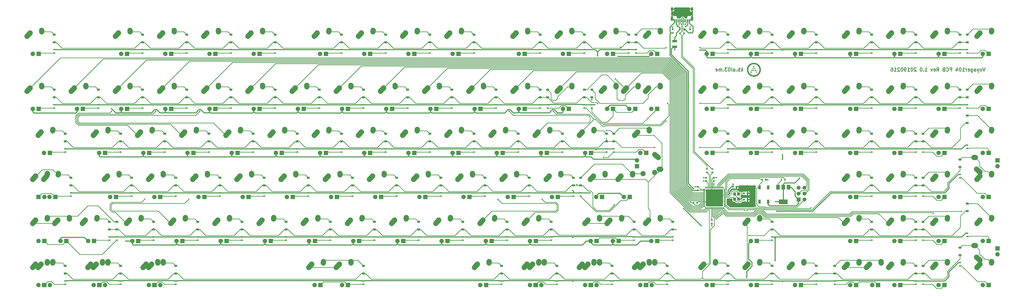
<source format=gbl>
G04 #@! TF.GenerationSoftware,KiCad,Pcbnew,(5.0.0)*
G04 #@! TF.CreationDate,2019-02-16T19:44:34-08:00*
G04 #@! TF.ProjectId,Voyager104,566F79616765723130342E6B69636164,rev?*
G04 #@! TF.SameCoordinates,Original*
G04 #@! TF.FileFunction,Copper,L2,Bot,Signal*
G04 #@! TF.FilePolarity,Positive*
%FSLAX46Y46*%
G04 Gerber Fmt 4.6, Leading zero omitted, Abs format (unit mm)*
G04 Created by KiCad (PCBNEW (5.0.0)) date 02/16/19 19:44:34*
%MOMM*%
%LPD*%
G01*
G04 APERTURE LIST*
G04 #@! TA.AperFunction,NonConductor*
%ADD10C,0.300000*%
G04 #@! TD*
G04 #@! TA.AperFunction,EtchedComponent*
%ADD11C,0.010000*%
G04 #@! TD*
G04 #@! TA.AperFunction,SMDPad,CuDef*
%ADD12R,1.200000X0.900000*%
G04 #@! TD*
G04 #@! TA.AperFunction,SMDPad,CuDef*
%ADD13R,0.750000X0.800000*%
G04 #@! TD*
G04 #@! TA.AperFunction,SMDPad,CuDef*
%ADD14R,0.800000X0.750000*%
G04 #@! TD*
G04 #@! TA.AperFunction,SMDPad,CuDef*
%ADD15R,2.030000X1.140000*%
G04 #@! TD*
G04 #@! TA.AperFunction,ComponentPad*
%ADD16R,1.905000X1.905000*%
G04 #@! TD*
G04 #@! TA.AperFunction,ComponentPad*
%ADD17C,1.905000*%
G04 #@! TD*
G04 #@! TA.AperFunction,ComponentPad*
%ADD18C,2.250000*%
G04 #@! TD*
G04 #@! TA.AperFunction,Conductor*
%ADD19C,2.250000*%
G04 #@! TD*
G04 #@! TA.AperFunction,SMDPad,CuDef*
%ADD20R,1.500000X2.000000*%
G04 #@! TD*
G04 #@! TA.AperFunction,SMDPad,CuDef*
%ADD21R,3.800000X2.000000*%
G04 #@! TD*
G04 #@! TA.AperFunction,SMDPad,CuDef*
%ADD22R,0.900000X0.500000*%
G04 #@! TD*
G04 #@! TA.AperFunction,SMDPad,CuDef*
%ADD23R,0.500000X0.900000*%
G04 #@! TD*
G04 #@! TA.AperFunction,SMDPad,CuDef*
%ADD24R,0.700000X0.600000*%
G04 #@! TD*
G04 #@! TA.AperFunction,SMDPad,CuDef*
%ADD25R,0.700000X1.000000*%
G04 #@! TD*
G04 #@! TA.AperFunction,ComponentPad*
%ADD26O,1.000000X1.600000*%
G04 #@! TD*
G04 #@! TA.AperFunction,ComponentPad*
%ADD27O,1.000000X2.100000*%
G04 #@! TD*
G04 #@! TA.AperFunction,SMDPad,CuDef*
%ADD28R,0.300000X1.450000*%
G04 #@! TD*
G04 #@! TA.AperFunction,SMDPad,CuDef*
%ADD29R,0.600000X1.450000*%
G04 #@! TD*
G04 #@! TA.AperFunction,SMDPad,CuDef*
%ADD30R,1.200000X1.400000*%
G04 #@! TD*
G04 #@! TA.AperFunction,ComponentPad*
%ADD31C,1.700000*%
G04 #@! TD*
G04 #@! TA.AperFunction,ComponentPad*
%ADD32R,1.700000X1.700000*%
G04 #@! TD*
G04 #@! TA.AperFunction,SMDPad,CuDef*
%ADD33R,1.100000X1.800000*%
G04 #@! TD*
G04 #@! TA.AperFunction,SMDPad,CuDef*
%ADD34R,1.837500X1.837500*%
G04 #@! TD*
G04 #@! TA.AperFunction,SMDPad,CuDef*
%ADD35R,0.850000X0.300000*%
G04 #@! TD*
G04 #@! TA.AperFunction,SMDPad,CuDef*
%ADD36R,0.300000X0.850000*%
G04 #@! TD*
G04 #@! TA.AperFunction,ViaPad*
%ADD37C,0.600000*%
G04 #@! TD*
G04 #@! TA.AperFunction,Conductor*
%ADD38C,0.254000*%
G04 #@! TD*
G04 #@! TA.AperFunction,Conductor*
%ADD39C,0.381000*%
G04 #@! TD*
G04 APERTURE END LIST*
D10*
X352333000Y-52272321D02*
X352333000Y-50772321D01*
X352190142Y-51700892D02*
X351761571Y-52272321D01*
X351761571Y-51272321D02*
X352333000Y-51843750D01*
X351118714Y-52272321D02*
X351118714Y-50772321D01*
X351118714Y-51343750D02*
X350975857Y-51272321D01*
X350690142Y-51272321D01*
X350547285Y-51343750D01*
X350475857Y-51415178D01*
X350404428Y-51558035D01*
X350404428Y-51986607D01*
X350475857Y-52129464D01*
X350547285Y-52200892D01*
X350690142Y-52272321D01*
X350975857Y-52272321D01*
X351118714Y-52200892D01*
X349761571Y-52129464D02*
X349690142Y-52200892D01*
X349761571Y-52272321D01*
X349833000Y-52200892D01*
X349761571Y-52129464D01*
X349761571Y-52272321D01*
X348404428Y-52272321D02*
X348404428Y-51486607D01*
X348475857Y-51343750D01*
X348618714Y-51272321D01*
X348904428Y-51272321D01*
X349047285Y-51343750D01*
X348404428Y-52200892D02*
X348547285Y-52272321D01*
X348904428Y-52272321D01*
X349047285Y-52200892D01*
X349118714Y-52058035D01*
X349118714Y-51915178D01*
X349047285Y-51772321D01*
X348904428Y-51700892D01*
X348547285Y-51700892D01*
X348404428Y-51629464D01*
X347690142Y-52272321D02*
X347690142Y-51272321D01*
X347690142Y-50772321D02*
X347761571Y-50843750D01*
X347690142Y-50915178D01*
X347618714Y-50843750D01*
X347690142Y-50772321D01*
X347690142Y-50915178D01*
X346690142Y-50772321D02*
X346547285Y-50772321D01*
X346404428Y-50843750D01*
X346333000Y-50915178D01*
X346261571Y-51058035D01*
X346190142Y-51343750D01*
X346190142Y-51700892D01*
X346261571Y-51986607D01*
X346333000Y-52129464D01*
X346404428Y-52200892D01*
X346547285Y-52272321D01*
X346690142Y-52272321D01*
X346833000Y-52200892D01*
X346904428Y-52129464D01*
X346975857Y-51986607D01*
X347047285Y-51700892D01*
X347047285Y-51343750D01*
X346975857Y-51058035D01*
X346904428Y-50915178D01*
X346833000Y-50843750D01*
X346690142Y-50772321D01*
X345690142Y-50772321D02*
X344761571Y-50772321D01*
X345261571Y-51343750D01*
X345047285Y-51343750D01*
X344904428Y-51415178D01*
X344833000Y-51486607D01*
X344761571Y-51629464D01*
X344761571Y-51986607D01*
X344833000Y-52129464D01*
X344904428Y-52200892D01*
X345047285Y-52272321D01*
X345475857Y-52272321D01*
X345618714Y-52200892D01*
X345690142Y-52129464D01*
X344118714Y-52129464D02*
X344047285Y-52200892D01*
X344118714Y-52272321D01*
X344190142Y-52200892D01*
X344118714Y-52129464D01*
X344118714Y-52272321D01*
X343404428Y-52272321D02*
X343404428Y-51272321D01*
X343404428Y-51415178D02*
X343333000Y-51343750D01*
X343190142Y-51272321D01*
X342975857Y-51272321D01*
X342833000Y-51343750D01*
X342761571Y-51486607D01*
X342761571Y-52272321D01*
X342761571Y-51486607D02*
X342690142Y-51343750D01*
X342547285Y-51272321D01*
X342333000Y-51272321D01*
X342190142Y-51343750D01*
X342118714Y-51486607D01*
X342118714Y-52272321D01*
X340833000Y-52200892D02*
X340975857Y-52272321D01*
X341261571Y-52272321D01*
X341404428Y-52200892D01*
X341475857Y-52058035D01*
X341475857Y-51486607D01*
X341404428Y-51343750D01*
X341261571Y-51272321D01*
X340975857Y-51272321D01*
X340833000Y-51343750D01*
X340761571Y-51486607D01*
X340761571Y-51629464D01*
X341475857Y-51772321D01*
X456919642Y-50772321D02*
X456419642Y-52272321D01*
X455919642Y-50772321D01*
X455205357Y-52272321D02*
X455348214Y-52200892D01*
X455419642Y-52129464D01*
X455491071Y-51986607D01*
X455491071Y-51558035D01*
X455419642Y-51415178D01*
X455348214Y-51343750D01*
X455205357Y-51272321D01*
X454991071Y-51272321D01*
X454848214Y-51343750D01*
X454776785Y-51415178D01*
X454705357Y-51558035D01*
X454705357Y-51986607D01*
X454776785Y-52129464D01*
X454848214Y-52200892D01*
X454991071Y-52272321D01*
X455205357Y-52272321D01*
X454205357Y-51272321D02*
X453848214Y-52272321D01*
X453491071Y-51272321D02*
X453848214Y-52272321D01*
X453991071Y-52629464D01*
X454062500Y-52700892D01*
X454205357Y-52772321D01*
X452276785Y-52272321D02*
X452276785Y-51486607D01*
X452348214Y-51343750D01*
X452491071Y-51272321D01*
X452776785Y-51272321D01*
X452919642Y-51343750D01*
X452276785Y-52200892D02*
X452419642Y-52272321D01*
X452776785Y-52272321D01*
X452919642Y-52200892D01*
X452991071Y-52058035D01*
X452991071Y-51915178D01*
X452919642Y-51772321D01*
X452776785Y-51700892D01*
X452419642Y-51700892D01*
X452276785Y-51629464D01*
X450919642Y-51272321D02*
X450919642Y-52486607D01*
X450991071Y-52629464D01*
X451062500Y-52700892D01*
X451205357Y-52772321D01*
X451419642Y-52772321D01*
X451562500Y-52700892D01*
X450919642Y-52200892D02*
X451062500Y-52272321D01*
X451348214Y-52272321D01*
X451491071Y-52200892D01*
X451562500Y-52129464D01*
X451633928Y-51986607D01*
X451633928Y-51558035D01*
X451562500Y-51415178D01*
X451491071Y-51343750D01*
X451348214Y-51272321D01*
X451062500Y-51272321D01*
X450919642Y-51343750D01*
X449633928Y-52200892D02*
X449776785Y-52272321D01*
X450062500Y-52272321D01*
X450205357Y-52200892D01*
X450276785Y-52058035D01*
X450276785Y-51486607D01*
X450205357Y-51343750D01*
X450062500Y-51272321D01*
X449776785Y-51272321D01*
X449633928Y-51343750D01*
X449562500Y-51486607D01*
X449562500Y-51629464D01*
X450276785Y-51772321D01*
X448919642Y-52272321D02*
X448919642Y-51272321D01*
X448919642Y-51558035D02*
X448848214Y-51415178D01*
X448776785Y-51343750D01*
X448633928Y-51272321D01*
X448491071Y-51272321D01*
X447205357Y-52272321D02*
X448062500Y-52272321D01*
X447633928Y-52272321D02*
X447633928Y-50772321D01*
X447776785Y-50986607D01*
X447919642Y-51129464D01*
X448062500Y-51200892D01*
X446276785Y-50772321D02*
X446133928Y-50772321D01*
X445991071Y-50843750D01*
X445919642Y-50915178D01*
X445848214Y-51058035D01*
X445776785Y-51343750D01*
X445776785Y-51700892D01*
X445848214Y-51986607D01*
X445919642Y-52129464D01*
X445991071Y-52200892D01*
X446133928Y-52272321D01*
X446276785Y-52272321D01*
X446419642Y-52200892D01*
X446491071Y-52129464D01*
X446562500Y-51986607D01*
X446633928Y-51700892D01*
X446633928Y-51343750D01*
X446562500Y-51058035D01*
X446491071Y-50915178D01*
X446419642Y-50843750D01*
X446276785Y-50772321D01*
X444491071Y-51272321D02*
X444491071Y-52272321D01*
X444848214Y-50700892D02*
X445205357Y-51772321D01*
X444276785Y-51772321D01*
X442562500Y-52272321D02*
X442562500Y-50772321D01*
X441991071Y-50772321D01*
X441848214Y-50843750D01*
X441776785Y-50915178D01*
X441705357Y-51058035D01*
X441705357Y-51272321D01*
X441776785Y-51415178D01*
X441848214Y-51486607D01*
X441991071Y-51558035D01*
X442562500Y-51558035D01*
X440205357Y-52129464D02*
X440276785Y-52200892D01*
X440491071Y-52272321D01*
X440633928Y-52272321D01*
X440848214Y-52200892D01*
X440991071Y-52058035D01*
X441062500Y-51915178D01*
X441133928Y-51629464D01*
X441133928Y-51415178D01*
X441062500Y-51129464D01*
X440991071Y-50986607D01*
X440848214Y-50843750D01*
X440633928Y-50772321D01*
X440491071Y-50772321D01*
X440276785Y-50843750D01*
X440205357Y-50915178D01*
X439062500Y-51486607D02*
X438848214Y-51558035D01*
X438776785Y-51629464D01*
X438705357Y-51772321D01*
X438705357Y-51986607D01*
X438776785Y-52129464D01*
X438848214Y-52200892D01*
X438991071Y-52272321D01*
X439562500Y-52272321D01*
X439562500Y-50772321D01*
X439062500Y-50772321D01*
X438919642Y-50843750D01*
X438848214Y-50915178D01*
X438776785Y-51058035D01*
X438776785Y-51200892D01*
X438848214Y-51343750D01*
X438919642Y-51415178D01*
X439062500Y-51486607D01*
X439562500Y-51486607D01*
X436062500Y-52272321D02*
X436562500Y-51558035D01*
X436919642Y-52272321D02*
X436919642Y-50772321D01*
X436348214Y-50772321D01*
X436205357Y-50843750D01*
X436133928Y-50915178D01*
X436062500Y-51058035D01*
X436062500Y-51272321D01*
X436133928Y-51415178D01*
X436205357Y-51486607D01*
X436348214Y-51558035D01*
X436919642Y-51558035D01*
X434848214Y-52200892D02*
X434991071Y-52272321D01*
X435276785Y-52272321D01*
X435419642Y-52200892D01*
X435491071Y-52058035D01*
X435491071Y-51486607D01*
X435419642Y-51343750D01*
X435276785Y-51272321D01*
X434991071Y-51272321D01*
X434848214Y-51343750D01*
X434776785Y-51486607D01*
X434776785Y-51629464D01*
X435491071Y-51772321D01*
X434276785Y-51272321D02*
X433919642Y-52272321D01*
X433562500Y-51272321D01*
X431062500Y-52272321D02*
X431919642Y-52272321D01*
X431491071Y-52272321D02*
X431491071Y-50772321D01*
X431633928Y-50986607D01*
X431776785Y-51129464D01*
X431919642Y-51200892D01*
X430419642Y-52129464D02*
X430348214Y-52200892D01*
X430419642Y-52272321D01*
X430491071Y-52200892D01*
X430419642Y-52129464D01*
X430419642Y-52272321D01*
X429419642Y-50772321D02*
X429276785Y-50772321D01*
X429133928Y-50843750D01*
X429062500Y-50915178D01*
X428991071Y-51058035D01*
X428919642Y-51343750D01*
X428919642Y-51700892D01*
X428991071Y-51986607D01*
X429062500Y-52129464D01*
X429133928Y-52200892D01*
X429276785Y-52272321D01*
X429419642Y-52272321D01*
X429562500Y-52200892D01*
X429633928Y-52129464D01*
X429705357Y-51986607D01*
X429776785Y-51700892D01*
X429776785Y-51343750D01*
X429705357Y-51058035D01*
X429633928Y-50915178D01*
X429562500Y-50843750D01*
X429419642Y-50772321D01*
X427205357Y-50915178D02*
X427133928Y-50843750D01*
X426991071Y-50772321D01*
X426633928Y-50772321D01*
X426491071Y-50843750D01*
X426419642Y-50915178D01*
X426348214Y-51058035D01*
X426348214Y-51200892D01*
X426419642Y-51415178D01*
X427276785Y-52272321D01*
X426348214Y-52272321D01*
X425419642Y-50772321D02*
X425276785Y-50772321D01*
X425133928Y-50843750D01*
X425062500Y-50915178D01*
X424991071Y-51058035D01*
X424919642Y-51343750D01*
X424919642Y-51700892D01*
X424991071Y-51986607D01*
X425062500Y-52129464D01*
X425133928Y-52200892D01*
X425276785Y-52272321D01*
X425419642Y-52272321D01*
X425562500Y-52200892D01*
X425633928Y-52129464D01*
X425705357Y-51986607D01*
X425776785Y-51700892D01*
X425776785Y-51343750D01*
X425705357Y-51058035D01*
X425633928Y-50915178D01*
X425562500Y-50843750D01*
X425419642Y-50772321D01*
X423491071Y-52272321D02*
X424348214Y-52272321D01*
X423919642Y-52272321D02*
X423919642Y-50772321D01*
X424062500Y-50986607D01*
X424205357Y-51129464D01*
X424348214Y-51200892D01*
X422776785Y-52272321D02*
X422491071Y-52272321D01*
X422348214Y-52200892D01*
X422276785Y-52129464D01*
X422133928Y-51915178D01*
X422062500Y-51629464D01*
X422062500Y-51058035D01*
X422133928Y-50915178D01*
X422205357Y-50843750D01*
X422348214Y-50772321D01*
X422633928Y-50772321D01*
X422776785Y-50843750D01*
X422848214Y-50915178D01*
X422919642Y-51058035D01*
X422919642Y-51415178D01*
X422848214Y-51558035D01*
X422776785Y-51629464D01*
X422633928Y-51700892D01*
X422348214Y-51700892D01*
X422205357Y-51629464D01*
X422133928Y-51558035D01*
X422062500Y-51415178D01*
X421133928Y-50772321D02*
X420991071Y-50772321D01*
X420848214Y-50843750D01*
X420776785Y-50915178D01*
X420705357Y-51058035D01*
X420633928Y-51343750D01*
X420633928Y-51700892D01*
X420705357Y-51986607D01*
X420776785Y-52129464D01*
X420848214Y-52200892D01*
X420991071Y-52272321D01*
X421133928Y-52272321D01*
X421276785Y-52200892D01*
X421348214Y-52129464D01*
X421419642Y-51986607D01*
X421491071Y-51700892D01*
X421491071Y-51343750D01*
X421419642Y-51058035D01*
X421348214Y-50915178D01*
X421276785Y-50843750D01*
X421133928Y-50772321D01*
X420062500Y-50915178D02*
X419991071Y-50843750D01*
X419848214Y-50772321D01*
X419491071Y-50772321D01*
X419348214Y-50843750D01*
X419276785Y-50915178D01*
X419205357Y-51058035D01*
X419205357Y-51200892D01*
X419276785Y-51415178D01*
X420133928Y-52272321D01*
X419205357Y-52272321D01*
X417776785Y-52272321D02*
X418633928Y-52272321D01*
X418205357Y-52272321D02*
X418205357Y-50772321D01*
X418348214Y-50986607D01*
X418491071Y-51129464D01*
X418633928Y-51200892D01*
X416491071Y-50772321D02*
X416776785Y-50772321D01*
X416919642Y-50843750D01*
X416991071Y-50915178D01*
X417133928Y-51129464D01*
X417205357Y-51415178D01*
X417205357Y-51986607D01*
X417133928Y-52129464D01*
X417062500Y-52200892D01*
X416919642Y-52272321D01*
X416633928Y-52272321D01*
X416491071Y-52200892D01*
X416419642Y-52129464D01*
X416348214Y-51986607D01*
X416348214Y-51629464D01*
X416419642Y-51486607D01*
X416491071Y-51415178D01*
X416633928Y-51343750D01*
X416919642Y-51343750D01*
X417062500Y-51415178D01*
X417133928Y-51486607D01*
X417205357Y-51629464D01*
D11*
G04 #@! TO.C,G\002A\002A\002A*
G36*
X356997000Y-50514250D02*
X357401812Y-50514250D01*
X357401812Y-50109438D01*
X356997000Y-50109438D01*
X356997000Y-50514250D01*
X356997000Y-50514250D01*
G37*
X356997000Y-50514250D02*
X357401812Y-50514250D01*
X357401812Y-50109438D01*
X356997000Y-50109438D01*
X356997000Y-50514250D01*
G36*
X356592187Y-51300063D02*
X356997000Y-51300063D01*
X356997000Y-50919063D01*
X356592187Y-50919063D01*
X356592187Y-51300063D01*
X356592187Y-51300063D01*
G37*
X356592187Y-51300063D02*
X356997000Y-51300063D01*
X356997000Y-50919063D01*
X356592187Y-50919063D01*
X356592187Y-51300063D01*
G36*
X357401812Y-51300063D02*
X357782812Y-51300063D01*
X357782812Y-50919063D01*
X357401812Y-50919063D01*
X357401812Y-51300063D01*
X357401812Y-51300063D01*
G37*
X357401812Y-51300063D02*
X357782812Y-51300063D01*
X357782812Y-50919063D01*
X357401812Y-50919063D01*
X357401812Y-51300063D01*
G36*
X356211187Y-52109688D02*
X356592187Y-52109688D01*
X356592187Y-51704875D01*
X356211187Y-51704875D01*
X356211187Y-52109688D01*
X356211187Y-52109688D01*
G37*
X356211187Y-52109688D02*
X356592187Y-52109688D01*
X356592187Y-51704875D01*
X356211187Y-51704875D01*
X356211187Y-52109688D01*
G36*
X356997000Y-52109688D02*
X357401812Y-52109688D01*
X357401812Y-51704875D01*
X356997000Y-51704875D01*
X356997000Y-52109688D01*
X356997000Y-52109688D01*
G37*
X356997000Y-52109688D02*
X357401812Y-52109688D01*
X357401812Y-51704875D01*
X356997000Y-51704875D01*
X356997000Y-52109688D01*
G36*
X357782812Y-52109688D02*
X358187625Y-52109688D01*
X358187625Y-51704875D01*
X357782812Y-51704875D01*
X357782812Y-52109688D01*
X357782812Y-52109688D01*
G37*
X357782812Y-52109688D02*
X358187625Y-52109688D01*
X358187625Y-51704875D01*
X357782812Y-51704875D01*
X357782812Y-52109688D01*
G36*
X355806375Y-52895500D02*
X356211187Y-52895500D01*
X356211187Y-52490688D01*
X355806375Y-52490688D01*
X355806375Y-52895500D01*
X355806375Y-52895500D01*
G37*
X355806375Y-52895500D02*
X356211187Y-52895500D01*
X356211187Y-52490688D01*
X355806375Y-52490688D01*
X355806375Y-52895500D01*
G36*
X358187625Y-52895500D02*
X358592437Y-52895500D01*
X358592437Y-52490688D01*
X358187625Y-52490688D01*
X358187625Y-52895500D01*
X358187625Y-52895500D01*
G37*
X358187625Y-52895500D02*
X358592437Y-52895500D01*
X358592437Y-52490688D01*
X358187625Y-52490688D01*
X358187625Y-52895500D01*
G36*
X357183531Y-48621795D02*
X357059413Y-48623165D01*
X356947701Y-48627322D01*
X356845108Y-48634669D01*
X356748344Y-48645610D01*
X356654122Y-48660548D01*
X356559153Y-48679887D01*
X356460149Y-48704031D01*
X356414870Y-48716168D01*
X356206323Y-48781406D01*
X356004235Y-48860742D01*
X355809372Y-48953778D01*
X355622501Y-49060118D01*
X355444386Y-49179366D01*
X355292240Y-49297367D01*
X355134572Y-49438092D01*
X354987235Y-49589537D01*
X354850914Y-49750635D01*
X354726292Y-49920317D01*
X354614053Y-50097516D01*
X354514880Y-50281166D01*
X354429458Y-50470197D01*
X354358470Y-50663543D01*
X354309716Y-50831553D01*
X354276645Y-50971539D01*
X354251285Y-51103475D01*
X354232893Y-51232747D01*
X354220725Y-51364743D01*
X354214039Y-51504850D01*
X354213386Y-51530250D01*
X354216105Y-51748547D01*
X354234300Y-51963330D01*
X354267965Y-52174571D01*
X354317094Y-52382239D01*
X354381681Y-52586305D01*
X354445878Y-52750237D01*
X354473961Y-52815502D01*
X354498023Y-52869660D01*
X354519892Y-52916363D01*
X354541393Y-52959263D01*
X354564354Y-53002013D01*
X354590600Y-53048265D01*
X354619725Y-53097906D01*
X354738944Y-53284177D01*
X354869048Y-53458903D01*
X355010171Y-53622215D01*
X355162445Y-53774246D01*
X355326003Y-53915130D01*
X355500976Y-54044998D01*
X355683344Y-54161525D01*
X355736173Y-54192494D01*
X355782086Y-54218471D01*
X355824735Y-54241281D01*
X355867772Y-54262751D01*
X355914849Y-54284707D01*
X355969619Y-54308975D01*
X356031013Y-54335372D01*
X356127246Y-54374919D01*
X356215964Y-54407958D01*
X356303078Y-54436445D01*
X356394502Y-54462339D01*
X356477094Y-54483072D01*
X356641610Y-54518626D01*
X356798705Y-54544303D01*
X356952933Y-54560643D01*
X357108851Y-54568186D01*
X357199406Y-54568763D01*
X357250625Y-54568248D01*
X357298746Y-54567543D01*
X357340626Y-54566710D01*
X357373122Y-54565813D01*
X357393090Y-54564915D01*
X357393875Y-54564859D01*
X357610049Y-54540907D01*
X357822806Y-54501920D01*
X358031287Y-54448217D01*
X358234632Y-54380113D01*
X358431984Y-54297926D01*
X358622482Y-54201975D01*
X358805268Y-54092576D01*
X358956224Y-53987546D01*
X359129151Y-53849199D01*
X359289835Y-53700838D01*
X359438049Y-53542789D01*
X359573571Y-53375382D01*
X359696176Y-53198944D01*
X359805639Y-53013802D01*
X359901737Y-52820285D01*
X359984244Y-52618721D01*
X360052937Y-52409438D01*
X360065082Y-52366380D01*
X360091448Y-52264585D01*
X360112833Y-52168261D01*
X360129641Y-52074117D01*
X360142275Y-51978867D01*
X360151140Y-51879220D01*
X360156638Y-51771890D01*
X360159174Y-51653586D01*
X360159455Y-51597719D01*
X360158780Y-51542358D01*
X359626706Y-51542358D01*
X359626603Y-51622496D01*
X359624937Y-51702160D01*
X359621741Y-51777287D01*
X359617044Y-51843810D01*
X359613324Y-51879500D01*
X359581450Y-52076798D01*
X359534799Y-52268413D01*
X359473549Y-52453972D01*
X359397881Y-52633099D01*
X359307973Y-52805419D01*
X359204006Y-52970559D01*
X359086159Y-53128143D01*
X358954612Y-53277797D01*
X358932276Y-53301010D01*
X358798042Y-53428084D01*
X358652340Y-53546020D01*
X358497869Y-53652840D01*
X358337331Y-53746566D01*
X358291542Y-53770254D01*
X358217134Y-53806903D01*
X358151893Y-53837122D01*
X358091396Y-53862690D01*
X358031222Y-53885384D01*
X357966949Y-53906983D01*
X357901875Y-53926977D01*
X357712662Y-53976390D01*
X357526911Y-54010841D01*
X357343173Y-54030464D01*
X357159997Y-54035392D01*
X356975936Y-54025761D01*
X356909394Y-54018781D01*
X356722062Y-53989837D01*
X356542481Y-53948028D01*
X356368143Y-53892604D01*
X356196541Y-53822814D01*
X356099584Y-53776616D01*
X355928952Y-53683197D01*
X355769536Y-53579462D01*
X355620578Y-53464724D01*
X355481321Y-53338300D01*
X355351006Y-53199504D01*
X355228876Y-53047653D01*
X355120608Y-52892009D01*
X355095482Y-52850818D01*
X355066159Y-52798690D01*
X355034459Y-52739246D01*
X355002201Y-52676106D01*
X354971207Y-52612890D01*
X354943294Y-52553217D01*
X354920285Y-52500707D01*
X354906847Y-52466875D01*
X354843980Y-52275334D01*
X354796584Y-52082595D01*
X354764700Y-51889200D01*
X354748370Y-51695690D01*
X354747632Y-51502607D01*
X354762528Y-51310492D01*
X354793098Y-51119886D01*
X354802901Y-51073844D01*
X354836550Y-50937551D01*
X354874858Y-50811368D01*
X354919796Y-50689757D01*
X354973337Y-50567182D01*
X355010996Y-50489708D01*
X355104701Y-50320860D01*
X355211526Y-50160423D01*
X355330702Y-50009118D01*
X355461463Y-49867664D01*
X355603040Y-49736781D01*
X355754666Y-49617190D01*
X355915573Y-49509610D01*
X356084993Y-49414761D01*
X356229175Y-49347230D01*
X356400803Y-49280835D01*
X356573357Y-49228837D01*
X356748844Y-49190828D01*
X356929274Y-49166401D01*
X357116655Y-49155147D01*
X357179562Y-49154257D01*
X357377657Y-49160627D01*
X357569285Y-49181272D01*
X357755219Y-49216423D01*
X357936235Y-49266317D01*
X358113106Y-49331185D01*
X358286606Y-49411263D01*
X358457509Y-49506785D01*
X358558206Y-49570994D01*
X358697639Y-49672522D01*
X358831837Y-49787028D01*
X358959159Y-49912589D01*
X359077965Y-50047281D01*
X359186614Y-50189181D01*
X359283465Y-50336365D01*
X359366878Y-50486911D01*
X359401674Y-50559830D01*
X359463077Y-50704689D01*
X359513308Y-50843928D01*
X359553565Y-50981876D01*
X359585044Y-51122864D01*
X359608944Y-51271221D01*
X359617345Y-51339750D01*
X359622108Y-51396920D01*
X359625218Y-51465811D01*
X359626706Y-51542358D01*
X360158780Y-51542358D01*
X360157710Y-51454723D01*
X360151836Y-51323856D01*
X360141262Y-51201775D01*
X360125415Y-51085135D01*
X360103723Y-50970594D01*
X360075613Y-50854809D01*
X360040514Y-50734437D01*
X359997853Y-50606134D01*
X359982159Y-50561875D01*
X359903774Y-50367156D01*
X359810934Y-50178822D01*
X359703828Y-49997135D01*
X359582648Y-49822358D01*
X359447583Y-49654753D01*
X359298826Y-49494583D01*
X359136567Y-49342110D01*
X359029729Y-49251929D01*
X358943900Y-49186436D01*
X358846361Y-49119110D01*
X358740752Y-49052162D01*
X358630714Y-48987805D01*
X358519887Y-48928250D01*
X358411911Y-48875708D01*
X358405906Y-48872965D01*
X358335946Y-48843092D01*
X358254765Y-48811706D01*
X358166733Y-48780286D01*
X358076221Y-48750312D01*
X357987599Y-48723261D01*
X357905236Y-48700614D01*
X357873350Y-48692721D01*
X357780125Y-48671953D01*
X357691151Y-48655293D01*
X357603147Y-48642402D01*
X357512831Y-48632945D01*
X357416922Y-48626582D01*
X357312140Y-48622978D01*
X357195205Y-48621794D01*
X357183531Y-48621795D01*
X357183531Y-48621795D01*
G37*
X357183531Y-48621795D02*
X357059413Y-48623165D01*
X356947701Y-48627322D01*
X356845108Y-48634669D01*
X356748344Y-48645610D01*
X356654122Y-48660548D01*
X356559153Y-48679887D01*
X356460149Y-48704031D01*
X356414870Y-48716168D01*
X356206323Y-48781406D01*
X356004235Y-48860742D01*
X355809372Y-48953778D01*
X355622501Y-49060118D01*
X355444386Y-49179366D01*
X355292240Y-49297367D01*
X355134572Y-49438092D01*
X354987235Y-49589537D01*
X354850914Y-49750635D01*
X354726292Y-49920317D01*
X354614053Y-50097516D01*
X354514880Y-50281166D01*
X354429458Y-50470197D01*
X354358470Y-50663543D01*
X354309716Y-50831553D01*
X354276645Y-50971539D01*
X354251285Y-51103475D01*
X354232893Y-51232747D01*
X354220725Y-51364743D01*
X354214039Y-51504850D01*
X354213386Y-51530250D01*
X354216105Y-51748547D01*
X354234300Y-51963330D01*
X354267965Y-52174571D01*
X354317094Y-52382239D01*
X354381681Y-52586305D01*
X354445878Y-52750237D01*
X354473961Y-52815502D01*
X354498023Y-52869660D01*
X354519892Y-52916363D01*
X354541393Y-52959263D01*
X354564354Y-53002013D01*
X354590600Y-53048265D01*
X354619725Y-53097906D01*
X354738944Y-53284177D01*
X354869048Y-53458903D01*
X355010171Y-53622215D01*
X355162445Y-53774246D01*
X355326003Y-53915130D01*
X355500976Y-54044998D01*
X355683344Y-54161525D01*
X355736173Y-54192494D01*
X355782086Y-54218471D01*
X355824735Y-54241281D01*
X355867772Y-54262751D01*
X355914849Y-54284707D01*
X355969619Y-54308975D01*
X356031013Y-54335372D01*
X356127246Y-54374919D01*
X356215964Y-54407958D01*
X356303078Y-54436445D01*
X356394502Y-54462339D01*
X356477094Y-54483072D01*
X356641610Y-54518626D01*
X356798705Y-54544303D01*
X356952933Y-54560643D01*
X357108851Y-54568186D01*
X357199406Y-54568763D01*
X357250625Y-54568248D01*
X357298746Y-54567543D01*
X357340626Y-54566710D01*
X357373122Y-54565813D01*
X357393090Y-54564915D01*
X357393875Y-54564859D01*
X357610049Y-54540907D01*
X357822806Y-54501920D01*
X358031287Y-54448217D01*
X358234632Y-54380113D01*
X358431984Y-54297926D01*
X358622482Y-54201975D01*
X358805268Y-54092576D01*
X358956224Y-53987546D01*
X359129151Y-53849199D01*
X359289835Y-53700838D01*
X359438049Y-53542789D01*
X359573571Y-53375382D01*
X359696176Y-53198944D01*
X359805639Y-53013802D01*
X359901737Y-52820285D01*
X359984244Y-52618721D01*
X360052937Y-52409438D01*
X360065082Y-52366380D01*
X360091448Y-52264585D01*
X360112833Y-52168261D01*
X360129641Y-52074117D01*
X360142275Y-51978867D01*
X360151140Y-51879220D01*
X360156638Y-51771890D01*
X360159174Y-51653586D01*
X360159455Y-51597719D01*
X360158780Y-51542358D01*
X359626706Y-51542358D01*
X359626603Y-51622496D01*
X359624937Y-51702160D01*
X359621741Y-51777287D01*
X359617044Y-51843810D01*
X359613324Y-51879500D01*
X359581450Y-52076798D01*
X359534799Y-52268413D01*
X359473549Y-52453972D01*
X359397881Y-52633099D01*
X359307973Y-52805419D01*
X359204006Y-52970559D01*
X359086159Y-53128143D01*
X358954612Y-53277797D01*
X358932276Y-53301010D01*
X358798042Y-53428084D01*
X358652340Y-53546020D01*
X358497869Y-53652840D01*
X358337331Y-53746566D01*
X358291542Y-53770254D01*
X358217134Y-53806903D01*
X358151893Y-53837122D01*
X358091396Y-53862690D01*
X358031222Y-53885384D01*
X357966949Y-53906983D01*
X357901875Y-53926977D01*
X357712662Y-53976390D01*
X357526911Y-54010841D01*
X357343173Y-54030464D01*
X357159997Y-54035392D01*
X356975936Y-54025761D01*
X356909394Y-54018781D01*
X356722062Y-53989837D01*
X356542481Y-53948028D01*
X356368143Y-53892604D01*
X356196541Y-53822814D01*
X356099584Y-53776616D01*
X355928952Y-53683197D01*
X355769536Y-53579462D01*
X355620578Y-53464724D01*
X355481321Y-53338300D01*
X355351006Y-53199504D01*
X355228876Y-53047653D01*
X355120608Y-52892009D01*
X355095482Y-52850818D01*
X355066159Y-52798690D01*
X355034459Y-52739246D01*
X355002201Y-52676106D01*
X354971207Y-52612890D01*
X354943294Y-52553217D01*
X354920285Y-52500707D01*
X354906847Y-52466875D01*
X354843980Y-52275334D01*
X354796584Y-52082595D01*
X354764700Y-51889200D01*
X354748370Y-51695690D01*
X354747632Y-51502607D01*
X354762528Y-51310492D01*
X354793098Y-51119886D01*
X354802901Y-51073844D01*
X354836550Y-50937551D01*
X354874858Y-50811368D01*
X354919796Y-50689757D01*
X354973337Y-50567182D01*
X355010996Y-50489708D01*
X355104701Y-50320860D01*
X355211526Y-50160423D01*
X355330702Y-50009118D01*
X355461463Y-49867664D01*
X355603040Y-49736781D01*
X355754666Y-49617190D01*
X355915573Y-49509610D01*
X356084993Y-49414761D01*
X356229175Y-49347230D01*
X356400803Y-49280835D01*
X356573357Y-49228837D01*
X356748844Y-49190828D01*
X356929274Y-49166401D01*
X357116655Y-49155147D01*
X357179562Y-49154257D01*
X357377657Y-49160627D01*
X357569285Y-49181272D01*
X357755219Y-49216423D01*
X357936235Y-49266317D01*
X358113106Y-49331185D01*
X358286606Y-49411263D01*
X358457509Y-49506785D01*
X358558206Y-49570994D01*
X358697639Y-49672522D01*
X358831837Y-49787028D01*
X358959159Y-49912589D01*
X359077965Y-50047281D01*
X359186614Y-50189181D01*
X359283465Y-50336365D01*
X359366878Y-50486911D01*
X359401674Y-50559830D01*
X359463077Y-50704689D01*
X359513308Y-50843928D01*
X359553565Y-50981876D01*
X359585044Y-51122864D01*
X359608944Y-51271221D01*
X359617345Y-51339750D01*
X359622108Y-51396920D01*
X359625218Y-51465811D01*
X359626706Y-51542358D01*
X360158780Y-51542358D01*
X360157710Y-51454723D01*
X360151836Y-51323856D01*
X360141262Y-51201775D01*
X360125415Y-51085135D01*
X360103723Y-50970594D01*
X360075613Y-50854809D01*
X360040514Y-50734437D01*
X359997853Y-50606134D01*
X359982159Y-50561875D01*
X359903774Y-50367156D01*
X359810934Y-50178822D01*
X359703828Y-49997135D01*
X359582648Y-49822358D01*
X359447583Y-49654753D01*
X359298826Y-49494583D01*
X359136567Y-49342110D01*
X359029729Y-49251929D01*
X358943900Y-49186436D01*
X358846361Y-49119110D01*
X358740752Y-49052162D01*
X358630714Y-48987805D01*
X358519887Y-48928250D01*
X358411911Y-48875708D01*
X358405906Y-48872965D01*
X358335946Y-48843092D01*
X358254765Y-48811706D01*
X358166733Y-48780286D01*
X358076221Y-48750312D01*
X357987599Y-48723261D01*
X357905236Y-48700614D01*
X357873350Y-48692721D01*
X357780125Y-48671953D01*
X357691151Y-48655293D01*
X357603147Y-48642402D01*
X357512831Y-48632945D01*
X357416922Y-48626582D01*
X357312140Y-48622978D01*
X357195205Y-48621794D01*
X357183531Y-48621795D01*
G04 #@! TD*
D12*
G04 #@! TO.P,D84,1*
G04 #@! TO.N,ROW5*
X60325000Y-139762500D03*
G04 #@! TO.P,D84,2*
G04 #@! TO.N,Net-(D84-Pad2)*
X60325000Y-136462500D03*
G04 #@! TD*
D13*
G04 #@! TO.P,C2,1*
G04 #@! TO.N,Net-(C2-Pad1)*
X339979000Y-99810000D03*
G04 #@! TO.P,C2,2*
G04 #@! TO.N,GND*
X339979000Y-98310000D03*
G04 #@! TD*
D14*
G04 #@! TO.P,C3,2*
G04 #@! TO.N,GND*
X354476750Y-107791250D03*
G04 #@! TO.P,C3,1*
G04 #@! TO.N,XTAL1*
X352976750Y-107791250D03*
G04 #@! TD*
G04 #@! TO.P,C4,1*
G04 #@! TO.N,XTAL2*
X352976750Y-105013125D03*
G04 #@! TO.P,C4,2*
G04 #@! TO.N,GND*
X354476750Y-105013125D03*
G04 #@! TD*
D13*
G04 #@! TO.P,C5,2*
G04 #@! TO.N,+5V*
X336661125Y-99810000D03*
G04 #@! TO.P,C5,1*
G04 #@! TO.N,GND*
X336661125Y-98310000D03*
G04 #@! TD*
D14*
G04 #@! TO.P,C6,1*
G04 #@! TO.N,GND*
X332728000Y-109220000D03*
G04 #@! TO.P,C6,2*
G04 #@! TO.N,+5V*
X331228000Y-109220000D03*
G04 #@! TD*
D13*
G04 #@! TO.P,C7,2*
G04 #@! TO.N,+5V*
X333089250Y-102247000D03*
G04 #@! TO.P,C7,1*
G04 #@! TO.N,GND*
X333089250Y-103747000D03*
G04 #@! TD*
D14*
G04 #@! TO.P,C8,1*
G04 #@! TO.N,GND*
X349714250Y-102235000D03*
G04 #@! TO.P,C8,2*
G04 #@! TO.N,+5V*
X348214250Y-102235000D03*
G04 #@! TD*
D12*
G04 #@! TO.P,D1,1*
G04 #@! TO.N,ROW0*
X55562500Y-39750000D03*
G04 #@! TO.P,D1,2*
G04 #@! TO.N,Net-(D1-Pad2)*
X55562500Y-36450000D03*
G04 #@! TD*
G04 #@! TO.P,D2,1*
G04 #@! TO.N,ROW0*
X93662500Y-39750000D03*
G04 #@! TO.P,D2,2*
G04 #@! TO.N,Net-(D2-Pad2)*
X93662500Y-36450000D03*
G04 #@! TD*
G04 #@! TO.P,D3,2*
G04 #@! TO.N,Net-(D3-Pad2)*
X112712500Y-36450000D03*
G04 #@! TO.P,D3,1*
G04 #@! TO.N,ROW0*
X112712500Y-39750000D03*
G04 #@! TD*
G04 #@! TO.P,D4,1*
G04 #@! TO.N,ROW0*
X131762500Y-39750000D03*
G04 #@! TO.P,D4,2*
G04 #@! TO.N,Net-(D4-Pad2)*
X131762500Y-36450000D03*
G04 #@! TD*
G04 #@! TO.P,D5,2*
G04 #@! TO.N,Net-(D5-Pad2)*
X150812500Y-36450000D03*
G04 #@! TO.P,D5,1*
G04 #@! TO.N,ROW0*
X150812500Y-39750000D03*
G04 #@! TD*
G04 #@! TO.P,D6,1*
G04 #@! TO.N,ROW0*
X179387500Y-39750000D03*
G04 #@! TO.P,D6,2*
G04 #@! TO.N,Net-(D6-Pad2)*
X179387500Y-36450000D03*
G04 #@! TD*
G04 #@! TO.P,D7,1*
G04 #@! TO.N,ROW0*
X198437500Y-39750000D03*
G04 #@! TO.P,D7,2*
G04 #@! TO.N,Net-(D7-Pad2)*
X198437500Y-36450000D03*
G04 #@! TD*
G04 #@! TO.P,D8,1*
G04 #@! TO.N,ROW0*
X217487500Y-39750000D03*
G04 #@! TO.P,D8,2*
G04 #@! TO.N,Net-(D8-Pad2)*
X217487500Y-36450000D03*
G04 #@! TD*
G04 #@! TO.P,D9,1*
G04 #@! TO.N,ROW0*
X236537500Y-39750000D03*
G04 #@! TO.P,D9,2*
G04 #@! TO.N,Net-(D9-Pad2)*
X236537500Y-36450000D03*
G04 #@! TD*
G04 #@! TO.P,D10,2*
G04 #@! TO.N,Net-(D10-Pad2)*
X265112500Y-36450000D03*
G04 #@! TO.P,D10,1*
G04 #@! TO.N,ROW0*
X265112500Y-39750000D03*
G04 #@! TD*
G04 #@! TO.P,D11,2*
G04 #@! TO.N,Net-(D11-Pad2)*
X284162500Y-36450000D03*
G04 #@! TO.P,D11,1*
G04 #@! TO.N,ROW0*
X284162500Y-39750000D03*
G04 #@! TD*
G04 #@! TO.P,D12,1*
G04 #@! TO.N,ROW0*
X303212500Y-39750000D03*
G04 #@! TO.P,D12,2*
G04 #@! TO.N,Net-(D12-Pad2)*
X303212500Y-36450000D03*
G04 #@! TD*
G04 #@! TO.P,D13,1*
G04 #@! TO.N,ROW0*
X306387500Y-39750000D03*
G04 #@! TO.P,D13,2*
G04 #@! TO.N,Net-(D13-Pad2)*
X306387500Y-36450000D03*
G04 #@! TD*
G04 #@! TO.P,D14,2*
G04 #@! TO.N,Net-(D14-Pad2)*
X79375000Y-117412500D03*
G04 #@! TO.P,D14,1*
G04 #@! TO.N,ROW4*
X79375000Y-120712500D03*
G04 #@! TD*
G04 #@! TO.P,D17,2*
G04 #@! TO.N,Net-(D17-Pad2)*
X55562500Y-60262500D03*
G04 #@! TO.P,D17,1*
G04 #@! TO.N,ROW1*
X55562500Y-63562500D03*
G04 #@! TD*
G04 #@! TO.P,D18,2*
G04 #@! TO.N,Net-(D18-Pad2)*
X74612500Y-60262500D03*
G04 #@! TO.P,D18,1*
G04 #@! TO.N,ROW1*
X74612500Y-63562500D03*
G04 #@! TD*
G04 #@! TO.P,D19,2*
G04 #@! TO.N,Net-(D19-Pad2)*
X93662500Y-60262500D03*
G04 #@! TO.P,D19,1*
G04 #@! TO.N,ROW1*
X93662500Y-63562500D03*
G04 #@! TD*
G04 #@! TO.P,D20,2*
G04 #@! TO.N,Net-(D20-Pad2)*
X112712500Y-60262500D03*
G04 #@! TO.P,D20,1*
G04 #@! TO.N,ROW1*
X112712500Y-63562500D03*
G04 #@! TD*
G04 #@! TO.P,D21,1*
G04 #@! TO.N,ROW1*
X131762500Y-63562500D03*
G04 #@! TO.P,D21,2*
G04 #@! TO.N,Net-(D21-Pad2)*
X131762500Y-60262500D03*
G04 #@! TD*
G04 #@! TO.P,D22,1*
G04 #@! TO.N,ROW1*
X150812500Y-63562500D03*
G04 #@! TO.P,D22,2*
G04 #@! TO.N,Net-(D22-Pad2)*
X150812500Y-60262500D03*
G04 #@! TD*
G04 #@! TO.P,D23,2*
G04 #@! TO.N,Net-(D23-Pad2)*
X169862500Y-60262500D03*
G04 #@! TO.P,D23,1*
G04 #@! TO.N,ROW1*
X169862500Y-63562500D03*
G04 #@! TD*
G04 #@! TO.P,D24,2*
G04 #@! TO.N,Net-(D24-Pad2)*
X188912500Y-60262500D03*
G04 #@! TO.P,D24,1*
G04 #@! TO.N,ROW1*
X188912500Y-63562500D03*
G04 #@! TD*
G04 #@! TO.P,D25,1*
G04 #@! TO.N,ROW1*
X207962500Y-63562500D03*
G04 #@! TO.P,D25,2*
G04 #@! TO.N,Net-(D25-Pad2)*
X207962500Y-60262500D03*
G04 #@! TD*
G04 #@! TO.P,D26,1*
G04 #@! TO.N,ROW1*
X227012500Y-63562500D03*
G04 #@! TO.P,D26,2*
G04 #@! TO.N,Net-(D26-Pad2)*
X227012500Y-60262500D03*
G04 #@! TD*
G04 #@! TO.P,D27,1*
G04 #@! TO.N,ROW1*
X246062500Y-63562500D03*
G04 #@! TO.P,D27,2*
G04 #@! TO.N,Net-(D27-Pad2)*
X246062500Y-60262500D03*
G04 #@! TD*
G04 #@! TO.P,D28,2*
G04 #@! TO.N,Net-(D28-Pad2)*
X265112500Y-60262500D03*
G04 #@! TO.P,D28,1*
G04 #@! TO.N,ROW1*
X265112500Y-63562500D03*
G04 #@! TD*
G04 #@! TO.P,D29,2*
G04 #@! TO.N,Net-(D29-Pad2)*
X268287500Y-60262500D03*
G04 #@! TO.P,D29,1*
G04 #@! TO.N,ROW1*
X268287500Y-63562500D03*
G04 #@! TD*
G04 #@! TO.P,D30,1*
G04 #@! TO.N,ROW1*
X284162500Y-63562500D03*
G04 #@! TO.P,D30,2*
G04 #@! TO.N,Net-(D30-Pad2)*
X284162500Y-60262500D03*
G04 #@! TD*
G04 #@! TO.P,D31,2*
G04 #@! TO.N,Net-(D31-Pad2)*
X287337500Y-60262500D03*
G04 #@! TO.P,D31,1*
G04 #@! TO.N,ROW3*
X287337500Y-63562500D03*
G04 #@! TD*
G04 #@! TO.P,D35,1*
G04 #@! TO.N,ROW2*
X60325000Y-82612500D03*
G04 #@! TO.P,D35,2*
G04 #@! TO.N,Net-(D35-Pad2)*
X60325000Y-79312500D03*
G04 #@! TD*
G04 #@! TO.P,D36,2*
G04 #@! TO.N,Net-(D36-Pad2)*
X84137500Y-79312500D03*
G04 #@! TO.P,D36,1*
G04 #@! TO.N,ROW2*
X84137500Y-82612500D03*
G04 #@! TD*
G04 #@! TO.P,D37,1*
G04 #@! TO.N,ROW2*
X103187500Y-82612500D03*
G04 #@! TO.P,D37,2*
G04 #@! TO.N,Net-(D37-Pad2)*
X103187500Y-79312500D03*
G04 #@! TD*
G04 #@! TO.P,D38,2*
G04 #@! TO.N,Net-(D38-Pad2)*
X122237500Y-79312500D03*
G04 #@! TO.P,D38,1*
G04 #@! TO.N,ROW2*
X122237500Y-82612500D03*
G04 #@! TD*
G04 #@! TO.P,D39,1*
G04 #@! TO.N,ROW2*
X141287500Y-82612500D03*
G04 #@! TO.P,D39,2*
G04 #@! TO.N,Net-(D39-Pad2)*
X141287500Y-79312500D03*
G04 #@! TD*
G04 #@! TO.P,D40,2*
G04 #@! TO.N,Net-(D40-Pad2)*
X160337500Y-79312500D03*
G04 #@! TO.P,D40,1*
G04 #@! TO.N,ROW2*
X160337500Y-82612500D03*
G04 #@! TD*
G04 #@! TO.P,D41,1*
G04 #@! TO.N,ROW2*
X179387500Y-82612500D03*
G04 #@! TO.P,D41,2*
G04 #@! TO.N,Net-(D41-Pad2)*
X179387500Y-79312500D03*
G04 #@! TD*
G04 #@! TO.P,D42,1*
G04 #@! TO.N,ROW2*
X198437500Y-82612500D03*
G04 #@! TO.P,D42,2*
G04 #@! TO.N,Net-(D42-Pad2)*
X198437500Y-79312500D03*
G04 #@! TD*
G04 #@! TO.P,D43,1*
G04 #@! TO.N,ROW2*
X217487500Y-82612500D03*
G04 #@! TO.P,D43,2*
G04 #@! TO.N,Net-(D43-Pad2)*
X217487500Y-79312500D03*
G04 #@! TD*
G04 #@! TO.P,D44,1*
G04 #@! TO.N,ROW2*
X236537500Y-82612500D03*
G04 #@! TO.P,D44,2*
G04 #@! TO.N,Net-(D44-Pad2)*
X236537500Y-79312500D03*
G04 #@! TD*
G04 #@! TO.P,D45,2*
G04 #@! TO.N,Net-(D45-Pad2)*
X255587500Y-79312500D03*
G04 #@! TO.P,D45,1*
G04 #@! TO.N,ROW2*
X255587500Y-82612500D03*
G04 #@! TD*
G04 #@! TO.P,D46,2*
G04 #@! TO.N,Net-(D46-Pad2)*
X274637500Y-79312500D03*
G04 #@! TO.P,D46,1*
G04 #@! TO.N,ROW2*
X274637500Y-82612500D03*
G04 #@! TD*
G04 #@! TO.P,D47,2*
G04 #@! TO.N,Net-(D47-Pad2)*
X293687500Y-79312500D03*
G04 #@! TO.P,D47,1*
G04 #@! TO.N,ROW2*
X293687500Y-82612500D03*
G04 #@! TD*
G04 #@! TO.P,D48,1*
G04 #@! TO.N,ROW2*
X296862500Y-82612500D03*
G04 #@! TO.P,D48,2*
G04 #@! TO.N,Net-(D48-Pad2)*
X296862500Y-79312500D03*
G04 #@! TD*
G04 #@! TO.P,D52,2*
G04 #@! TO.N,Net-(D52-Pad2)*
X62706250Y-98362500D03*
G04 #@! TO.P,D52,1*
G04 #@! TO.N,ROW3*
X62706250Y-101662500D03*
G04 #@! TD*
G04 #@! TO.P,D53,2*
G04 #@! TO.N,Net-(D53-Pad2)*
X88900000Y-98362500D03*
G04 #@! TO.P,D53,1*
G04 #@! TO.N,ROW3*
X88900000Y-101662500D03*
G04 #@! TD*
G04 #@! TO.P,D54,1*
G04 #@! TO.N,ROW3*
X107950000Y-101662500D03*
G04 #@! TO.P,D54,2*
G04 #@! TO.N,Net-(D54-Pad2)*
X107950000Y-98362500D03*
G04 #@! TD*
G04 #@! TO.P,D55,1*
G04 #@! TO.N,ROW3*
X127000000Y-101662500D03*
G04 #@! TO.P,D55,2*
G04 #@! TO.N,Net-(D55-Pad2)*
X127000000Y-98362500D03*
G04 #@! TD*
G04 #@! TO.P,D56,2*
G04 #@! TO.N,Net-(D56-Pad2)*
X146050000Y-98362500D03*
G04 #@! TO.P,D56,1*
G04 #@! TO.N,ROW3*
X146050000Y-101662500D03*
G04 #@! TD*
G04 #@! TO.P,D57,2*
G04 #@! TO.N,Net-(D57-Pad2)*
X165100000Y-98362500D03*
G04 #@! TO.P,D57,1*
G04 #@! TO.N,ROW3*
X165100000Y-101662500D03*
G04 #@! TD*
G04 #@! TO.P,D58,1*
G04 #@! TO.N,ROW3*
X184150000Y-101662500D03*
G04 #@! TO.P,D58,2*
G04 #@! TO.N,Net-(D58-Pad2)*
X184150000Y-98362500D03*
G04 #@! TD*
G04 #@! TO.P,D59,1*
G04 #@! TO.N,ROW3*
X203200000Y-101662500D03*
G04 #@! TO.P,D59,2*
G04 #@! TO.N,Net-(D59-Pad2)*
X203200000Y-98362500D03*
G04 #@! TD*
G04 #@! TO.P,D60,2*
G04 #@! TO.N,Net-(D60-Pad2)*
X222250000Y-98362500D03*
G04 #@! TO.P,D60,1*
G04 #@! TO.N,ROW3*
X222250000Y-101662500D03*
G04 #@! TD*
G04 #@! TO.P,D61,2*
G04 #@! TO.N,Net-(D61-Pad2)*
X241300000Y-98362500D03*
G04 #@! TO.P,D61,1*
G04 #@! TO.N,ROW3*
X241300000Y-101662500D03*
G04 #@! TD*
G04 #@! TO.P,D62,1*
G04 #@! TO.N,ROW3*
X260350000Y-101662500D03*
G04 #@! TO.P,D62,2*
G04 #@! TO.N,Net-(D62-Pad2)*
X260350000Y-98362500D03*
G04 #@! TD*
G04 #@! TO.P,D63,1*
G04 #@! TO.N,ROW3*
X279400000Y-101662500D03*
G04 #@! TO.P,D63,2*
G04 #@! TO.N,Net-(D63-Pad2)*
X279400000Y-98362500D03*
G04 #@! TD*
G04 #@! TO.P,D65,2*
G04 #@! TO.N,Net-(D65-Pad2)*
X282575000Y-98362500D03*
G04 #@! TO.P,D65,1*
G04 #@! TO.N,ROW3*
X282575000Y-101662500D03*
G04 #@! TD*
G04 #@! TO.P,D66,1*
G04 #@! TO.N,ROW4*
X322262500Y-120712500D03*
G04 #@! TO.P,D66,2*
G04 #@! TO.N,Net-(D66-Pad2)*
X322262500Y-117412500D03*
G04 #@! TD*
G04 #@! TO.P,D67,2*
G04 #@! TO.N,Net-(D67-Pad2)*
X82550000Y-117412500D03*
G04 #@! TO.P,D67,1*
G04 #@! TO.N,ROW4*
X82550000Y-120712500D03*
G04 #@! TD*
G04 #@! TO.P,D68,2*
G04 #@! TO.N,Net-(D68-Pad2)*
X98425000Y-117412500D03*
G04 #@! TO.P,D68,1*
G04 #@! TO.N,ROW4*
X98425000Y-120712500D03*
G04 #@! TD*
G04 #@! TO.P,D69,2*
G04 #@! TO.N,Net-(D69-Pad2)*
X117475000Y-117412500D03*
G04 #@! TO.P,D69,1*
G04 #@! TO.N,ROW4*
X117475000Y-120712500D03*
G04 #@! TD*
G04 #@! TO.P,D70,1*
G04 #@! TO.N,ROW4*
X136525000Y-120712500D03*
G04 #@! TO.P,D70,2*
G04 #@! TO.N,Net-(D70-Pad2)*
X136525000Y-117412500D03*
G04 #@! TD*
G04 #@! TO.P,D71,1*
G04 #@! TO.N,ROW4*
X155575000Y-120712500D03*
G04 #@! TO.P,D71,2*
G04 #@! TO.N,Net-(D71-Pad2)*
X155575000Y-117412500D03*
G04 #@! TD*
G04 #@! TO.P,D72,2*
G04 #@! TO.N,Net-(D72-Pad2)*
X174625000Y-117412500D03*
G04 #@! TO.P,D72,1*
G04 #@! TO.N,ROW4*
X174625000Y-120712500D03*
G04 #@! TD*
G04 #@! TO.P,D73,1*
G04 #@! TO.N,ROW4*
X193675000Y-120712500D03*
G04 #@! TO.P,D73,2*
G04 #@! TO.N,Net-(D73-Pad2)*
X193675000Y-117412500D03*
G04 #@! TD*
G04 #@! TO.P,D74,2*
G04 #@! TO.N,Net-(D74-Pad2)*
X212725000Y-117412500D03*
G04 #@! TO.P,D74,1*
G04 #@! TO.N,ROW4*
X212725000Y-120712500D03*
G04 #@! TD*
G04 #@! TO.P,D75,1*
G04 #@! TO.N,ROW4*
X231775000Y-120712500D03*
G04 #@! TO.P,D75,2*
G04 #@! TO.N,Net-(D75-Pad2)*
X231775000Y-117412500D03*
G04 #@! TD*
G04 #@! TO.P,D76,2*
G04 #@! TO.N,Net-(D76-Pad2)*
X250825000Y-117412500D03*
G04 #@! TO.P,D76,1*
G04 #@! TO.N,ROW4*
X250825000Y-120712500D03*
G04 #@! TD*
G04 #@! TO.P,D77,1*
G04 #@! TO.N,ROW4*
X269875000Y-120712500D03*
G04 #@! TO.P,D77,2*
G04 #@! TO.N,Net-(D77-Pad2)*
X269875000Y-117412500D03*
G04 #@! TD*
G04 #@! TO.P,D78,2*
G04 #@! TO.N,Net-(D78-Pad2)*
X305593750Y-117412500D03*
G04 #@! TO.P,D78,1*
G04 #@! TO.N,ROW4*
X305593750Y-120712500D03*
G04 #@! TD*
G04 #@! TO.P,D81,1*
G04 #@! TO.N,ROW5*
X296068750Y-139762500D03*
G04 #@! TO.P,D81,2*
G04 #@! TO.N,Net-(D81-Pad2)*
X296068750Y-136462500D03*
G04 #@! TD*
G04 #@! TO.P,D82,2*
G04 #@! TO.N,Net-(D82-Pad2)*
X319881250Y-136462500D03*
G04 #@! TO.P,D82,1*
G04 #@! TO.N,ROW5*
X319881250Y-139762500D03*
G04 #@! TD*
G04 #@! TO.P,D85,1*
G04 #@! TO.N,ROW5*
X84137500Y-139762500D03*
G04 #@! TO.P,D85,2*
G04 #@! TO.N,Net-(D85-Pad2)*
X84137500Y-136462500D03*
G04 #@! TD*
G04 #@! TO.P,D86,1*
G04 #@! TO.N,ROW5*
X107950000Y-139762500D03*
G04 #@! TO.P,D86,2*
G04 #@! TO.N,Net-(D86-Pad2)*
X107950000Y-136462500D03*
G04 #@! TD*
G04 #@! TO.P,D87,2*
G04 #@! TO.N,Net-(D87-Pad2)*
X188912500Y-136462500D03*
G04 #@! TO.P,D87,1*
G04 #@! TO.N,ROW5*
X188912500Y-139762500D03*
G04 #@! TD*
G04 #@! TO.P,D90,2*
G04 #@! TO.N,Net-(D90-Pad2)*
X248443750Y-136462500D03*
G04 #@! TO.P,D90,1*
G04 #@! TO.N,ROW5*
X248443750Y-139762500D03*
G04 #@! TD*
G04 #@! TO.P,D91,1*
G04 #@! TO.N,ROW5*
X272256250Y-139762500D03*
G04 #@! TO.P,D91,2*
G04 #@! TO.N,Net-(D91-Pad2)*
X272256250Y-136462500D03*
G04 #@! TD*
G04 #@! TO.P,D92,2*
G04 #@! TO.N,Net-(D92-Pad2)*
X346075000Y-36450000D03*
G04 #@! TO.P,D92,1*
G04 #@! TO.N,ROW0*
X346075000Y-39750000D03*
G04 #@! TD*
G04 #@! TO.P,D93,2*
G04 #@! TO.N,Net-(D93-Pad2)*
X365125000Y-36450000D03*
G04 #@! TO.P,D93,1*
G04 #@! TO.N,ROW0*
X365125000Y-39750000D03*
G04 #@! TD*
G04 #@! TO.P,D94,2*
G04 #@! TO.N,Net-(D94-Pad2)*
X384175000Y-36450000D03*
G04 #@! TO.P,D94,1*
G04 #@! TO.N,ROW0*
X384175000Y-39750000D03*
G04 #@! TD*
G04 #@! TO.P,D95,1*
G04 #@! TO.N,ROW1*
X346075000Y-63562500D03*
G04 #@! TO.P,D95,2*
G04 #@! TO.N,Net-(D95-Pad2)*
X346075000Y-60262500D03*
G04 #@! TD*
G04 #@! TO.P,D96,2*
G04 #@! TO.N,Net-(D96-Pad2)*
X365125000Y-60262500D03*
G04 #@! TO.P,D96,1*
G04 #@! TO.N,ROW1*
X365125000Y-63562500D03*
G04 #@! TD*
G04 #@! TO.P,D97,1*
G04 #@! TO.N,ROW1*
X384175000Y-63562500D03*
G04 #@! TO.P,D97,2*
G04 #@! TO.N,Net-(D97-Pad2)*
X384175000Y-60262500D03*
G04 #@! TD*
G04 #@! TO.P,D99,2*
G04 #@! TO.N,Net-(D99-Pad2)*
X346075000Y-79312500D03*
G04 #@! TO.P,D99,1*
G04 #@! TO.N,ROW2*
X346075000Y-82612500D03*
G04 #@! TD*
G04 #@! TO.P,D100,1*
G04 #@! TO.N,ROW2*
X365125000Y-82612500D03*
G04 #@! TO.P,D100,2*
G04 #@! TO.N,Net-(D100-Pad2)*
X365125000Y-79312500D03*
G04 #@! TD*
G04 #@! TO.P,D101,2*
G04 #@! TO.N,Net-(D101-Pad2)*
X384175000Y-79312500D03*
G04 #@! TO.P,D101,1*
G04 #@! TO.N,ROW2*
X384175000Y-82612500D03*
G04 #@! TD*
G04 #@! TO.P,D108,1*
G04 #@! TO.N,ROW4*
X365125000Y-120712500D03*
G04 #@! TO.P,D108,2*
G04 #@! TO.N,Net-(D108-Pad2)*
X365125000Y-117412500D03*
G04 #@! TD*
G04 #@! TO.P,D111,1*
G04 #@! TO.N,ROW5*
X346075000Y-139762500D03*
G04 #@! TO.P,D111,2*
G04 #@! TO.N,Net-(D111-Pad2)*
X346075000Y-136462500D03*
G04 #@! TD*
G04 #@! TO.P,D112,1*
G04 #@! TO.N,ROW5*
X365125000Y-139762500D03*
G04 #@! TO.P,D112,2*
G04 #@! TO.N,Net-(D112-Pad2)*
X365125000Y-136462500D03*
G04 #@! TD*
G04 #@! TO.P,D113,2*
G04 #@! TO.N,Net-(D113-Pad2)*
X384175000Y-136462500D03*
G04 #@! TO.P,D113,1*
G04 #@! TO.N,ROW5*
X384175000Y-139762500D03*
G04 #@! TD*
D15*
G04 #@! TO.P,F1,2*
G04 #@! TO.N,VCC*
X323056250Y-39281250D03*
G04 #@! TO.P,F1,1*
G04 #@! TO.N,+5V*
X323056250Y-41681250D03*
G04 #@! TD*
D16*
G04 #@! TO.P,MX_.1,4*
G04 #@! TO.N,Net-(MX_.1-Pad4)*
X244157500Y-125730000D03*
D17*
G04 #@! TO.P,MX_.1,3*
G04 #@! TO.N,+5V*
X241617500Y-125730000D03*
D18*
G04 #@! TO.P,MX_.1,1*
G04 #@! TO.N,COL10*
X240387500Y-116650000D03*
X239732501Y-117380000D03*
D19*
G04 #@! TD*
G04 #@! TO.N,COL10*
G04 #@! TO.C,MX_.1*
X239077500Y-118110000D02*
X240387502Y-116650000D01*
D18*
G04 #@! TO.P,MX_.1,2*
G04 #@! TO.N,Net-(D76-Pad2)*
X245427500Y-115570000D03*
X245407500Y-115860000D03*
D19*
G04 #@! TD*
G04 #@! TO.N,Net-(D76-Pad2)*
G04 #@! TO.C,MX_.1*
X245387500Y-116150000D02*
X245427500Y-115570000D01*
D16*
G04 #@! TO.P,MX_\002C1,4*
G04 #@! TO.N,Net-(MX_\002C1-Pad4)*
X225107500Y-125730000D03*
D17*
G04 #@! TO.P,MX_\002C1,3*
G04 #@! TO.N,+5V*
X222567500Y-125730000D03*
D18*
G04 #@! TO.P,MX_\002C1,1*
G04 #@! TO.N,COL9*
X221337500Y-116650000D03*
X220682501Y-117380000D03*
D19*
G04 #@! TD*
G04 #@! TO.N,COL9*
G04 #@! TO.C,MX_\002C1*
X220027500Y-118110000D02*
X221337502Y-116650000D01*
D18*
G04 #@! TO.P,MX_\002C1,2*
G04 #@! TO.N,Net-(D75-Pad2)*
X226377500Y-115570000D03*
X226357500Y-115860000D03*
D19*
G04 #@! TD*
G04 #@! TO.N,Net-(D75-Pad2)*
G04 #@! TO.C,MX_\002C1*
X226337500Y-116150000D02*
X226377500Y-115570000D01*
D18*
G04 #@! TO.P,MX_#1,2*
G04 #@! TO.N,Net-(D18-Pad2)*
X69195000Y-58710000D03*
D19*
G04 #@! TD*
G04 #@! TO.N,Net-(D18-Pad2)*
G04 #@! TO.C,MX_#1*
X69175000Y-59000000D02*
X69215000Y-58420000D01*
D18*
G04 #@! TO.P,MX_#1,2*
G04 #@! TO.N,Net-(D18-Pad2)*
X69215000Y-58420000D03*
G04 #@! TO.P,MX_#1,1*
G04 #@! TO.N,COL1*
X63520001Y-60230000D03*
D19*
G04 #@! TD*
G04 #@! TO.N,COL1*
G04 #@! TO.C,MX_#1*
X62865000Y-60960000D02*
X64175002Y-59500000D01*
D18*
G04 #@! TO.P,MX_#1,1*
G04 #@! TO.N,COL1*
X64175000Y-59500000D03*
D17*
G04 #@! TO.P,MX_#1,3*
G04 #@! TO.N,+5V*
X65405000Y-68580000D03*
D16*
G04 #@! TO.P,MX_#1,4*
G04 #@! TO.N,Net-(MX_#1-Pad4)*
X67945000Y-68580000D03*
G04 #@! TD*
G04 #@! TO.P,MX_#2,4*
G04 #@! TO.N,Net-(MX_#2-Pad4)*
X86995000Y-68580000D03*
D17*
G04 #@! TO.P,MX_#2,3*
G04 #@! TO.N,+5V*
X84455000Y-68580000D03*
D18*
G04 #@! TO.P,MX_#2,1*
G04 #@! TO.N,COL2*
X83225000Y-59500000D03*
X82570001Y-60230000D03*
D19*
G04 #@! TD*
G04 #@! TO.N,COL2*
G04 #@! TO.C,MX_#2*
X81915000Y-60960000D02*
X83225002Y-59500000D01*
D18*
G04 #@! TO.P,MX_#2,2*
G04 #@! TO.N,Net-(D19-Pad2)*
X88265000Y-58420000D03*
X88245000Y-58710000D03*
D19*
G04 #@! TD*
G04 #@! TO.N,Net-(D19-Pad2)*
G04 #@! TO.C,MX_#2*
X88225000Y-59000000D02*
X88265000Y-58420000D01*
D18*
G04 #@! TO.P,MX_#3,2*
G04 #@! TO.N,Net-(D20-Pad2)*
X107295000Y-58710000D03*
D19*
G04 #@! TD*
G04 #@! TO.N,Net-(D20-Pad2)*
G04 #@! TO.C,MX_#3*
X107275000Y-59000000D02*
X107315000Y-58420000D01*
D18*
G04 #@! TO.P,MX_#3,2*
G04 #@! TO.N,Net-(D20-Pad2)*
X107315000Y-58420000D03*
G04 #@! TO.P,MX_#3,1*
G04 #@! TO.N,COL3*
X101620001Y-60230000D03*
D19*
G04 #@! TD*
G04 #@! TO.N,COL3*
G04 #@! TO.C,MX_#3*
X100965000Y-60960000D02*
X102275002Y-59500000D01*
D18*
G04 #@! TO.P,MX_#3,1*
G04 #@! TO.N,COL3*
X102275000Y-59500000D03*
D17*
G04 #@! TO.P,MX_#3,3*
G04 #@! TO.N,+5V*
X103505000Y-68580000D03*
D16*
G04 #@! TO.P,MX_#3,4*
G04 #@! TO.N,Net-(MX_#3-Pad4)*
X106045000Y-68580000D03*
G04 #@! TD*
G04 #@! TO.P,MX_#4,4*
G04 #@! TO.N,Net-(MX_#4-Pad4)*
X125095000Y-68580000D03*
D17*
G04 #@! TO.P,MX_#4,3*
G04 #@! TO.N,+5V*
X122555000Y-68580000D03*
D18*
G04 #@! TO.P,MX_#4,1*
G04 #@! TO.N,COL4*
X121325000Y-59500000D03*
X120670001Y-60230000D03*
D19*
G04 #@! TD*
G04 #@! TO.N,COL4*
G04 #@! TO.C,MX_#4*
X120015000Y-60960000D02*
X121325002Y-59500000D01*
D18*
G04 #@! TO.P,MX_#4,2*
G04 #@! TO.N,Net-(D21-Pad2)*
X126365000Y-58420000D03*
X126345000Y-58710000D03*
D19*
G04 #@! TD*
G04 #@! TO.N,Net-(D21-Pad2)*
G04 #@! TO.C,MX_#4*
X126325000Y-59000000D02*
X126365000Y-58420000D01*
D16*
G04 #@! TO.P,MX_#5,4*
G04 #@! TO.N,Net-(MX_#5-Pad4)*
X144145000Y-68580000D03*
D17*
G04 #@! TO.P,MX_#5,3*
G04 #@! TO.N,+5V*
X141605000Y-68580000D03*
D18*
G04 #@! TO.P,MX_#5,1*
G04 #@! TO.N,COL5*
X140375000Y-59500000D03*
X139720001Y-60230000D03*
D19*
G04 #@! TD*
G04 #@! TO.N,COL5*
G04 #@! TO.C,MX_#5*
X139065000Y-60960000D02*
X140375002Y-59500000D01*
D18*
G04 #@! TO.P,MX_#5,2*
G04 #@! TO.N,Net-(D22-Pad2)*
X145415000Y-58420000D03*
X145395000Y-58710000D03*
D19*
G04 #@! TD*
G04 #@! TO.N,Net-(D22-Pad2)*
G04 #@! TO.C,MX_#5*
X145375000Y-59000000D02*
X145415000Y-58420000D01*
D16*
G04 #@! TO.P,MX_#6,4*
G04 #@! TO.N,Net-(MX_#6-Pad4)*
X163195000Y-68580000D03*
D17*
G04 #@! TO.P,MX_#6,3*
G04 #@! TO.N,+5V*
X160655000Y-68580000D03*
D18*
G04 #@! TO.P,MX_#6,1*
G04 #@! TO.N,COL6*
X159425000Y-59500000D03*
X158770001Y-60230000D03*
D19*
G04 #@! TD*
G04 #@! TO.N,COL6*
G04 #@! TO.C,MX_#6*
X158115000Y-60960000D02*
X159425002Y-59500000D01*
D18*
G04 #@! TO.P,MX_#6,2*
G04 #@! TO.N,Net-(D23-Pad2)*
X164465000Y-58420000D03*
X164445000Y-58710000D03*
D19*
G04 #@! TD*
G04 #@! TO.N,Net-(D23-Pad2)*
G04 #@! TO.C,MX_#6*
X164425000Y-59000000D02*
X164465000Y-58420000D01*
D16*
G04 #@! TO.P,MX_#7,4*
G04 #@! TO.N,Net-(MX_#7-Pad4)*
X182245000Y-68580000D03*
D17*
G04 #@! TO.P,MX_#7,3*
G04 #@! TO.N,+5V*
X179705000Y-68580000D03*
D18*
G04 #@! TO.P,MX_#7,1*
G04 #@! TO.N,COL7*
X178475000Y-59500000D03*
X177820001Y-60230000D03*
D19*
G04 #@! TD*
G04 #@! TO.N,COL7*
G04 #@! TO.C,MX_#7*
X177165000Y-60960000D02*
X178475002Y-59500000D01*
D18*
G04 #@! TO.P,MX_#7,2*
G04 #@! TO.N,Net-(D24-Pad2)*
X183515000Y-58420000D03*
X183495000Y-58710000D03*
D19*
G04 #@! TD*
G04 #@! TO.N,Net-(D24-Pad2)*
G04 #@! TO.C,MX_#7*
X183475000Y-59000000D02*
X183515000Y-58420000D01*
D18*
G04 #@! TO.P,MX_#8,2*
G04 #@! TO.N,Net-(D25-Pad2)*
X202545000Y-58710000D03*
D19*
G04 #@! TD*
G04 #@! TO.N,Net-(D25-Pad2)*
G04 #@! TO.C,MX_#8*
X202525000Y-59000000D02*
X202565000Y-58420000D01*
D18*
G04 #@! TO.P,MX_#8,2*
G04 #@! TO.N,Net-(D25-Pad2)*
X202565000Y-58420000D03*
G04 #@! TO.P,MX_#8,1*
G04 #@! TO.N,COL8*
X196870001Y-60230000D03*
D19*
G04 #@! TD*
G04 #@! TO.N,COL8*
G04 #@! TO.C,MX_#8*
X196215000Y-60960000D02*
X197525002Y-59500000D01*
D18*
G04 #@! TO.P,MX_#8,1*
G04 #@! TO.N,COL8*
X197525000Y-59500000D03*
D17*
G04 #@! TO.P,MX_#8,3*
G04 #@! TO.N,+5V*
X198755000Y-68580000D03*
D16*
G04 #@! TO.P,MX_#8,4*
G04 #@! TO.N,Net-(MX_#8-Pad4)*
X201295000Y-68580000D03*
G04 #@! TD*
D18*
G04 #@! TO.P,MX_#9,2*
G04 #@! TO.N,Net-(D26-Pad2)*
X221595000Y-58710000D03*
D19*
G04 #@! TD*
G04 #@! TO.N,Net-(D26-Pad2)*
G04 #@! TO.C,MX_#9*
X221575000Y-59000000D02*
X221615000Y-58420000D01*
D18*
G04 #@! TO.P,MX_#9,2*
G04 #@! TO.N,Net-(D26-Pad2)*
X221615000Y-58420000D03*
G04 #@! TO.P,MX_#9,1*
G04 #@! TO.N,COL9*
X215920001Y-60230000D03*
D19*
G04 #@! TD*
G04 #@! TO.N,COL9*
G04 #@! TO.C,MX_#9*
X215265000Y-60960000D02*
X216575002Y-59500000D01*
D18*
G04 #@! TO.P,MX_#9,1*
G04 #@! TO.N,COL9*
X216575000Y-59500000D03*
D17*
G04 #@! TO.P,MX_#9,3*
G04 #@! TO.N,+5V*
X217805000Y-68580000D03*
D16*
G04 #@! TO.P,MX_#9,4*
G04 #@! TO.N,Net-(MX_#9-Pad4)*
X220345000Y-68580000D03*
G04 #@! TD*
D18*
G04 #@! TO.P,MX_#0_1,2*
G04 #@! TO.N,Net-(D27-Pad2)*
X240645000Y-58710000D03*
D19*
G04 #@! TD*
G04 #@! TO.N,Net-(D27-Pad2)*
G04 #@! TO.C,MX_#0_1*
X240625000Y-59000000D02*
X240665000Y-58420000D01*
D18*
G04 #@! TO.P,MX_#0_1,2*
G04 #@! TO.N,Net-(D27-Pad2)*
X240665000Y-58420000D03*
G04 #@! TO.P,MX_#0_1,1*
G04 #@! TO.N,COL10*
X234970001Y-60230000D03*
D19*
G04 #@! TD*
G04 #@! TO.N,COL10*
G04 #@! TO.C,MX_#0_1*
X234315000Y-60960000D02*
X235625002Y-59500000D01*
D18*
G04 #@! TO.P,MX_#0_1,1*
G04 #@! TO.N,COL10*
X235625000Y-59500000D03*
D17*
G04 #@! TO.P,MX_#0_1,3*
G04 #@! TO.N,+5V*
X236855000Y-68580000D03*
D16*
G04 #@! TO.P,MX_#0_1,4*
G04 #@! TO.N,Net-(MX_#0_1-Pad4)*
X239395000Y-68580000D03*
G04 #@! TD*
G04 #@! TO.P,MX_'1,4*
G04 #@! TO.N,Net-(MX_'1-Pad4)*
X272732500Y-106680000D03*
D17*
G04 #@! TO.P,MX_'1,3*
G04 #@! TO.N,+5V*
X270192500Y-106680000D03*
D18*
G04 #@! TO.P,MX_'1,1*
G04 #@! TO.N,COL11*
X268962500Y-97600000D03*
X268307501Y-98330000D03*
D19*
G04 #@! TD*
G04 #@! TO.N,COL11*
G04 #@! TO.C,MX_'1*
X267652500Y-99060000D02*
X268962502Y-97600000D01*
D18*
G04 #@! TO.P,MX_'1,2*
G04 #@! TO.N,Net-(D63-Pad2)*
X274002500Y-96520000D03*
X273982500Y-96810000D03*
D19*
G04 #@! TD*
G04 #@! TO.N,Net-(D63-Pad2)*
G04 #@! TO.C,MX_'1*
X273962500Y-97100000D02*
X274002500Y-96520000D01*
D18*
G04 #@! TO.P,MX_-1,2*
G04 #@! TO.N,Net-(D28-Pad2)*
X259695000Y-58710000D03*
D19*
G04 #@! TD*
G04 #@! TO.N,Net-(D28-Pad2)*
G04 #@! TO.C,MX_-1*
X259675000Y-59000000D02*
X259715000Y-58420000D01*
D18*
G04 #@! TO.P,MX_-1,2*
G04 #@! TO.N,Net-(D28-Pad2)*
X259715000Y-58420000D03*
G04 #@! TO.P,MX_-1,1*
G04 #@! TO.N,COL11*
X254020001Y-60230000D03*
D19*
G04 #@! TD*
G04 #@! TO.N,COL11*
G04 #@! TO.C,MX_-1*
X253365000Y-60960000D02*
X254675002Y-59500000D01*
D18*
G04 #@! TO.P,MX_-1,1*
G04 #@! TO.N,COL11*
X254675000Y-59500000D03*
D17*
G04 #@! TO.P,MX_-1,3*
G04 #@! TO.N,+5V*
X255905000Y-68580000D03*
D16*
G04 #@! TO.P,MX_-1,4*
G04 #@! TO.N,Net-(MX_-1-Pad4)*
X258445000Y-68580000D03*
G04 #@! TD*
G04 #@! TO.P,MX_/1,4*
G04 #@! TO.N,Net-(MX_/1-Pad4)*
X263207500Y-125730000D03*
D17*
G04 #@! TO.P,MX_/1,3*
G04 #@! TO.N,+5V*
X260667500Y-125730000D03*
D18*
G04 #@! TO.P,MX_/1,1*
G04 #@! TO.N,COL11*
X259437500Y-116650000D03*
X258782501Y-117380000D03*
D19*
G04 #@! TD*
G04 #@! TO.N,COL11*
G04 #@! TO.C,MX_/1*
X258127500Y-118110000D02*
X259437502Y-116650000D01*
D18*
G04 #@! TO.P,MX_/1,2*
G04 #@! TO.N,Net-(D77-Pad2)*
X264477500Y-115570000D03*
X264457500Y-115860000D03*
D19*
G04 #@! TD*
G04 #@! TO.N,Net-(D77-Pad2)*
G04 #@! TO.C,MX_/1*
X264437500Y-116150000D02*
X264477500Y-115570000D01*
D18*
G04 #@! TO.P,MX_;1,2*
G04 #@! TO.N,Net-(D62-Pad2)*
X254932500Y-96810000D03*
D19*
G04 #@! TD*
G04 #@! TO.N,Net-(D62-Pad2)*
G04 #@! TO.C,MX_;1*
X254912500Y-97100000D02*
X254952500Y-96520000D01*
D18*
G04 #@! TO.P,MX_;1,2*
G04 #@! TO.N,Net-(D62-Pad2)*
X254952500Y-96520000D03*
G04 #@! TO.P,MX_;1,1*
G04 #@! TO.N,COL10*
X249257501Y-98330000D03*
D19*
G04 #@! TD*
G04 #@! TO.N,COL10*
G04 #@! TO.C,MX_;1*
X248602500Y-99060000D02*
X249912502Y-97600000D01*
D18*
G04 #@! TO.P,MX_;1,1*
G04 #@! TO.N,COL10*
X249912500Y-97600000D03*
D17*
G04 #@! TO.P,MX_;1,3*
G04 #@! TO.N,+5V*
X251142500Y-106680000D03*
D16*
G04 #@! TO.P,MX_;1,4*
G04 #@! TO.N,Net-(MX_;1-Pad4)*
X253682500Y-106680000D03*
G04 #@! TD*
D18*
G04 #@! TO.P,MX_=1,2*
G04 #@! TO.N,Net-(D29-Pad2)*
X278745000Y-58710000D03*
D19*
G04 #@! TD*
G04 #@! TO.N,Net-(D29-Pad2)*
G04 #@! TO.C,MX_=1*
X278725000Y-59000000D02*
X278765000Y-58420000D01*
D18*
G04 #@! TO.P,MX_=1,2*
G04 #@! TO.N,Net-(D29-Pad2)*
X278765000Y-58420000D03*
G04 #@! TO.P,MX_=1,1*
G04 #@! TO.N,COL12*
X273070001Y-60230000D03*
D19*
G04 #@! TD*
G04 #@! TO.N,COL12*
G04 #@! TO.C,MX_=1*
X272415000Y-60960000D02*
X273725002Y-59500000D01*
D18*
G04 #@! TO.P,MX_=1,1*
G04 #@! TO.N,COL12*
X273725000Y-59500000D03*
D17*
G04 #@! TO.P,MX_=1,3*
G04 #@! TO.N,+5V*
X274955000Y-68580000D03*
D16*
G04 #@! TO.P,MX_=1,4*
G04 #@! TO.N,Net-(MX_=1-Pad4)*
X277495000Y-68580000D03*
G04 #@! TD*
D18*
G04 #@! TO.P,MX_[1,2*
G04 #@! TO.N,Net-(D46-Pad2)*
X269220000Y-77760000D03*
D19*
G04 #@! TD*
G04 #@! TO.N,Net-(D46-Pad2)*
G04 #@! TO.C,MX_[1*
X269200000Y-78050000D02*
X269240000Y-77470000D01*
D18*
G04 #@! TO.P,MX_[1,2*
G04 #@! TO.N,Net-(D46-Pad2)*
X269240000Y-77470000D03*
G04 #@! TO.P,MX_[1,1*
G04 #@! TO.N,COL11*
X263545001Y-79280000D03*
D19*
G04 #@! TD*
G04 #@! TO.N,COL11*
G04 #@! TO.C,MX_[1*
X262890000Y-80010000D02*
X264200002Y-78550000D01*
D18*
G04 #@! TO.P,MX_[1,1*
G04 #@! TO.N,COL11*
X264200000Y-78550000D03*
D17*
G04 #@! TO.P,MX_[1,3*
G04 #@! TO.N,+5V*
X265430000Y-87630000D03*
D16*
G04 #@! TO.P,MX_[1,4*
G04 #@! TO.N,Net-(MX_[1-Pad4)*
X267970000Y-87630000D03*
G04 #@! TD*
G04 #@! TO.P,MX_\005C1,4*
G04 #@! TO.N,Net-(MX_\005C1-Pad4)*
X310832500Y-87630000D03*
D17*
G04 #@! TO.P,MX_\005C1,3*
G04 #@! TO.N,+5V*
X308292500Y-87630000D03*
D18*
G04 #@! TO.P,MX_\005C1,1*
G04 #@! TO.N,COL13*
X307062500Y-78550000D03*
X306407501Y-79280000D03*
D19*
G04 #@! TD*
G04 #@! TO.N,COL13*
G04 #@! TO.C,MX_\005C1*
X305752500Y-80010000D02*
X307062502Y-78550000D01*
D18*
G04 #@! TO.P,MX_\005C1,2*
G04 #@! TO.N,Net-(D48-Pad2)*
X312102500Y-77470000D03*
X312082500Y-77760000D03*
D19*
G04 #@! TD*
G04 #@! TO.N,Net-(D48-Pad2)*
G04 #@! TO.C,MX_\005C1*
X312062500Y-78050000D02*
X312102500Y-77470000D01*
D16*
G04 #@! TO.P,MX_]1,4*
G04 #@! TO.N,Net-(MX_]1-Pad4)*
X287020000Y-87630000D03*
D17*
G04 #@! TO.P,MX_]1,3*
G04 #@! TO.N,+5V*
X284480000Y-87630000D03*
D18*
G04 #@! TO.P,MX_]1,1*
G04 #@! TO.N,COL12*
X283250000Y-78550000D03*
X282595001Y-79280000D03*
D19*
G04 #@! TD*
G04 #@! TO.N,COL12*
G04 #@! TO.C,MX_]1*
X281940000Y-80010000D02*
X283250002Y-78550000D01*
D18*
G04 #@! TO.P,MX_]1,2*
G04 #@! TO.N,Net-(D47-Pad2)*
X288290000Y-77470000D03*
X288270000Y-77760000D03*
D19*
G04 #@! TD*
G04 #@! TO.N,Net-(D47-Pad2)*
G04 #@! TO.C,MX_]1*
X288250000Y-78050000D02*
X288290000Y-77470000D01*
D18*
G04 #@! TO.P,MX_`1,2*
G04 #@! TO.N,Net-(D17-Pad2)*
X50145000Y-58710000D03*
D19*
G04 #@! TD*
G04 #@! TO.N,Net-(D17-Pad2)*
G04 #@! TO.C,MX_`1*
X50125000Y-59000000D02*
X50165000Y-58420000D01*
D18*
G04 #@! TO.P,MX_`1,2*
G04 #@! TO.N,Net-(D17-Pad2)*
X50165000Y-58420000D03*
G04 #@! TO.P,MX_`1,1*
G04 #@! TO.N,COL0*
X44470001Y-60230000D03*
D19*
G04 #@! TD*
G04 #@! TO.N,COL0*
G04 #@! TO.C,MX_`1*
X43815000Y-60960000D02*
X45125002Y-59500000D01*
D18*
G04 #@! TO.P,MX_`1,1*
G04 #@! TO.N,COL0*
X45125000Y-59500000D03*
D17*
G04 #@! TO.P,MX_`1,3*
G04 #@! TO.N,+5V*
X46355000Y-68580000D03*
D16*
G04 #@! TO.P,MX_`1,4*
G04 #@! TO.N,Net-(MX_`1-Pad4)*
X48895000Y-68580000D03*
G04 #@! TD*
D18*
G04 #@! TO.P,MX_A1,2*
G04 #@! TO.N,Net-(D53-Pad2)*
X83482500Y-96810000D03*
D19*
G04 #@! TD*
G04 #@! TO.N,Net-(D53-Pad2)*
G04 #@! TO.C,MX_A1*
X83462500Y-97100000D02*
X83502500Y-96520000D01*
D18*
G04 #@! TO.P,MX_A1,2*
G04 #@! TO.N,Net-(D53-Pad2)*
X83502500Y-96520000D03*
G04 #@! TO.P,MX_A1,1*
G04 #@! TO.N,COL1*
X77807501Y-98330000D03*
D19*
G04 #@! TD*
G04 #@! TO.N,COL1*
G04 #@! TO.C,MX_A1*
X77152500Y-99060000D02*
X78462502Y-97600000D01*
D18*
G04 #@! TO.P,MX_A1,1*
G04 #@! TO.N,COL1*
X78462500Y-97600000D03*
D17*
G04 #@! TO.P,MX_A1,3*
G04 #@! TO.N,+5V*
X79692500Y-106680000D03*
D16*
G04 #@! TO.P,MX_A1,4*
G04 #@! TO.N,Net-(MX_A1-Pad4)*
X82232500Y-106680000D03*
G04 #@! TD*
D18*
G04 #@! TO.P,MX_B1,2*
G04 #@! TO.N,Net-(D72-Pad2)*
X169207500Y-115860000D03*
D19*
G04 #@! TD*
G04 #@! TO.N,Net-(D72-Pad2)*
G04 #@! TO.C,MX_B1*
X169187500Y-116150000D02*
X169227500Y-115570000D01*
D18*
G04 #@! TO.P,MX_B1,2*
G04 #@! TO.N,Net-(D72-Pad2)*
X169227500Y-115570000D03*
G04 #@! TO.P,MX_B1,1*
G04 #@! TO.N,COL6*
X163532501Y-117380000D03*
D19*
G04 #@! TD*
G04 #@! TO.N,COL6*
G04 #@! TO.C,MX_B1*
X162877500Y-118110000D02*
X164187502Y-116650000D01*
D18*
G04 #@! TO.P,MX_B1,1*
G04 #@! TO.N,COL6*
X164187500Y-116650000D03*
D17*
G04 #@! TO.P,MX_B1,3*
G04 #@! TO.N,+5V*
X165417500Y-125730000D03*
D16*
G04 #@! TO.P,MX_B1,4*
G04 #@! TO.N,Net-(MX_B1-Pad4)*
X167957500Y-125730000D03*
G04 #@! TD*
D18*
G04 #@! TO.P,MX_C1,2*
G04 #@! TO.N,Net-(D70-Pad2)*
X131107500Y-115860000D03*
D19*
G04 #@! TD*
G04 #@! TO.N,Net-(D70-Pad2)*
G04 #@! TO.C,MX_C1*
X131087500Y-116150000D02*
X131127500Y-115570000D01*
D18*
G04 #@! TO.P,MX_C1,2*
G04 #@! TO.N,Net-(D70-Pad2)*
X131127500Y-115570000D03*
G04 #@! TO.P,MX_C1,1*
G04 #@! TO.N,COL4*
X125432501Y-117380000D03*
D19*
G04 #@! TD*
G04 #@! TO.N,COL4*
G04 #@! TO.C,MX_C1*
X124777500Y-118110000D02*
X126087502Y-116650000D01*
D18*
G04 #@! TO.P,MX_C1,1*
G04 #@! TO.N,COL4*
X126087500Y-116650000D03*
D17*
G04 #@! TO.P,MX_C1,3*
G04 #@! TO.N,+5V*
X127317500Y-125730000D03*
D16*
G04 #@! TO.P,MX_C1,4*
G04 #@! TO.N,Net-(MX_C1-Pad4)*
X129857500Y-125730000D03*
G04 #@! TD*
G04 #@! TO.P,MX_D1,4*
G04 #@! TO.N,Net-(MX_D1-Pad4)*
X120332500Y-106680000D03*
D17*
G04 #@! TO.P,MX_D1,3*
G04 #@! TO.N,+5V*
X117792500Y-106680000D03*
D18*
G04 #@! TO.P,MX_D1,1*
G04 #@! TO.N,COL3*
X116562500Y-97600000D03*
X115907501Y-98330000D03*
D19*
G04 #@! TD*
G04 #@! TO.N,COL3*
G04 #@! TO.C,MX_D1*
X115252500Y-99060000D02*
X116562502Y-97600000D01*
D18*
G04 #@! TO.P,MX_D1,2*
G04 #@! TO.N,Net-(D55-Pad2)*
X121602500Y-96520000D03*
X121582500Y-96810000D03*
D19*
G04 #@! TD*
G04 #@! TO.N,Net-(D55-Pad2)*
G04 #@! TO.C,MX_D1*
X121562500Y-97100000D02*
X121602500Y-96520000D01*
D18*
G04 #@! TO.P,MX_E1,2*
G04 #@! TO.N,Net-(D38-Pad2)*
X116820000Y-77760000D03*
D19*
G04 #@! TD*
G04 #@! TO.N,Net-(D38-Pad2)*
G04 #@! TO.C,MX_E1*
X116800000Y-78050000D02*
X116840000Y-77470000D01*
D18*
G04 #@! TO.P,MX_E1,2*
G04 #@! TO.N,Net-(D38-Pad2)*
X116840000Y-77470000D03*
G04 #@! TO.P,MX_E1,1*
G04 #@! TO.N,COL3*
X111145001Y-79280000D03*
D19*
G04 #@! TD*
G04 #@! TO.N,COL3*
G04 #@! TO.C,MX_E1*
X110490000Y-80010000D02*
X111800002Y-78550000D01*
D18*
G04 #@! TO.P,MX_E1,1*
G04 #@! TO.N,COL3*
X111800000Y-78550000D03*
D17*
G04 #@! TO.P,MX_E1,3*
G04 #@! TO.N,+5V*
X113030000Y-87630000D03*
D16*
G04 #@! TO.P,MX_E1,4*
G04 #@! TO.N,Net-(MX_E1-Pad4)*
X115570000Y-87630000D03*
G04 #@! TD*
D18*
G04 #@! TO.P,MX_ESC1,2*
G04 #@! TO.N,Net-(D1-Pad2)*
X50145000Y-34897500D03*
D19*
G04 #@! TD*
G04 #@! TO.N,Net-(D1-Pad2)*
G04 #@! TO.C,MX_ESC1*
X50125000Y-35187500D02*
X50165000Y-34607500D01*
D18*
G04 #@! TO.P,MX_ESC1,2*
G04 #@! TO.N,Net-(D1-Pad2)*
X50165000Y-34607500D03*
G04 #@! TO.P,MX_ESC1,1*
G04 #@! TO.N,COL0*
X44470001Y-36417500D03*
D19*
G04 #@! TD*
G04 #@! TO.N,COL0*
G04 #@! TO.C,MX_ESC1*
X43815000Y-37147500D02*
X45125002Y-35687500D01*
D18*
G04 #@! TO.P,MX_ESC1,1*
G04 #@! TO.N,COL0*
X45125000Y-35687500D03*
D17*
G04 #@! TO.P,MX_ESC1,3*
G04 #@! TO.N,+5V*
X46355000Y-44767500D03*
D16*
G04 #@! TO.P,MX_ESC1,4*
G04 #@! TO.N,Net-(MX_ESC1-Pad4)*
X48895000Y-44767500D03*
G04 #@! TD*
D18*
G04 #@! TO.P,MX_F1,2*
G04 #@! TO.N,Net-(D56-Pad2)*
X140632500Y-96810000D03*
D19*
G04 #@! TD*
G04 #@! TO.N,Net-(D56-Pad2)*
G04 #@! TO.C,MX_F1*
X140612500Y-97100000D02*
X140652500Y-96520000D01*
D18*
G04 #@! TO.P,MX_F1,2*
G04 #@! TO.N,Net-(D56-Pad2)*
X140652500Y-96520000D03*
G04 #@! TO.P,MX_F1,1*
G04 #@! TO.N,COL4*
X134957501Y-98330000D03*
D19*
G04 #@! TD*
G04 #@! TO.N,COL4*
G04 #@! TO.C,MX_F1*
X134302500Y-99060000D02*
X135612502Y-97600000D01*
D18*
G04 #@! TO.P,MX_F1,1*
G04 #@! TO.N,COL4*
X135612500Y-97600000D03*
D17*
G04 #@! TO.P,MX_F1,3*
G04 #@! TO.N,+5V*
X136842500Y-106680000D03*
D16*
G04 #@! TO.P,MX_F1,4*
G04 #@! TO.N,Net-(MX_F1-Pad4)*
X139382500Y-106680000D03*
G04 #@! TD*
G04 #@! TO.P,MX_FN1,4*
G04 #@! TO.N,Net-(MX_FN1-Pad4)*
X86995000Y-44767500D03*
D17*
G04 #@! TO.P,MX_FN1,3*
G04 #@! TO.N,+5V*
X84455000Y-44767500D03*
D18*
G04 #@! TO.P,MX_FN1,1*
G04 #@! TO.N,COL2*
X83225000Y-35687500D03*
X82570001Y-36417500D03*
D19*
G04 #@! TD*
G04 #@! TO.N,COL2*
G04 #@! TO.C,MX_FN1*
X81915000Y-37147500D02*
X83225002Y-35687500D01*
D18*
G04 #@! TO.P,MX_FN1,2*
G04 #@! TO.N,Net-(D2-Pad2)*
X88265000Y-34607500D03*
X88245000Y-34897500D03*
D19*
G04 #@! TD*
G04 #@! TO.N,Net-(D2-Pad2)*
G04 #@! TO.C,MX_FN1*
X88225000Y-35187500D02*
X88265000Y-34607500D01*
D18*
G04 #@! TO.P,MX_FN2,2*
G04 #@! TO.N,Net-(D3-Pad2)*
X107295000Y-34897500D03*
D19*
G04 #@! TD*
G04 #@! TO.N,Net-(D3-Pad2)*
G04 #@! TO.C,MX_FN2*
X107275000Y-35187500D02*
X107315000Y-34607500D01*
D18*
G04 #@! TO.P,MX_FN2,2*
G04 #@! TO.N,Net-(D3-Pad2)*
X107315000Y-34607500D03*
G04 #@! TO.P,MX_FN2,1*
G04 #@! TO.N,COL3*
X101620001Y-36417500D03*
D19*
G04 #@! TD*
G04 #@! TO.N,COL3*
G04 #@! TO.C,MX_FN2*
X100965000Y-37147500D02*
X102275002Y-35687500D01*
D18*
G04 #@! TO.P,MX_FN2,1*
G04 #@! TO.N,COL3*
X102275000Y-35687500D03*
D17*
G04 #@! TO.P,MX_FN2,3*
G04 #@! TO.N,+5V*
X103505000Y-44767500D03*
D16*
G04 #@! TO.P,MX_FN2,4*
G04 #@! TO.N,Net-(MX_FN2-Pad4)*
X106045000Y-44767500D03*
G04 #@! TD*
D18*
G04 #@! TO.P,MX_FN3,2*
G04 #@! TO.N,Net-(D4-Pad2)*
X126345000Y-34897500D03*
D19*
G04 #@! TD*
G04 #@! TO.N,Net-(D4-Pad2)*
G04 #@! TO.C,MX_FN3*
X126325000Y-35187500D02*
X126365000Y-34607500D01*
D18*
G04 #@! TO.P,MX_FN3,2*
G04 #@! TO.N,Net-(D4-Pad2)*
X126365000Y-34607500D03*
G04 #@! TO.P,MX_FN3,1*
G04 #@! TO.N,COL4*
X120670001Y-36417500D03*
D19*
G04 #@! TD*
G04 #@! TO.N,COL4*
G04 #@! TO.C,MX_FN3*
X120015000Y-37147500D02*
X121325002Y-35687500D01*
D18*
G04 #@! TO.P,MX_FN3,1*
G04 #@! TO.N,COL4*
X121325000Y-35687500D03*
D17*
G04 #@! TO.P,MX_FN3,3*
G04 #@! TO.N,+5V*
X122555000Y-44767500D03*
D16*
G04 #@! TO.P,MX_FN3,4*
G04 #@! TO.N,Net-(MX_FN3-Pad4)*
X125095000Y-44767500D03*
G04 #@! TD*
D18*
G04 #@! TO.P,MX_FN4,2*
G04 #@! TO.N,Net-(D5-Pad2)*
X145395000Y-34897500D03*
D19*
G04 #@! TD*
G04 #@! TO.N,Net-(D5-Pad2)*
G04 #@! TO.C,MX_FN4*
X145375000Y-35187500D02*
X145415000Y-34607500D01*
D18*
G04 #@! TO.P,MX_FN4,2*
G04 #@! TO.N,Net-(D5-Pad2)*
X145415000Y-34607500D03*
G04 #@! TO.P,MX_FN4,1*
G04 #@! TO.N,COL5*
X139720001Y-36417500D03*
D19*
G04 #@! TD*
G04 #@! TO.N,COL5*
G04 #@! TO.C,MX_FN4*
X139065000Y-37147500D02*
X140375002Y-35687500D01*
D18*
G04 #@! TO.P,MX_FN4,1*
G04 #@! TO.N,COL5*
X140375000Y-35687500D03*
D17*
G04 #@! TO.P,MX_FN4,3*
G04 #@! TO.N,+5V*
X141605000Y-44767500D03*
D16*
G04 #@! TO.P,MX_FN4,4*
G04 #@! TO.N,Net-(MX_FN4-Pad4)*
X144145000Y-44767500D03*
G04 #@! TD*
D18*
G04 #@! TO.P,MX_FN5,2*
G04 #@! TO.N,Net-(D6-Pad2)*
X173970000Y-34897500D03*
D19*
G04 #@! TD*
G04 #@! TO.N,Net-(D6-Pad2)*
G04 #@! TO.C,MX_FN5*
X173950000Y-35187500D02*
X173990000Y-34607500D01*
D18*
G04 #@! TO.P,MX_FN5,2*
G04 #@! TO.N,Net-(D6-Pad2)*
X173990000Y-34607500D03*
G04 #@! TO.P,MX_FN5,1*
G04 #@! TO.N,COL6*
X168295001Y-36417500D03*
D19*
G04 #@! TD*
G04 #@! TO.N,COL6*
G04 #@! TO.C,MX_FN5*
X167640000Y-37147500D02*
X168950002Y-35687500D01*
D18*
G04 #@! TO.P,MX_FN5,1*
G04 #@! TO.N,COL6*
X168950000Y-35687500D03*
D17*
G04 #@! TO.P,MX_FN5,3*
G04 #@! TO.N,+5V*
X170180000Y-44767500D03*
D16*
G04 #@! TO.P,MX_FN5,4*
G04 #@! TO.N,Net-(MX_FN5-Pad4)*
X172720000Y-44767500D03*
G04 #@! TD*
G04 #@! TO.P,MX_FN6,4*
G04 #@! TO.N,Net-(MX_FN6-Pad4)*
X191770000Y-44767500D03*
D17*
G04 #@! TO.P,MX_FN6,3*
G04 #@! TO.N,+5V*
X189230000Y-44767500D03*
D18*
G04 #@! TO.P,MX_FN6,1*
G04 #@! TO.N,COL7*
X188000000Y-35687500D03*
X187345001Y-36417500D03*
D19*
G04 #@! TD*
G04 #@! TO.N,COL7*
G04 #@! TO.C,MX_FN6*
X186690000Y-37147500D02*
X188000002Y-35687500D01*
D18*
G04 #@! TO.P,MX_FN6,2*
G04 #@! TO.N,Net-(D7-Pad2)*
X193040000Y-34607500D03*
X193020000Y-34897500D03*
D19*
G04 #@! TD*
G04 #@! TO.N,Net-(D7-Pad2)*
G04 #@! TO.C,MX_FN6*
X193000000Y-35187500D02*
X193040000Y-34607500D01*
D18*
G04 #@! TO.P,MX_FN7,2*
G04 #@! TO.N,Net-(D8-Pad2)*
X212070000Y-34897500D03*
D19*
G04 #@! TD*
G04 #@! TO.N,Net-(D8-Pad2)*
G04 #@! TO.C,MX_FN7*
X212050000Y-35187500D02*
X212090000Y-34607500D01*
D18*
G04 #@! TO.P,MX_FN7,2*
G04 #@! TO.N,Net-(D8-Pad2)*
X212090000Y-34607500D03*
G04 #@! TO.P,MX_FN7,1*
G04 #@! TO.N,COL8*
X206395001Y-36417500D03*
D19*
G04 #@! TD*
G04 #@! TO.N,COL8*
G04 #@! TO.C,MX_FN7*
X205740000Y-37147500D02*
X207050002Y-35687500D01*
D18*
G04 #@! TO.P,MX_FN7,1*
G04 #@! TO.N,COL8*
X207050000Y-35687500D03*
D17*
G04 #@! TO.P,MX_FN7,3*
G04 #@! TO.N,+5V*
X208280000Y-44767500D03*
D16*
G04 #@! TO.P,MX_FN7,4*
G04 #@! TO.N,Net-(MX_FN7-Pad4)*
X210820000Y-44767500D03*
G04 #@! TD*
D18*
G04 #@! TO.P,MX_FN8,2*
G04 #@! TO.N,Net-(D9-Pad2)*
X231120000Y-34897500D03*
D19*
G04 #@! TD*
G04 #@! TO.N,Net-(D9-Pad2)*
G04 #@! TO.C,MX_FN8*
X231100000Y-35187500D02*
X231140000Y-34607500D01*
D18*
G04 #@! TO.P,MX_FN8,2*
G04 #@! TO.N,Net-(D9-Pad2)*
X231140000Y-34607500D03*
G04 #@! TO.P,MX_FN8,1*
G04 #@! TO.N,COL9*
X225445001Y-36417500D03*
D19*
G04 #@! TD*
G04 #@! TO.N,COL9*
G04 #@! TO.C,MX_FN8*
X224790000Y-37147500D02*
X226100002Y-35687500D01*
D18*
G04 #@! TO.P,MX_FN8,1*
G04 #@! TO.N,COL9*
X226100000Y-35687500D03*
D17*
G04 #@! TO.P,MX_FN8,3*
G04 #@! TO.N,+5V*
X227330000Y-44767500D03*
D16*
G04 #@! TO.P,MX_FN8,4*
G04 #@! TO.N,Net-(MX_FN8-Pad4)*
X229870000Y-44767500D03*
G04 #@! TD*
G04 #@! TO.P,MX_FN9,4*
G04 #@! TO.N,Net-(MX_FN9-Pad4)*
X258445000Y-44767500D03*
D17*
G04 #@! TO.P,MX_FN9,3*
G04 #@! TO.N,+5V*
X255905000Y-44767500D03*
D18*
G04 #@! TO.P,MX_FN9,1*
G04 #@! TO.N,COL10*
X254675000Y-35687500D03*
X254020001Y-36417500D03*
D19*
G04 #@! TD*
G04 #@! TO.N,COL10*
G04 #@! TO.C,MX_FN9*
X253365000Y-37147500D02*
X254675002Y-35687500D01*
D18*
G04 #@! TO.P,MX_FN9,2*
G04 #@! TO.N,Net-(D10-Pad2)*
X259715000Y-34607500D03*
X259695000Y-34897500D03*
D19*
G04 #@! TD*
G04 #@! TO.N,Net-(D10-Pad2)*
G04 #@! TO.C,MX_FN9*
X259675000Y-35187500D02*
X259715000Y-34607500D01*
D16*
G04 #@! TO.P,MX_FN10,4*
G04 #@! TO.N,Net-(MX_FN10-Pad4)*
X277495000Y-44767500D03*
D17*
G04 #@! TO.P,MX_FN10,3*
G04 #@! TO.N,+5V*
X274955000Y-44767500D03*
D18*
G04 #@! TO.P,MX_FN10,1*
G04 #@! TO.N,COL11*
X273725000Y-35687500D03*
X273070001Y-36417500D03*
D19*
G04 #@! TD*
G04 #@! TO.N,COL11*
G04 #@! TO.C,MX_FN10*
X272415000Y-37147500D02*
X273725002Y-35687500D01*
D18*
G04 #@! TO.P,MX_FN10,2*
G04 #@! TO.N,Net-(D11-Pad2)*
X278765000Y-34607500D03*
X278745000Y-34897500D03*
D19*
G04 #@! TD*
G04 #@! TO.N,Net-(D11-Pad2)*
G04 #@! TO.C,MX_FN10*
X278725000Y-35187500D02*
X278765000Y-34607500D01*
D16*
G04 #@! TO.P,MX_FN11,4*
G04 #@! TO.N,Net-(MX_FN11-Pad4)*
X296545000Y-44767500D03*
D17*
G04 #@! TO.P,MX_FN11,3*
G04 #@! TO.N,+5V*
X294005000Y-44767500D03*
D18*
G04 #@! TO.P,MX_FN11,1*
G04 #@! TO.N,COL12*
X292775000Y-35687500D03*
X292120001Y-36417500D03*
D19*
G04 #@! TD*
G04 #@! TO.N,COL12*
G04 #@! TO.C,MX_FN11*
X291465000Y-37147500D02*
X292775002Y-35687500D01*
D18*
G04 #@! TO.P,MX_FN11,2*
G04 #@! TO.N,Net-(D12-Pad2)*
X297815000Y-34607500D03*
X297795000Y-34897500D03*
D19*
G04 #@! TD*
G04 #@! TO.N,Net-(D12-Pad2)*
G04 #@! TO.C,MX_FN11*
X297775000Y-35187500D02*
X297815000Y-34607500D01*
D16*
G04 #@! TO.P,MX_FN12,4*
G04 #@! TO.N,Net-(MX_FN12-Pad4)*
X315595000Y-44767500D03*
D17*
G04 #@! TO.P,MX_FN12,3*
G04 #@! TO.N,+5V*
X313055000Y-44767500D03*
D18*
G04 #@! TO.P,MX_FN12,1*
G04 #@! TO.N,COL13*
X311825000Y-35687500D03*
X311170001Y-36417500D03*
D19*
G04 #@! TD*
G04 #@! TO.N,COL13*
G04 #@! TO.C,MX_FN12*
X310515000Y-37147500D02*
X311825002Y-35687500D01*
D18*
G04 #@! TO.P,MX_FN12,2*
G04 #@! TO.N,Net-(D13-Pad2)*
X316865000Y-34607500D03*
X316845000Y-34897500D03*
D19*
G04 #@! TD*
G04 #@! TO.N,Net-(D13-Pad2)*
G04 #@! TO.C,MX_FN12*
X316825000Y-35187500D02*
X316865000Y-34607500D01*
D18*
G04 #@! TO.P,MX_G1,2*
G04 #@! TO.N,Net-(D57-Pad2)*
X159682500Y-96810000D03*
D19*
G04 #@! TD*
G04 #@! TO.N,Net-(D57-Pad2)*
G04 #@! TO.C,MX_G1*
X159662500Y-97100000D02*
X159702500Y-96520000D01*
D18*
G04 #@! TO.P,MX_G1,2*
G04 #@! TO.N,Net-(D57-Pad2)*
X159702500Y-96520000D03*
G04 #@! TO.P,MX_G1,1*
G04 #@! TO.N,COL5*
X154007501Y-98330000D03*
D19*
G04 #@! TD*
G04 #@! TO.N,COL5*
G04 #@! TO.C,MX_G1*
X153352500Y-99060000D02*
X154662502Y-97600000D01*
D18*
G04 #@! TO.P,MX_G1,1*
G04 #@! TO.N,COL5*
X154662500Y-97600000D03*
D17*
G04 #@! TO.P,MX_G1,3*
G04 #@! TO.N,+5V*
X155892500Y-106680000D03*
D16*
G04 #@! TO.P,MX_G1,4*
G04 #@! TO.N,Net-(MX_G1-Pad4)*
X158432500Y-106680000D03*
G04 #@! TD*
G04 #@! TO.P,MX_H1,4*
G04 #@! TO.N,Net-(MX_H1-Pad4)*
X177482500Y-106680000D03*
D17*
G04 #@! TO.P,MX_H1,3*
G04 #@! TO.N,+5V*
X174942500Y-106680000D03*
D18*
G04 #@! TO.P,MX_H1,1*
G04 #@! TO.N,COL6*
X173712500Y-97600000D03*
X173057501Y-98330000D03*
D19*
G04 #@! TD*
G04 #@! TO.N,COL6*
G04 #@! TO.C,MX_H1*
X172402500Y-99060000D02*
X173712502Y-97600000D01*
D18*
G04 #@! TO.P,MX_H1,2*
G04 #@! TO.N,Net-(D58-Pad2)*
X178752500Y-96520000D03*
X178732500Y-96810000D03*
D19*
G04 #@! TD*
G04 #@! TO.N,Net-(D58-Pad2)*
G04 #@! TO.C,MX_H1*
X178712500Y-97100000D02*
X178752500Y-96520000D01*
D18*
G04 #@! TO.P,MX_I1,2*
G04 #@! TO.N,Net-(D43-Pad2)*
X212070000Y-77760000D03*
D19*
G04 #@! TD*
G04 #@! TO.N,Net-(D43-Pad2)*
G04 #@! TO.C,MX_I1*
X212050000Y-78050000D02*
X212090000Y-77470000D01*
D18*
G04 #@! TO.P,MX_I1,2*
G04 #@! TO.N,Net-(D43-Pad2)*
X212090000Y-77470000D03*
G04 #@! TO.P,MX_I1,1*
G04 #@! TO.N,COL8*
X206395001Y-79280000D03*
D19*
G04 #@! TD*
G04 #@! TO.N,COL8*
G04 #@! TO.C,MX_I1*
X205740000Y-80010000D02*
X207050002Y-78550000D01*
D18*
G04 #@! TO.P,MX_I1,1*
G04 #@! TO.N,COL8*
X207050000Y-78550000D03*
D17*
G04 #@! TO.P,MX_I1,3*
G04 #@! TO.N,+5V*
X208280000Y-87630000D03*
D16*
G04 #@! TO.P,MX_I1,4*
G04 #@! TO.N,Net-(MX_I1-Pad4)*
X210820000Y-87630000D03*
G04 #@! TD*
D18*
G04 #@! TO.P,MX_J1,2*
G04 #@! TO.N,Net-(D59-Pad2)*
X197782500Y-96810000D03*
D19*
G04 #@! TD*
G04 #@! TO.N,Net-(D59-Pad2)*
G04 #@! TO.C,MX_J1*
X197762500Y-97100000D02*
X197802500Y-96520000D01*
D18*
G04 #@! TO.P,MX_J1,2*
G04 #@! TO.N,Net-(D59-Pad2)*
X197802500Y-96520000D03*
G04 #@! TO.P,MX_J1,1*
G04 #@! TO.N,COL7*
X192107501Y-98330000D03*
D19*
G04 #@! TD*
G04 #@! TO.N,COL7*
G04 #@! TO.C,MX_J1*
X191452500Y-99060000D02*
X192762502Y-97600000D01*
D18*
G04 #@! TO.P,MX_J1,1*
G04 #@! TO.N,COL7*
X192762500Y-97600000D03*
D17*
G04 #@! TO.P,MX_J1,3*
G04 #@! TO.N,+5V*
X193992500Y-106680000D03*
D16*
G04 #@! TO.P,MX_J1,4*
G04 #@! TO.N,Net-(MX_J1-Pad4)*
X196532500Y-106680000D03*
G04 #@! TD*
D18*
G04 #@! TO.P,MX_K1,2*
G04 #@! TO.N,Net-(D60-Pad2)*
X216832500Y-96810000D03*
D19*
G04 #@! TD*
G04 #@! TO.N,Net-(D60-Pad2)*
G04 #@! TO.C,MX_K1*
X216812500Y-97100000D02*
X216852500Y-96520000D01*
D18*
G04 #@! TO.P,MX_K1,2*
G04 #@! TO.N,Net-(D60-Pad2)*
X216852500Y-96520000D03*
G04 #@! TO.P,MX_K1,1*
G04 #@! TO.N,COL8*
X211157501Y-98330000D03*
D19*
G04 #@! TD*
G04 #@! TO.N,COL8*
G04 #@! TO.C,MX_K1*
X210502500Y-99060000D02*
X211812502Y-97600000D01*
D18*
G04 #@! TO.P,MX_K1,1*
G04 #@! TO.N,COL8*
X211812500Y-97600000D03*
D17*
G04 #@! TO.P,MX_K1,3*
G04 #@! TO.N,+5V*
X213042500Y-106680000D03*
D16*
G04 #@! TO.P,MX_K1,4*
G04 #@! TO.N,Net-(MX_K1-Pad4)*
X215582500Y-106680000D03*
G04 #@! TD*
D18*
G04 #@! TO.P,MX_L1,2*
G04 #@! TO.N,Net-(D61-Pad2)*
X235882500Y-96810000D03*
D19*
G04 #@! TD*
G04 #@! TO.N,Net-(D61-Pad2)*
G04 #@! TO.C,MX_L1*
X235862500Y-97100000D02*
X235902500Y-96520000D01*
D18*
G04 #@! TO.P,MX_L1,2*
G04 #@! TO.N,Net-(D61-Pad2)*
X235902500Y-96520000D03*
G04 #@! TO.P,MX_L1,1*
G04 #@! TO.N,COL9*
X230207501Y-98330000D03*
D19*
G04 #@! TD*
G04 #@! TO.N,COL9*
G04 #@! TO.C,MX_L1*
X229552500Y-99060000D02*
X230862502Y-97600000D01*
D18*
G04 #@! TO.P,MX_L1,1*
G04 #@! TO.N,COL9*
X230862500Y-97600000D03*
D17*
G04 #@! TO.P,MX_L1,3*
G04 #@! TO.N,+5V*
X232092500Y-106680000D03*
D16*
G04 #@! TO.P,MX_L1,4*
G04 #@! TO.N,Net-(MX_L1-Pad4)*
X234632500Y-106680000D03*
G04 #@! TD*
D18*
G04 #@! TO.P,MX_M1,2*
G04 #@! TO.N,Net-(D74-Pad2)*
X207307500Y-115860000D03*
D19*
G04 #@! TD*
G04 #@! TO.N,Net-(D74-Pad2)*
G04 #@! TO.C,MX_M1*
X207287500Y-116150000D02*
X207327500Y-115570000D01*
D18*
G04 #@! TO.P,MX_M1,2*
G04 #@! TO.N,Net-(D74-Pad2)*
X207327500Y-115570000D03*
G04 #@! TO.P,MX_M1,1*
G04 #@! TO.N,COL8*
X201632501Y-117380000D03*
D19*
G04 #@! TD*
G04 #@! TO.N,COL8*
G04 #@! TO.C,MX_M1*
X200977500Y-118110000D02*
X202287502Y-116650000D01*
D18*
G04 #@! TO.P,MX_M1,1*
G04 #@! TO.N,COL8*
X202287500Y-116650000D03*
D17*
G04 #@! TO.P,MX_M1,3*
G04 #@! TO.N,+5V*
X203517500Y-125730000D03*
D16*
G04 #@! TO.P,MX_M1,4*
G04 #@! TO.N,Net-(MX_M1-Pad4)*
X206057500Y-125730000D03*
G04 #@! TD*
D18*
G04 #@! TO.P,MX_N1,2*
G04 #@! TO.N,Net-(D73-Pad2)*
X188257500Y-115860000D03*
D19*
G04 #@! TD*
G04 #@! TO.N,Net-(D73-Pad2)*
G04 #@! TO.C,MX_N1*
X188237500Y-116150000D02*
X188277500Y-115570000D01*
D18*
G04 #@! TO.P,MX_N1,2*
G04 #@! TO.N,Net-(D73-Pad2)*
X188277500Y-115570000D03*
G04 #@! TO.P,MX_N1,1*
G04 #@! TO.N,COL7*
X182582501Y-117380000D03*
D19*
G04 #@! TD*
G04 #@! TO.N,COL7*
G04 #@! TO.C,MX_N1*
X181927500Y-118110000D02*
X183237502Y-116650000D01*
D18*
G04 #@! TO.P,MX_N1,1*
G04 #@! TO.N,COL7*
X183237500Y-116650000D03*
D17*
G04 #@! TO.P,MX_N1,3*
G04 #@! TO.N,+5V*
X184467500Y-125730000D03*
D16*
G04 #@! TO.P,MX_N1,4*
G04 #@! TO.N,Net-(MX_N1-Pad4)*
X187007500Y-125730000D03*
G04 #@! TD*
G04 #@! TO.P,MX_O1,4*
G04 #@! TO.N,Net-(MX_O1-Pad4)*
X229870000Y-87630000D03*
D17*
G04 #@! TO.P,MX_O1,3*
G04 #@! TO.N,+5V*
X227330000Y-87630000D03*
D18*
G04 #@! TO.P,MX_O1,1*
G04 #@! TO.N,COL9*
X226100000Y-78550000D03*
X225445001Y-79280000D03*
D19*
G04 #@! TD*
G04 #@! TO.N,COL9*
G04 #@! TO.C,MX_O1*
X224790000Y-80010000D02*
X226100002Y-78550000D01*
D18*
G04 #@! TO.P,MX_O1,2*
G04 #@! TO.N,Net-(D44-Pad2)*
X231140000Y-77470000D03*
X231120000Y-77760000D03*
D19*
G04 #@! TD*
G04 #@! TO.N,Net-(D44-Pad2)*
G04 #@! TO.C,MX_O1*
X231100000Y-78050000D02*
X231140000Y-77470000D01*
D16*
G04 #@! TO.P,MX_P1,4*
G04 #@! TO.N,Net-(MX_P1-Pad4)*
X248920000Y-87630000D03*
D17*
G04 #@! TO.P,MX_P1,3*
G04 #@! TO.N,+5V*
X246380000Y-87630000D03*
D18*
G04 #@! TO.P,MX_P1,1*
G04 #@! TO.N,COL10*
X245150000Y-78550000D03*
X244495001Y-79280000D03*
D19*
G04 #@! TD*
G04 #@! TO.N,COL10*
G04 #@! TO.C,MX_P1*
X243840000Y-80010000D02*
X245150002Y-78550000D01*
D18*
G04 #@! TO.P,MX_P1,2*
G04 #@! TO.N,Net-(D45-Pad2)*
X250190000Y-77470000D03*
X250170000Y-77760000D03*
D19*
G04 #@! TD*
G04 #@! TO.N,Net-(D45-Pad2)*
G04 #@! TO.C,MX_P1*
X250150000Y-78050000D02*
X250190000Y-77470000D01*
D18*
G04 #@! TO.P,MX_Q1,2*
G04 #@! TO.N,Net-(D36-Pad2)*
X78720000Y-77760000D03*
D19*
G04 #@! TD*
G04 #@! TO.N,Net-(D36-Pad2)*
G04 #@! TO.C,MX_Q1*
X78700000Y-78050000D02*
X78740000Y-77470000D01*
D18*
G04 #@! TO.P,MX_Q1,2*
G04 #@! TO.N,Net-(D36-Pad2)*
X78740000Y-77470000D03*
G04 #@! TO.P,MX_Q1,1*
G04 #@! TO.N,COL1*
X73045001Y-79280000D03*
D19*
G04 #@! TD*
G04 #@! TO.N,COL1*
G04 #@! TO.C,MX_Q1*
X72390000Y-80010000D02*
X73700002Y-78550000D01*
D18*
G04 #@! TO.P,MX_Q1,1*
G04 #@! TO.N,COL1*
X73700000Y-78550000D03*
D17*
G04 #@! TO.P,MX_Q1,3*
G04 #@! TO.N,+5V*
X74930000Y-87630000D03*
D16*
G04 #@! TO.P,MX_Q1,4*
G04 #@! TO.N,Net-(MX_Q1-Pad4)*
X77470000Y-87630000D03*
G04 #@! TD*
G04 #@! TO.P,MX_R1,4*
G04 #@! TO.N,Net-(MX_R1-Pad4)*
X134620000Y-87630000D03*
D17*
G04 #@! TO.P,MX_R1,3*
G04 #@! TO.N,+5V*
X132080000Y-87630000D03*
D18*
G04 #@! TO.P,MX_R1,1*
G04 #@! TO.N,COL4*
X130850000Y-78550000D03*
X130195001Y-79280000D03*
D19*
G04 #@! TD*
G04 #@! TO.N,COL4*
G04 #@! TO.C,MX_R1*
X129540000Y-80010000D02*
X130850002Y-78550000D01*
D18*
G04 #@! TO.P,MX_R1,2*
G04 #@! TO.N,Net-(D39-Pad2)*
X135890000Y-77470000D03*
X135870000Y-77760000D03*
D19*
G04 #@! TD*
G04 #@! TO.N,Net-(D39-Pad2)*
G04 #@! TO.C,MX_R1*
X135850000Y-78050000D02*
X135890000Y-77470000D01*
D16*
G04 #@! TO.P,MX_RETURN1,4*
G04 #@! TO.N,Net-(MX_RETURN1-Pad4)*
X303688750Y-106680000D03*
D17*
G04 #@! TO.P,MX_RETURN1,3*
G04 #@! TO.N,+5V*
X301148750Y-106680000D03*
D18*
G04 #@! TO.P,MX_RETURN1,1*
G04 #@! TO.N,COL13*
X299918750Y-97600000D03*
X299263751Y-98330000D03*
D19*
G04 #@! TD*
G04 #@! TO.N,COL13*
G04 #@! TO.C,MX_RETURN1*
X298608750Y-99060000D02*
X299918752Y-97600000D01*
D18*
G04 #@! TO.P,MX_RETURN1,2*
G04 #@! TO.N,Net-(D65-Pad2)*
X304958750Y-96520000D03*
X304938750Y-96810000D03*
D19*
G04 #@! TD*
G04 #@! TO.N,Net-(D65-Pad2)*
G04 #@! TO.C,MX_RETURN1*
X304918750Y-97100000D02*
X304958750Y-96520000D01*
D16*
G04 #@! TO.P,MX_S1,4*
G04 #@! TO.N,Net-(MX_S1-Pad4)*
X101282500Y-106680000D03*
D17*
G04 #@! TO.P,MX_S1,3*
G04 #@! TO.N,+5V*
X98742500Y-106680000D03*
D18*
G04 #@! TO.P,MX_S1,1*
G04 #@! TO.N,COL2*
X97512500Y-97600000D03*
X96857501Y-98330000D03*
D19*
G04 #@! TD*
G04 #@! TO.N,COL2*
G04 #@! TO.C,MX_S1*
X96202500Y-99060000D02*
X97512502Y-97600000D01*
D18*
G04 #@! TO.P,MX_S1,2*
G04 #@! TO.N,Net-(D54-Pad2)*
X102552500Y-96520000D03*
X102532500Y-96810000D03*
D19*
G04 #@! TD*
G04 #@! TO.N,Net-(D54-Pad2)*
G04 #@! TO.C,MX_S1*
X102512500Y-97100000D02*
X102552500Y-96520000D01*
D18*
G04 #@! TO.P,MX_T1,2*
G04 #@! TO.N,Net-(D40-Pad2)*
X154920000Y-77760000D03*
D19*
G04 #@! TD*
G04 #@! TO.N,Net-(D40-Pad2)*
G04 #@! TO.C,MX_T1*
X154900000Y-78050000D02*
X154940000Y-77470000D01*
D18*
G04 #@! TO.P,MX_T1,2*
G04 #@! TO.N,Net-(D40-Pad2)*
X154940000Y-77470000D03*
G04 #@! TO.P,MX_T1,1*
G04 #@! TO.N,COL5*
X149245001Y-79280000D03*
D19*
G04 #@! TD*
G04 #@! TO.N,COL5*
G04 #@! TO.C,MX_T1*
X148590000Y-80010000D02*
X149900002Y-78550000D01*
D18*
G04 #@! TO.P,MX_T1,1*
G04 #@! TO.N,COL5*
X149900000Y-78550000D03*
D17*
G04 #@! TO.P,MX_T1,3*
G04 #@! TO.N,+5V*
X151130000Y-87630000D03*
D16*
G04 #@! TO.P,MX_T1,4*
G04 #@! TO.N,Net-(MX_T1-Pad4)*
X153670000Y-87630000D03*
G04 #@! TD*
D18*
G04 #@! TO.P,MX_TAB1,2*
G04 #@! TO.N,Net-(D35-Pad2)*
X54907500Y-77760000D03*
D19*
G04 #@! TD*
G04 #@! TO.N,Net-(D35-Pad2)*
G04 #@! TO.C,MX_TAB1*
X54887500Y-78050000D02*
X54927500Y-77470000D01*
D18*
G04 #@! TO.P,MX_TAB1,2*
G04 #@! TO.N,Net-(D35-Pad2)*
X54927500Y-77470000D03*
G04 #@! TO.P,MX_TAB1,1*
G04 #@! TO.N,COL0*
X49232501Y-79280000D03*
D19*
G04 #@! TD*
G04 #@! TO.N,COL0*
G04 #@! TO.C,MX_TAB1*
X48577500Y-80010000D02*
X49887502Y-78550000D01*
D18*
G04 #@! TO.P,MX_TAB1,1*
G04 #@! TO.N,COL0*
X49887500Y-78550000D03*
D17*
G04 #@! TO.P,MX_TAB1,3*
G04 #@! TO.N,+5V*
X51117500Y-87630000D03*
D16*
G04 #@! TO.P,MX_TAB1,4*
G04 #@! TO.N,Net-(MX_TAB1-Pad4)*
X53657500Y-87630000D03*
G04 #@! TD*
D18*
G04 #@! TO.P,MX_U1,2*
G04 #@! TO.N,Net-(D42-Pad2)*
X193020000Y-77760000D03*
D19*
G04 #@! TD*
G04 #@! TO.N,Net-(D42-Pad2)*
G04 #@! TO.C,MX_U1*
X193000000Y-78050000D02*
X193040000Y-77470000D01*
D18*
G04 #@! TO.P,MX_U1,2*
G04 #@! TO.N,Net-(D42-Pad2)*
X193040000Y-77470000D03*
G04 #@! TO.P,MX_U1,1*
G04 #@! TO.N,COL7*
X187345001Y-79280000D03*
D19*
G04 #@! TD*
G04 #@! TO.N,COL7*
G04 #@! TO.C,MX_U1*
X186690000Y-80010000D02*
X188000002Y-78550000D01*
D18*
G04 #@! TO.P,MX_U1,1*
G04 #@! TO.N,COL7*
X188000000Y-78550000D03*
D17*
G04 #@! TO.P,MX_U1,3*
G04 #@! TO.N,+5V*
X189230000Y-87630000D03*
D16*
G04 #@! TO.P,MX_U1,4*
G04 #@! TO.N,Net-(MX_U1-Pad4)*
X191770000Y-87630000D03*
G04 #@! TD*
G04 #@! TO.P,MX_V1,4*
G04 #@! TO.N,Net-(MX_V1-Pad4)*
X148907500Y-125730000D03*
D17*
G04 #@! TO.P,MX_V1,3*
G04 #@! TO.N,+5V*
X146367500Y-125730000D03*
D18*
G04 #@! TO.P,MX_V1,1*
G04 #@! TO.N,COL5*
X145137500Y-116650000D03*
X144482501Y-117380000D03*
D19*
G04 #@! TD*
G04 #@! TO.N,COL5*
G04 #@! TO.C,MX_V1*
X143827500Y-118110000D02*
X145137502Y-116650000D01*
D18*
G04 #@! TO.P,MX_V1,2*
G04 #@! TO.N,Net-(D71-Pad2)*
X150177500Y-115570000D03*
X150157500Y-115860000D03*
D19*
G04 #@! TD*
G04 #@! TO.N,Net-(D71-Pad2)*
G04 #@! TO.C,MX_V1*
X150137500Y-116150000D02*
X150177500Y-115570000D01*
D16*
G04 #@! TO.P,MX_W1,4*
G04 #@! TO.N,Net-(MX_W1-Pad4)*
X96520000Y-87630000D03*
D17*
G04 #@! TO.P,MX_W1,3*
G04 #@! TO.N,+5V*
X93980000Y-87630000D03*
D18*
G04 #@! TO.P,MX_W1,1*
G04 #@! TO.N,COL2*
X92750000Y-78550000D03*
X92095001Y-79280000D03*
D19*
G04 #@! TD*
G04 #@! TO.N,COL2*
G04 #@! TO.C,MX_W1*
X91440000Y-80010000D02*
X92750002Y-78550000D01*
D18*
G04 #@! TO.P,MX_W1,2*
G04 #@! TO.N,Net-(D37-Pad2)*
X97790000Y-77470000D03*
X97770000Y-77760000D03*
D19*
G04 #@! TD*
G04 #@! TO.N,Net-(D37-Pad2)*
G04 #@! TO.C,MX_W1*
X97750000Y-78050000D02*
X97790000Y-77470000D01*
D16*
G04 #@! TO.P,MX_X1,4*
G04 #@! TO.N,Net-(MX_X1-Pad4)*
X110807500Y-125730000D03*
D17*
G04 #@! TO.P,MX_X1,3*
G04 #@! TO.N,+5V*
X108267500Y-125730000D03*
D18*
G04 #@! TO.P,MX_X1,1*
G04 #@! TO.N,COL3*
X107037500Y-116650000D03*
X106382501Y-117380000D03*
D19*
G04 #@! TD*
G04 #@! TO.N,COL3*
G04 #@! TO.C,MX_X1*
X105727500Y-118110000D02*
X107037502Y-116650000D01*
D18*
G04 #@! TO.P,MX_X1,2*
G04 #@! TO.N,Net-(D69-Pad2)*
X112077500Y-115570000D03*
X112057500Y-115860000D03*
D19*
G04 #@! TD*
G04 #@! TO.N,Net-(D69-Pad2)*
G04 #@! TO.C,MX_X1*
X112037500Y-116150000D02*
X112077500Y-115570000D01*
D18*
G04 #@! TO.P,MX_Y1,2*
G04 #@! TO.N,Net-(D41-Pad2)*
X173970000Y-77760000D03*
D19*
G04 #@! TD*
G04 #@! TO.N,Net-(D41-Pad2)*
G04 #@! TO.C,MX_Y1*
X173950000Y-78050000D02*
X173990000Y-77470000D01*
D18*
G04 #@! TO.P,MX_Y1,2*
G04 #@! TO.N,Net-(D41-Pad2)*
X173990000Y-77470000D03*
G04 #@! TO.P,MX_Y1,1*
G04 #@! TO.N,COL6*
X168295001Y-79280000D03*
D19*
G04 #@! TD*
G04 #@! TO.N,COL6*
G04 #@! TO.C,MX_Y1*
X167640000Y-80010000D02*
X168950002Y-78550000D01*
D18*
G04 #@! TO.P,MX_Y1,1*
G04 #@! TO.N,COL6*
X168950000Y-78550000D03*
D17*
G04 #@! TO.P,MX_Y1,3*
G04 #@! TO.N,+5V*
X170180000Y-87630000D03*
D16*
G04 #@! TO.P,MX_Y1,4*
G04 #@! TO.N,Net-(MX_Y1-Pad4)*
X172720000Y-87630000D03*
G04 #@! TD*
G04 #@! TO.P,MX_Z1,4*
G04 #@! TO.N,Net-(MX_Z1-Pad4)*
X91757500Y-125730000D03*
D17*
G04 #@! TO.P,MX_Z1,3*
G04 #@! TO.N,+5V*
X89217500Y-125730000D03*
D18*
G04 #@! TO.P,MX_Z1,1*
G04 #@! TO.N,COL2*
X87987500Y-116650000D03*
X87332501Y-117380000D03*
D19*
G04 #@! TD*
G04 #@! TO.N,COL2*
G04 #@! TO.C,MX_Z1*
X86677500Y-118110000D02*
X87987502Y-116650000D01*
D18*
G04 #@! TO.P,MX_Z1,2*
G04 #@! TO.N,Net-(D68-Pad2)*
X93027500Y-115570000D03*
X93007500Y-115860000D03*
D19*
G04 #@! TD*
G04 #@! TO.N,Net-(D68-Pad2)*
G04 #@! TO.C,MX_Z1*
X92987500Y-116150000D02*
X93027500Y-115570000D01*
D20*
G04 #@! TO.P,Q1,1*
G04 #@! TO.N,Net-(Q1-Pad1)*
X367587500Y-102418750D03*
G04 #@! TO.P,Q1,3*
G04 #@! TO.N,GND*
X372187500Y-102418750D03*
G04 #@! TO.P,Q1,2*
G04 #@! TO.N,LEDGND*
X369887500Y-102418750D03*
D21*
X369887500Y-108718750D03*
G04 #@! TD*
D22*
G04 #@! TO.P,R1,2*
G04 #@! TO.N,LEDGND*
X55562500Y-42906250D03*
G04 #@! TO.P,R1,1*
G04 #@! TO.N,Net-(MX_ESC1-Pad4)*
X55562500Y-44406250D03*
G04 #@! TD*
G04 #@! TO.P,R2,1*
G04 #@! TO.N,Net-(MX_FN1-Pad4)*
X93662500Y-44406250D03*
G04 #@! TO.P,R2,2*
G04 #@! TO.N,LEDGND*
X93662500Y-42906250D03*
G04 #@! TD*
G04 #@! TO.P,R3,1*
G04 #@! TO.N,Net-(MX_FN2-Pad4)*
X112712500Y-44406250D03*
G04 #@! TO.P,R3,2*
G04 #@! TO.N,LEDGND*
X112712500Y-42906250D03*
G04 #@! TD*
G04 #@! TO.P,R4,2*
G04 #@! TO.N,LEDGND*
X131762500Y-42906250D03*
G04 #@! TO.P,R4,1*
G04 #@! TO.N,Net-(MX_FN3-Pad4)*
X131762500Y-44406250D03*
G04 #@! TD*
G04 #@! TO.P,R5,1*
G04 #@! TO.N,Net-(MX_FN4-Pad4)*
X150812500Y-44406250D03*
G04 #@! TO.P,R5,2*
G04 #@! TO.N,LEDGND*
X150812500Y-42906250D03*
G04 #@! TD*
G04 #@! TO.P,R6,1*
G04 #@! TO.N,Net-(MX_FN5-Pad4)*
X179387500Y-44406250D03*
G04 #@! TO.P,R6,2*
G04 #@! TO.N,LEDGND*
X179387500Y-42906250D03*
G04 #@! TD*
G04 #@! TO.P,R7,1*
G04 #@! TO.N,Net-(MX_FN6-Pad4)*
X198437500Y-44406250D03*
G04 #@! TO.P,R7,2*
G04 #@! TO.N,LEDGND*
X198437500Y-42906250D03*
G04 #@! TD*
G04 #@! TO.P,R8,2*
G04 #@! TO.N,LEDGND*
X217487500Y-42906250D03*
G04 #@! TO.P,R8,1*
G04 #@! TO.N,Net-(MX_FN7-Pad4)*
X217487500Y-44406250D03*
G04 #@! TD*
G04 #@! TO.P,R9,2*
G04 #@! TO.N,LEDGND*
X236537500Y-42906250D03*
G04 #@! TO.P,R9,1*
G04 #@! TO.N,Net-(MX_FN8-Pad4)*
X236537500Y-44406250D03*
G04 #@! TD*
G04 #@! TO.P,R10,2*
G04 #@! TO.N,LEDGND*
X265112500Y-42906250D03*
G04 #@! TO.P,R10,1*
G04 #@! TO.N,Net-(MX_FN9-Pad4)*
X265112500Y-44406250D03*
G04 #@! TD*
G04 #@! TO.P,R11,2*
G04 #@! TO.N,LEDGND*
X284162500Y-42906250D03*
G04 #@! TO.P,R11,1*
G04 #@! TO.N,Net-(MX_FN10-Pad4)*
X284162500Y-44406250D03*
G04 #@! TD*
G04 #@! TO.P,R12,2*
G04 #@! TO.N,LEDGND*
X303212500Y-42906250D03*
G04 #@! TO.P,R12,1*
G04 #@! TO.N,Net-(MX_FN11-Pad4)*
X303212500Y-44406250D03*
G04 #@! TD*
G04 #@! TO.P,R13,2*
G04 #@! TO.N,LEDGND*
X306387500Y-42906250D03*
G04 #@! TO.P,R13,1*
G04 #@! TO.N,Net-(MX_FN12-Pad4)*
X306387500Y-44406250D03*
G04 #@! TD*
G04 #@! TO.P,R14,1*
G04 #@! TO.N,Net-(MX_LSHIFT3-Pad4)*
X79375000Y-125368750D03*
G04 #@! TO.P,R14,2*
G04 #@! TO.N,LEDGND*
X79375000Y-123868750D03*
G04 #@! TD*
G04 #@! TO.P,R16,1*
G04 #@! TO.N,Net-(MX_PRINT1-Pad4)*
X346075000Y-44406250D03*
G04 #@! TO.P,R16,2*
G04 #@! TO.N,LEDGND*
X346075000Y-42906250D03*
G04 #@! TD*
G04 #@! TO.P,R17,1*
G04 #@! TO.N,Net-(MX_`1-Pad4)*
X55562500Y-68218750D03*
G04 #@! TO.P,R17,2*
G04 #@! TO.N,LEDGND*
X55562500Y-66718750D03*
G04 #@! TD*
G04 #@! TO.P,R18,2*
G04 #@! TO.N,LEDGND*
X74612500Y-66718750D03*
G04 #@! TO.P,R18,1*
G04 #@! TO.N,Net-(MX_#1-Pad4)*
X74612500Y-68218750D03*
G04 #@! TD*
G04 #@! TO.P,R19,2*
G04 #@! TO.N,LEDGND*
X93662500Y-66718750D03*
G04 #@! TO.P,R19,1*
G04 #@! TO.N,Net-(MX_#2-Pad4)*
X93662500Y-68218750D03*
G04 #@! TD*
G04 #@! TO.P,R20,1*
G04 #@! TO.N,Net-(MX_#3-Pad4)*
X112712500Y-68218750D03*
G04 #@! TO.P,R20,2*
G04 #@! TO.N,LEDGND*
X112712500Y-66718750D03*
G04 #@! TD*
G04 #@! TO.P,R21,2*
G04 #@! TO.N,LEDGND*
X131762500Y-66718750D03*
G04 #@! TO.P,R21,1*
G04 #@! TO.N,Net-(MX_#4-Pad4)*
X131762500Y-68218750D03*
G04 #@! TD*
G04 #@! TO.P,R22,2*
G04 #@! TO.N,LEDGND*
X150812500Y-66718750D03*
G04 #@! TO.P,R22,1*
G04 #@! TO.N,Net-(MX_#5-Pad4)*
X150812500Y-68218750D03*
G04 #@! TD*
G04 #@! TO.P,R23,1*
G04 #@! TO.N,Net-(MX_#6-Pad4)*
X169862500Y-68218750D03*
G04 #@! TO.P,R23,2*
G04 #@! TO.N,LEDGND*
X169862500Y-66718750D03*
G04 #@! TD*
G04 #@! TO.P,R24,1*
G04 #@! TO.N,Net-(MX_#7-Pad4)*
X188912500Y-68218750D03*
G04 #@! TO.P,R24,2*
G04 #@! TO.N,LEDGND*
X188912500Y-66718750D03*
G04 #@! TD*
G04 #@! TO.P,R25,2*
G04 #@! TO.N,LEDGND*
X207962500Y-66718750D03*
G04 #@! TO.P,R25,1*
G04 #@! TO.N,Net-(MX_#8-Pad4)*
X207962500Y-68218750D03*
G04 #@! TD*
G04 #@! TO.P,R26,2*
G04 #@! TO.N,LEDGND*
X227012500Y-66718750D03*
G04 #@! TO.P,R26,1*
G04 #@! TO.N,Net-(MX_#9-Pad4)*
X227012500Y-68218750D03*
G04 #@! TD*
G04 #@! TO.P,R27,1*
G04 #@! TO.N,Net-(MX_#0_1-Pad4)*
X246062500Y-68218750D03*
G04 #@! TO.P,R27,2*
G04 #@! TO.N,LEDGND*
X246062500Y-66718750D03*
G04 #@! TD*
G04 #@! TO.P,R28,1*
G04 #@! TO.N,Net-(MX_-1-Pad4)*
X265112500Y-68218750D03*
G04 #@! TO.P,R28,2*
G04 #@! TO.N,LEDGND*
X265112500Y-66718750D03*
G04 #@! TD*
G04 #@! TO.P,R29,1*
G04 #@! TO.N,Net-(MX_=1-Pad4)*
X268287500Y-68218750D03*
G04 #@! TO.P,R29,2*
G04 #@! TO.N,LEDGND*
X268287500Y-66718750D03*
G04 #@! TD*
G04 #@! TO.P,R30,2*
G04 #@! TO.N,LEDGND*
X287337500Y-66718750D03*
G04 #@! TO.P,R30,1*
G04 #@! TO.N,Net-(MX_BACK1-Pad4)*
X287337500Y-68218750D03*
G04 #@! TD*
G04 #@! TO.P,R31,1*
G04 #@! TO.N,Net-(MX_BACK3-Pad4)*
X284162500Y-68218750D03*
G04 #@! TO.P,R31,2*
G04 #@! TO.N,LEDGND*
X284162500Y-66718750D03*
G04 #@! TD*
G04 #@! TO.P,R32,2*
G04 #@! TO.N,LEDGND*
X365125000Y-42906250D03*
G04 #@! TO.P,R32,1*
G04 #@! TO.N,Net-(MX_SLOCK1-Pad4)*
X365125000Y-44406250D03*
G04 #@! TD*
G04 #@! TO.P,R33,2*
G04 #@! TO.N,LEDGND*
X384175000Y-42906250D03*
G04 #@! TO.P,R33,1*
G04 #@! TO.N,Net-(MX_PAUSE1-Pad4)*
X384175000Y-44406250D03*
G04 #@! TD*
G04 #@! TO.P,R35,2*
G04 #@! TO.N,LEDGND*
X60325000Y-85768750D03*
G04 #@! TO.P,R35,1*
G04 #@! TO.N,Net-(MX_TAB1-Pad4)*
X60325000Y-87268750D03*
G04 #@! TD*
G04 #@! TO.P,R36,1*
G04 #@! TO.N,Net-(MX_Q1-Pad4)*
X84137500Y-87268750D03*
G04 #@! TO.P,R36,2*
G04 #@! TO.N,LEDGND*
X84137500Y-85768750D03*
G04 #@! TD*
G04 #@! TO.P,R37,2*
G04 #@! TO.N,LEDGND*
X103187500Y-85768750D03*
G04 #@! TO.P,R37,1*
G04 #@! TO.N,Net-(MX_W1-Pad4)*
X103187500Y-87268750D03*
G04 #@! TD*
G04 #@! TO.P,R38,2*
G04 #@! TO.N,LEDGND*
X122237500Y-85768750D03*
G04 #@! TO.P,R38,1*
G04 #@! TO.N,Net-(MX_E1-Pad4)*
X122237500Y-87268750D03*
G04 #@! TD*
G04 #@! TO.P,R39,1*
G04 #@! TO.N,Net-(MX_R1-Pad4)*
X141287500Y-87268750D03*
G04 #@! TO.P,R39,2*
G04 #@! TO.N,LEDGND*
X141287500Y-85768750D03*
G04 #@! TD*
G04 #@! TO.P,R40,2*
G04 #@! TO.N,LEDGND*
X160337500Y-85768750D03*
G04 #@! TO.P,R40,1*
G04 #@! TO.N,Net-(MX_T1-Pad4)*
X160337500Y-87268750D03*
G04 #@! TD*
G04 #@! TO.P,R41,1*
G04 #@! TO.N,Net-(MX_Y1-Pad4)*
X179387500Y-87268750D03*
G04 #@! TO.P,R41,2*
G04 #@! TO.N,LEDGND*
X179387500Y-85768750D03*
G04 #@! TD*
G04 #@! TO.P,R42,1*
G04 #@! TO.N,Net-(MX_U1-Pad4)*
X198437500Y-87268750D03*
G04 #@! TO.P,R42,2*
G04 #@! TO.N,LEDGND*
X198437500Y-85768750D03*
G04 #@! TD*
G04 #@! TO.P,R43,1*
G04 #@! TO.N,Net-(MX_I1-Pad4)*
X217487500Y-87268750D03*
G04 #@! TO.P,R43,2*
G04 #@! TO.N,LEDGND*
X217487500Y-85768750D03*
G04 #@! TD*
G04 #@! TO.P,R44,1*
G04 #@! TO.N,Net-(MX_O1-Pad4)*
X236537500Y-87268750D03*
G04 #@! TO.P,R44,2*
G04 #@! TO.N,LEDGND*
X236537500Y-85768750D03*
G04 #@! TD*
G04 #@! TO.P,R45,1*
G04 #@! TO.N,Net-(MX_P1-Pad4)*
X255587500Y-87268750D03*
G04 #@! TO.P,R45,2*
G04 #@! TO.N,LEDGND*
X255587500Y-85768750D03*
G04 #@! TD*
G04 #@! TO.P,R46,2*
G04 #@! TO.N,LEDGND*
X274637500Y-85768750D03*
G04 #@! TO.P,R46,1*
G04 #@! TO.N,Net-(MX_[1-Pad4)*
X274637500Y-87268750D03*
G04 #@! TD*
G04 #@! TO.P,R47,2*
G04 #@! TO.N,LEDGND*
X293687500Y-85768750D03*
G04 #@! TO.P,R47,1*
G04 #@! TO.N,Net-(MX_]1-Pad4)*
X293687500Y-87268750D03*
G04 #@! TD*
G04 #@! TO.P,R48,1*
G04 #@! TO.N,Net-(MX_\005C1-Pad4)*
X296862500Y-87268750D03*
G04 #@! TO.P,R48,2*
G04 #@! TO.N,LEDGND*
X296862500Y-85768750D03*
G04 #@! TD*
G04 #@! TO.P,R52,1*
G04 #@! TO.N,Net-(MX_CLOCK1-Pad4)*
X62706250Y-106318750D03*
G04 #@! TO.P,R52,2*
G04 #@! TO.N,LEDGND*
X62706250Y-104818750D03*
G04 #@! TD*
G04 #@! TO.P,R53,2*
G04 #@! TO.N,LEDGND*
X88900000Y-104818750D03*
G04 #@! TO.P,R53,1*
G04 #@! TO.N,Net-(MX_A1-Pad4)*
X88900000Y-106318750D03*
G04 #@! TD*
G04 #@! TO.P,R54,2*
G04 #@! TO.N,LEDGND*
X107950000Y-104818750D03*
G04 #@! TO.P,R54,1*
G04 #@! TO.N,Net-(MX_S1-Pad4)*
X107950000Y-106318750D03*
G04 #@! TD*
G04 #@! TO.P,R55,1*
G04 #@! TO.N,Net-(MX_D1-Pad4)*
X127000000Y-106318750D03*
G04 #@! TO.P,R55,2*
G04 #@! TO.N,LEDGND*
X127000000Y-104818750D03*
G04 #@! TD*
G04 #@! TO.P,R56,1*
G04 #@! TO.N,Net-(MX_F1-Pad4)*
X146050000Y-106318750D03*
G04 #@! TO.P,R56,2*
G04 #@! TO.N,LEDGND*
X146050000Y-104818750D03*
G04 #@! TD*
G04 #@! TO.P,R57,2*
G04 #@! TO.N,LEDGND*
X165100000Y-104818750D03*
G04 #@! TO.P,R57,1*
G04 #@! TO.N,Net-(MX_G1-Pad4)*
X165100000Y-106318750D03*
G04 #@! TD*
G04 #@! TO.P,R58,2*
G04 #@! TO.N,LEDGND*
X184150000Y-104818750D03*
G04 #@! TO.P,R58,1*
G04 #@! TO.N,Net-(MX_H1-Pad4)*
X184150000Y-106318750D03*
G04 #@! TD*
G04 #@! TO.P,R59,1*
G04 #@! TO.N,Net-(MX_J1-Pad4)*
X203200000Y-106318750D03*
G04 #@! TO.P,R59,2*
G04 #@! TO.N,LEDGND*
X203200000Y-104818750D03*
G04 #@! TD*
G04 #@! TO.P,R60,1*
G04 #@! TO.N,Net-(MX_K1-Pad4)*
X222250000Y-106318750D03*
G04 #@! TO.P,R60,2*
G04 #@! TO.N,LEDGND*
X222250000Y-104818750D03*
G04 #@! TD*
G04 #@! TO.P,R61,2*
G04 #@! TO.N,LEDGND*
X241300000Y-104818750D03*
G04 #@! TO.P,R61,1*
G04 #@! TO.N,Net-(MX_L1-Pad4)*
X241300000Y-106318750D03*
G04 #@! TD*
G04 #@! TO.P,R62,2*
G04 #@! TO.N,LEDGND*
X260350000Y-104818750D03*
G04 #@! TO.P,R62,1*
G04 #@! TO.N,Net-(MX_;1-Pad4)*
X260350000Y-106318750D03*
G04 #@! TD*
G04 #@! TO.P,R63,1*
G04 #@! TO.N,Net-(MX_'1-Pad4)*
X279400000Y-106318750D03*
G04 #@! TO.P,R63,2*
G04 #@! TO.N,LEDGND*
X279400000Y-104818750D03*
G04 #@! TD*
G04 #@! TO.P,R65,1*
G04 #@! TO.N,Net-(MX_RETURN1-Pad4)*
X282575000Y-106318750D03*
G04 #@! TO.P,R65,2*
G04 #@! TO.N,LEDGND*
X282575000Y-104818750D03*
G04 #@! TD*
G04 #@! TO.P,R66,2*
G04 #@! TO.N,LEDGND*
X322262500Y-123868750D03*
G04 #@! TO.P,R66,1*
G04 #@! TO.N,Net-(MX_RSHIFT3-Pad4)*
X322262500Y-125368750D03*
G04 #@! TD*
G04 #@! TO.P,R67,1*
G04 #@! TO.N,Net-(MX_LSHIFT1-Pad4)*
X82550000Y-125368750D03*
G04 #@! TO.P,R67,2*
G04 #@! TO.N,LEDGND*
X82550000Y-123868750D03*
G04 #@! TD*
G04 #@! TO.P,R68,2*
G04 #@! TO.N,LEDGND*
X98425000Y-123868750D03*
G04 #@! TO.P,R68,1*
G04 #@! TO.N,Net-(MX_Z1-Pad4)*
X98425000Y-125368750D03*
G04 #@! TD*
G04 #@! TO.P,R69,2*
G04 #@! TO.N,LEDGND*
X117475000Y-123868750D03*
G04 #@! TO.P,R69,1*
G04 #@! TO.N,Net-(MX_X1-Pad4)*
X117475000Y-125368750D03*
G04 #@! TD*
G04 #@! TO.P,R70,2*
G04 #@! TO.N,LEDGND*
X136525000Y-123868750D03*
G04 #@! TO.P,R70,1*
G04 #@! TO.N,Net-(MX_C1-Pad4)*
X136525000Y-125368750D03*
G04 #@! TD*
G04 #@! TO.P,R71,1*
G04 #@! TO.N,Net-(MX_V1-Pad4)*
X155575000Y-125368750D03*
G04 #@! TO.P,R71,2*
G04 #@! TO.N,LEDGND*
X155575000Y-123868750D03*
G04 #@! TD*
G04 #@! TO.P,R72,2*
G04 #@! TO.N,LEDGND*
X174625000Y-123868750D03*
G04 #@! TO.P,R72,1*
G04 #@! TO.N,Net-(MX_B1-Pad4)*
X174625000Y-125368750D03*
G04 #@! TD*
G04 #@! TO.P,R73,1*
G04 #@! TO.N,Net-(MX_N1-Pad4)*
X193675000Y-125368750D03*
G04 #@! TO.P,R73,2*
G04 #@! TO.N,LEDGND*
X193675000Y-123868750D03*
G04 #@! TD*
G04 #@! TO.P,R74,2*
G04 #@! TO.N,LEDGND*
X212725000Y-123868750D03*
G04 #@! TO.P,R74,1*
G04 #@! TO.N,Net-(MX_M1-Pad4)*
X212725000Y-125368750D03*
G04 #@! TD*
G04 #@! TO.P,R75,1*
G04 #@! TO.N,Net-(MX_\002C1-Pad4)*
X231775000Y-125368750D03*
G04 #@! TO.P,R75,2*
G04 #@! TO.N,LEDGND*
X231775000Y-123868750D03*
G04 #@! TD*
G04 #@! TO.P,R76,2*
G04 #@! TO.N,LEDGND*
X250825000Y-123868750D03*
G04 #@! TO.P,R76,1*
G04 #@! TO.N,Net-(MX_.1-Pad4)*
X250825000Y-125368750D03*
G04 #@! TD*
G04 #@! TO.P,R77,1*
G04 #@! TO.N,Net-(MX_/1-Pad4)*
X269875000Y-125368750D03*
G04 #@! TO.P,R77,2*
G04 #@! TO.N,LEDGND*
X269875000Y-123868750D03*
G04 #@! TD*
G04 #@! TO.P,R78,2*
G04 #@! TO.N,LEDGND*
X305593750Y-123868750D03*
G04 #@! TO.P,R78,1*
G04 #@! TO.N,Net-(MX_RSHIFT1-Pad4)*
X305593750Y-125368750D03*
G04 #@! TD*
G04 #@! TO.P,R81,2*
G04 #@! TO.N,LEDGND*
X296068750Y-142918750D03*
G04 #@! TO.P,R81,1*
G04 #@! TO.N,Net-(MX_RGUI2-Pad4)*
X296068750Y-144418750D03*
G04 #@! TD*
G04 #@! TO.P,R82,1*
G04 #@! TO.N,Net-(MX_RCTRL1-Pad4)*
X319881250Y-144418750D03*
G04 #@! TO.P,R82,2*
G04 #@! TO.N,LEDGND*
X319881250Y-142918750D03*
G04 #@! TD*
G04 #@! TO.P,R84,2*
G04 #@! TO.N,LEDGND*
X60325000Y-142918750D03*
G04 #@! TO.P,R84,1*
G04 #@! TO.N,Net-(MX_LCTRL1-Pad4)*
X60325000Y-144418750D03*
G04 #@! TD*
G04 #@! TO.P,R85,1*
G04 #@! TO.N,Net-(MX_LGUI1-Pad4)*
X84137500Y-144418750D03*
G04 #@! TO.P,R85,2*
G04 #@! TO.N,LEDGND*
X84137500Y-142918750D03*
G04 #@! TD*
G04 #@! TO.P,R86,1*
G04 #@! TO.N,Net-(MX_LALT1-Pad4)*
X107950000Y-144418750D03*
G04 #@! TO.P,R86,2*
G04 #@! TO.N,LEDGND*
X107950000Y-142918750D03*
G04 #@! TD*
G04 #@! TO.P,R87,2*
G04 #@! TO.N,LEDGND*
X188912500Y-142918750D03*
G04 #@! TO.P,R87,1*
G04 #@! TO.N,Net-(MX_SP1-Pad4)*
X188912500Y-144418750D03*
G04 #@! TD*
G04 #@! TO.P,R90,2*
G04 #@! TO.N,LEDGND*
X248443750Y-142918750D03*
G04 #@! TO.P,R90,1*
G04 #@! TO.N,Net-(MX_RALT1-Pad4)*
X248443750Y-144418750D03*
G04 #@! TD*
G04 #@! TO.P,R91,2*
G04 #@! TO.N,LEDGND*
X272256250Y-142918750D03*
G04 #@! TO.P,R91,1*
G04 #@! TO.N,Net-(MX_RALT2-Pad4)*
X272256250Y-144418750D03*
G04 #@! TD*
G04 #@! TO.P,R95,1*
G04 #@! TO.N,Net-(MX_INS1-Pad4)*
X346075000Y-68218750D03*
G04 #@! TO.P,R95,2*
G04 #@! TO.N,LEDGND*
X346075000Y-66718750D03*
G04 #@! TD*
G04 #@! TO.P,R96,2*
G04 #@! TO.N,LEDGND*
X365125000Y-66718750D03*
G04 #@! TO.P,R96,1*
G04 #@! TO.N,Net-(MX_HOME1-Pad4)*
X365125000Y-68218750D03*
G04 #@! TD*
G04 #@! TO.P,R97,1*
G04 #@! TO.N,Net-(MX_PGUP1-Pad4)*
X384175000Y-68218750D03*
G04 #@! TO.P,R97,2*
G04 #@! TO.N,LEDGND*
X384175000Y-66718750D03*
G04 #@! TD*
G04 #@! TO.P,R99,1*
G04 #@! TO.N,Net-(MX_DEL1-Pad4)*
X346075000Y-87268750D03*
G04 #@! TO.P,R99,2*
G04 #@! TO.N,LEDGND*
X346075000Y-85768750D03*
G04 #@! TD*
G04 #@! TO.P,R100,1*
G04 #@! TO.N,Net-(MX_END1-Pad4)*
X365125000Y-87268750D03*
G04 #@! TO.P,R100,2*
G04 #@! TO.N,LEDGND*
X365125000Y-85768750D03*
G04 #@! TD*
G04 #@! TO.P,R101,1*
G04 #@! TO.N,Net-(MX_PGDN1-Pad4)*
X384175000Y-87268750D03*
G04 #@! TO.P,R101,2*
G04 #@! TO.N,LEDGND*
X384175000Y-85768750D03*
G04 #@! TD*
G04 #@! TO.P,R108,2*
G04 #@! TO.N,LEDGND*
X365125000Y-123868750D03*
G04 #@! TO.P,R108,1*
G04 #@! TO.N,Net-(MX_UP1-Pad4)*
X365125000Y-125368750D03*
G04 #@! TD*
G04 #@! TO.P,R111,1*
G04 #@! TO.N,Net-(MX_LFT1-Pad4)*
X346075000Y-144418750D03*
G04 #@! TO.P,R111,2*
G04 #@! TO.N,LEDGND*
X346075000Y-142918750D03*
G04 #@! TD*
G04 #@! TO.P,R112,2*
G04 #@! TO.N,LEDGND*
X365125000Y-142918750D03*
G04 #@! TO.P,R112,1*
G04 #@! TO.N,Net-(MX_DN1-Pad4)*
X365125000Y-144418750D03*
G04 #@! TD*
G04 #@! TO.P,R113,1*
G04 #@! TO.N,Net-(MX_RT1-Pad4)*
X384175000Y-144418750D03*
G04 #@! TO.P,R113,2*
G04 #@! TO.N,LEDGND*
X384175000Y-142918750D03*
G04 #@! TD*
G04 #@! TO.P,RC1,2*
G04 #@! TO.N,Net-(RC1-Pad2)*
X336946875Y-94500000D03*
G04 #@! TO.P,RC1,1*
G04 #@! TO.N,D-*
X336946875Y-96000000D03*
G04 #@! TD*
G04 #@! TO.P,RC2,2*
G04 #@! TO.N,D+*
X339328125Y-96000000D03*
G04 #@! TO.P,RC2,1*
G04 #@! TO.N,Net-(RC2-Pad1)*
X339328125Y-94500000D03*
G04 #@! TD*
D23*
G04 #@! TO.P,RC3,2*
G04 #@! TO.N,RESET*
X360803125Y-99218750D03*
G04 #@! TO.P,RC3,1*
G04 #@! TO.N,+5V*
X362303125Y-99218750D03*
G04 #@! TD*
D22*
G04 #@! TO.P,RC4,2*
G04 #@! TO.N,GND*
X339090000Y-118098000D03*
G04 #@! TO.P,RC4,1*
G04 #@! TO.N,Net-(RC4-Pad1)*
X339090000Y-116598000D03*
G04 #@! TD*
D23*
G04 #@! TO.P,RC5,1*
G04 #@! TO.N,Net-(RC5-Pad1)*
X370637500Y-99218750D03*
G04 #@! TO.P,RC5,2*
G04 #@! TO.N,Net-(Q1-Pad1)*
X369137500Y-99218750D03*
G04 #@! TD*
D22*
G04 #@! TO.P,RC6,1*
G04 #@! TO.N,GND*
X322262500Y-35675000D03*
G04 #@! TO.P,RC6,2*
G04 #@! TO.N,Net-(RC6-Pad2)*
X322262500Y-34175000D03*
G04 #@! TD*
G04 #@! TO.P,RC7,1*
G04 #@! TO.N,GND*
X329803125Y-35675000D03*
G04 #@! TO.P,RC7,2*
G04 #@! TO.N,Net-(RC7-Pad2)*
X329803125Y-34175000D03*
G04 #@! TD*
D24*
G04 #@! TO.P,U2,3*
G04 #@! TO.N,Net-(RC1-Pad2)*
X325263000Y-35875000D03*
G04 #@! TO.P,U2,2*
G04 #@! TO.N,Net-(RC2-Pad1)*
X327263000Y-35875000D03*
G04 #@! TO.P,U2,4*
G04 #@! TO.N,VCC*
X325263000Y-33975000D03*
D25*
G04 #@! TO.P,U2,1*
G04 #@! TO.N,GND*
X327263000Y-34175000D03*
G04 #@! TD*
D26*
G04 #@! TO.P,USB1,13*
G04 #@! TO.N,GND*
X330551250Y-25333000D03*
X321911250Y-25333000D03*
D27*
X330551250Y-29513000D03*
X321911250Y-29513000D03*
D28*
G04 #@! TO.P,USB1,6*
G04 #@! TO.N,Net-(RC2-Pad1)*
X325981250Y-30428000D03*
G04 #@! TO.P,USB1,7*
G04 #@! TO.N,Net-(RC1-Pad2)*
X326481250Y-30428000D03*
G04 #@! TO.P,USB1,8*
G04 #@! TO.N,Net-(RC2-Pad1)*
X326981250Y-30428000D03*
G04 #@! TO.P,USB1,5*
G04 #@! TO.N,Net-(RC1-Pad2)*
X325481250Y-30428000D03*
G04 #@! TO.P,USB1,9*
G04 #@! TO.N,Net-(USB1-Pad9)*
X327481250Y-30428000D03*
G04 #@! TO.P,USB1,4*
G04 #@! TO.N,Net-(RC6-Pad2)*
X324981250Y-30428000D03*
G04 #@! TO.P,USB1,10*
G04 #@! TO.N,Net-(RC7-Pad2)*
X327981250Y-30428000D03*
G04 #@! TO.P,USB1,3*
G04 #@! TO.N,Net-(USB1-Pad3)*
X324481250Y-30428000D03*
D29*
G04 #@! TO.P,USB1,2*
G04 #@! TO.N,VCC*
X323781250Y-30428000D03*
G04 #@! TO.P,USB1,11*
X328681250Y-30428000D03*
G04 #@! TO.P,USB1,1*
G04 #@! TO.N,GND*
X323006250Y-30428000D03*
G04 #@! TO.P,USB1,12*
X329456250Y-30428000D03*
G04 #@! TD*
D30*
G04 #@! TO.P,Y1,4*
G04 #@! TO.N,GND*
X350592125Y-107541875D03*
G04 #@! TO.P,Y1,3*
G04 #@! TO.N,XTAL2*
X350592125Y-105341875D03*
G04 #@! TO.P,Y1,2*
G04 #@! TO.N,GND*
X348892125Y-105341875D03*
G04 #@! TO.P,Y1,1*
G04 #@! TO.N,XTAL1*
X348892125Y-107541875D03*
G04 #@! TD*
D18*
G04 #@! TO.P,MX_\005C2,2*
G04 #@! TO.N,Net-(D48-Pad2)*
X293032500Y-96810000D03*
D19*
G04 #@! TD*
G04 #@! TO.N,Net-(D48-Pad2)*
G04 #@! TO.C,MX_\005C2*
X293012500Y-97100000D02*
X293052500Y-96520000D01*
D18*
G04 #@! TO.P,MX_\005C2,2*
G04 #@! TO.N,Net-(D48-Pad2)*
X293052500Y-96520000D03*
G04 #@! TO.P,MX_\005C2,1*
G04 #@! TO.N,COL13*
X287357501Y-98330000D03*
D19*
G04 #@! TD*
G04 #@! TO.N,COL13*
G04 #@! TO.C,MX_\005C2*
X286702500Y-99060000D02*
X288012502Y-97600000D01*
D18*
G04 #@! TO.P,MX_\005C2,1*
G04 #@! TO.N,COL13*
X288012500Y-97600000D03*
D17*
G04 #@! TO.P,MX_\005C2,3*
G04 #@! TO.N,+5V*
X289242500Y-106680000D03*
D16*
G04 #@! TO.P,MX_\005C2,4*
G04 #@! TO.N,Net-(MX_\005C1-Pad4)*
X291782500Y-106680000D03*
G04 #@! TD*
D18*
G04 #@! TO.P,MX_BACK1,2*
G04 #@! TO.N,Net-(D30-Pad2)*
X307320000Y-58710000D03*
D19*
G04 #@! TD*
G04 #@! TO.N,Net-(D30-Pad2)*
G04 #@! TO.C,MX_BACK1*
X307300000Y-59000000D02*
X307340000Y-58420000D01*
D18*
G04 #@! TO.P,MX_BACK1,2*
G04 #@! TO.N,Net-(D30-Pad2)*
X307340000Y-58420000D03*
G04 #@! TO.P,MX_BACK1,1*
G04 #@! TO.N,COL13*
X301645001Y-60230000D03*
D19*
G04 #@! TD*
G04 #@! TO.N,COL13*
G04 #@! TO.C,MX_BACK1*
X300990000Y-60960000D02*
X302300002Y-59500000D01*
D18*
G04 #@! TO.P,MX_BACK1,1*
G04 #@! TO.N,COL13*
X302300000Y-59500000D03*
D17*
G04 #@! TO.P,MX_BACK1,3*
G04 #@! TO.N,+5V*
X303530000Y-68580000D03*
D16*
G04 #@! TO.P,MX_BACK1,4*
G04 #@! TO.N,Net-(MX_BACK1-Pad4)*
X306070000Y-68580000D03*
G04 #@! TD*
G04 #@! TO.P,MX_BACK2,4*
G04 #@! TO.N,Net-(MX_BACK1-Pad4)*
X296545000Y-68580000D03*
D17*
G04 #@! TO.P,MX_BACK2,3*
G04 #@! TO.N,+5V*
X294005000Y-68580000D03*
D18*
G04 #@! TO.P,MX_BACK2,1*
G04 #@! TO.N,COL13*
X292775000Y-59500000D03*
X292120001Y-60230000D03*
D19*
G04 #@! TD*
G04 #@! TO.N,COL13*
G04 #@! TO.C,MX_BACK2*
X291465000Y-60960000D02*
X292775002Y-59500000D01*
D18*
G04 #@! TO.P,MX_BACK2,2*
G04 #@! TO.N,Net-(D30-Pad2)*
X297815000Y-58420000D03*
X297795000Y-58710000D03*
D19*
G04 #@! TD*
G04 #@! TO.N,Net-(D30-Pad2)*
G04 #@! TO.C,MX_BACK2*
X297775000Y-59000000D02*
X297815000Y-58420000D01*
D18*
G04 #@! TO.P,MX_BACK3,2*
G04 #@! TO.N,Net-(D31-Pad2)*
X316845000Y-58710000D03*
D19*
G04 #@! TD*
G04 #@! TO.N,Net-(D31-Pad2)*
G04 #@! TO.C,MX_BACK3*
X316825000Y-59000000D02*
X316865000Y-58420000D01*
D18*
G04 #@! TO.P,MX_BACK3,2*
G04 #@! TO.N,Net-(D31-Pad2)*
X316865000Y-58420000D03*
G04 #@! TO.P,MX_BACK3,1*
G04 #@! TO.N,COL12*
X311170001Y-60230000D03*
D19*
G04 #@! TD*
G04 #@! TO.N,COL12*
G04 #@! TO.C,MX_BACK3*
X310515000Y-60960000D02*
X311825002Y-59500000D01*
D18*
G04 #@! TO.P,MX_BACK3,1*
G04 #@! TO.N,COL12*
X311825000Y-59500000D03*
D17*
G04 #@! TO.P,MX_BACK3,3*
G04 #@! TO.N,+5V*
X313055000Y-68580000D03*
D16*
G04 #@! TO.P,MX_BACK3,4*
G04 #@! TO.N,Net-(MX_BACK3-Pad4)*
X315595000Y-68580000D03*
G04 #@! TD*
G04 #@! TO.P,MX_CLOCK1,4*
G04 #@! TO.N,Net-(MX_CLOCK1-Pad4)*
X56038750Y-106680000D03*
D17*
G04 #@! TO.P,MX_CLOCK1,3*
G04 #@! TO.N,+5V*
X53498750Y-106680000D03*
D18*
G04 #@! TO.P,MX_CLOCK1,1*
G04 #@! TO.N,COL0*
X52268750Y-97600000D03*
X51613751Y-98330000D03*
D19*
G04 #@! TD*
G04 #@! TO.N,COL0*
G04 #@! TO.C,MX_CLOCK1*
X50958750Y-99060000D02*
X52268752Y-97600000D01*
D18*
G04 #@! TO.P,MX_CLOCK1,2*
G04 #@! TO.N,Net-(D52-Pad2)*
X57308750Y-96520000D03*
X57288750Y-96810000D03*
D19*
G04 #@! TD*
G04 #@! TO.N,Net-(D52-Pad2)*
G04 #@! TO.C,MX_CLOCK1*
X57268750Y-97100000D02*
X57308750Y-96520000D01*
D18*
G04 #@! TO.P,MX_CLOCK2,2*
G04 #@! TO.N,COL0*
X52526250Y-96810000D03*
D19*
G04 #@! TD*
G04 #@! TO.N,COL0*
G04 #@! TO.C,MX_CLOCK2*
X52506250Y-97100000D02*
X52546250Y-96520000D01*
D18*
G04 #@! TO.P,MX_CLOCK2,2*
G04 #@! TO.N,COL0*
X52546250Y-96520000D03*
G04 #@! TO.P,MX_CLOCK2,1*
G04 #@! TO.N,Net-(D52-Pad2)*
X46851251Y-98330000D03*
D19*
G04 #@! TD*
G04 #@! TO.N,Net-(D52-Pad2)*
G04 #@! TO.C,MX_CLOCK2*
X46196250Y-99060000D02*
X47506252Y-97600000D01*
D18*
G04 #@! TO.P,MX_CLOCK2,1*
G04 #@! TO.N,Net-(D52-Pad2)*
X47506250Y-97600000D03*
D17*
G04 #@! TO.P,MX_CLOCK2,3*
G04 #@! TO.N,+5V*
X51276250Y-106680000D03*
D16*
G04 #@! TO.P,MX_CLOCK2,4*
G04 #@! TO.N,Net-(MX_CLOCK1-Pad4)*
X48736250Y-106680000D03*
G04 #@! TD*
G04 #@! TO.P,MX_DEL1,4*
G04 #@! TO.N,Net-(MX_DEL1-Pad4)*
X339407500Y-87630000D03*
D17*
G04 #@! TO.P,MX_DEL1,3*
G04 #@! TO.N,+5V*
X336867500Y-87630000D03*
D18*
G04 #@! TO.P,MX_DEL1,1*
G04 #@! TO.N,COL14*
X335637500Y-78550000D03*
X334982501Y-79280000D03*
D19*
G04 #@! TD*
G04 #@! TO.N,COL14*
G04 #@! TO.C,MX_DEL1*
X334327500Y-80010000D02*
X335637502Y-78550000D01*
D18*
G04 #@! TO.P,MX_DEL1,2*
G04 #@! TO.N,Net-(D99-Pad2)*
X340677500Y-77470000D03*
X340657500Y-77760000D03*
D19*
G04 #@! TD*
G04 #@! TO.N,Net-(D99-Pad2)*
G04 #@! TO.C,MX_DEL1*
X340637500Y-78050000D02*
X340677500Y-77470000D01*
D16*
G04 #@! TO.P,MX_DN1,4*
G04 #@! TO.N,Net-(MX_DN1-Pad4)*
X358457500Y-144780000D03*
D17*
G04 #@! TO.P,MX_DN1,3*
G04 #@! TO.N,+5V*
X355917500Y-144780000D03*
D18*
G04 #@! TO.P,MX_DN1,1*
G04 #@! TO.N,COL15*
X354687500Y-135700000D03*
X354032501Y-136430000D03*
D19*
G04 #@! TD*
G04 #@! TO.N,COL15*
G04 #@! TO.C,MX_DN1*
X353377500Y-137160000D02*
X354687502Y-135700000D01*
D18*
G04 #@! TO.P,MX_DN1,2*
G04 #@! TO.N,Net-(D112-Pad2)*
X359727500Y-134620000D03*
X359707500Y-134910000D03*
D19*
G04 #@! TD*
G04 #@! TO.N,Net-(D112-Pad2)*
G04 #@! TO.C,MX_DN1*
X359687500Y-135200000D02*
X359727500Y-134620000D01*
D18*
G04 #@! TO.P,MX_END1,2*
G04 #@! TO.N,Net-(D100-Pad2)*
X359707500Y-77760000D03*
D19*
G04 #@! TD*
G04 #@! TO.N,Net-(D100-Pad2)*
G04 #@! TO.C,MX_END1*
X359687500Y-78050000D02*
X359727500Y-77470000D01*
D18*
G04 #@! TO.P,MX_END1,2*
G04 #@! TO.N,Net-(D100-Pad2)*
X359727500Y-77470000D03*
G04 #@! TO.P,MX_END1,1*
G04 #@! TO.N,COL15*
X354032501Y-79280000D03*
D19*
G04 #@! TD*
G04 #@! TO.N,COL15*
G04 #@! TO.C,MX_END1*
X353377500Y-80010000D02*
X354687502Y-78550000D01*
D18*
G04 #@! TO.P,MX_END1,1*
G04 #@! TO.N,COL15*
X354687500Y-78550000D03*
D17*
G04 #@! TO.P,MX_END1,3*
G04 #@! TO.N,+5V*
X355917500Y-87630000D03*
D16*
G04 #@! TO.P,MX_END1,4*
G04 #@! TO.N,Net-(MX_END1-Pad4)*
X358457500Y-87630000D03*
G04 #@! TD*
G04 #@! TO.P,MX_HOME1,4*
G04 #@! TO.N,Net-(MX_HOME1-Pad4)*
X358457500Y-68580000D03*
D17*
G04 #@! TO.P,MX_HOME1,3*
G04 #@! TO.N,+5V*
X355917500Y-68580000D03*
D18*
G04 #@! TO.P,MX_HOME1,1*
G04 #@! TO.N,COL15*
X354687500Y-59500000D03*
X354032501Y-60230000D03*
D19*
G04 #@! TD*
G04 #@! TO.N,COL15*
G04 #@! TO.C,MX_HOME1*
X353377500Y-60960000D02*
X354687502Y-59500000D01*
D18*
G04 #@! TO.P,MX_HOME1,2*
G04 #@! TO.N,Net-(D96-Pad2)*
X359727500Y-58420000D03*
X359707500Y-58710000D03*
D19*
G04 #@! TD*
G04 #@! TO.N,Net-(D96-Pad2)*
G04 #@! TO.C,MX_HOME1*
X359687500Y-59000000D02*
X359727500Y-58420000D01*
D16*
G04 #@! TO.P,MX_INS1,4*
G04 #@! TO.N,Net-(MX_INS1-Pad4)*
X339407500Y-68580000D03*
D17*
G04 #@! TO.P,MX_INS1,3*
G04 #@! TO.N,+5V*
X336867500Y-68580000D03*
D18*
G04 #@! TO.P,MX_INS1,1*
G04 #@! TO.N,COL14*
X335637500Y-59500000D03*
X334982501Y-60230000D03*
D19*
G04 #@! TD*
G04 #@! TO.N,COL14*
G04 #@! TO.C,MX_INS1*
X334327500Y-60960000D02*
X335637502Y-59500000D01*
D18*
G04 #@! TO.P,MX_INS1,2*
G04 #@! TO.N,Net-(D95-Pad2)*
X340677500Y-58420000D03*
X340657500Y-58710000D03*
D19*
G04 #@! TD*
G04 #@! TO.N,Net-(D95-Pad2)*
G04 #@! TO.C,MX_INS1*
X340637500Y-59000000D02*
X340677500Y-58420000D01*
D16*
G04 #@! TO.P,MX_LALT1,4*
G04 #@! TO.N,Net-(MX_LALT1-Pad4)*
X98901250Y-144780000D03*
D17*
G04 #@! TO.P,MX_LALT1,3*
G04 #@! TO.N,+5V*
X96361250Y-144780000D03*
D18*
G04 #@! TO.P,MX_LALT1,1*
G04 #@! TO.N,COL2*
X95131250Y-135700000D03*
X94476251Y-136430000D03*
D19*
G04 #@! TD*
G04 #@! TO.N,COL2*
G04 #@! TO.C,MX_LALT1*
X93821250Y-137160000D02*
X95131252Y-135700000D01*
D18*
G04 #@! TO.P,MX_LALT1,2*
G04 #@! TO.N,Net-(D86-Pad2)*
X100171250Y-134620000D03*
X100151250Y-134910000D03*
D19*
G04 #@! TD*
G04 #@! TO.N,Net-(D86-Pad2)*
G04 #@! TO.C,MX_LALT1*
X100131250Y-135200000D02*
X100171250Y-134620000D01*
D18*
G04 #@! TO.P,MX_LCTRL1,2*
G04 #@! TO.N,Net-(D84-Pad2)*
X52526250Y-134910000D03*
D19*
G04 #@! TD*
G04 #@! TO.N,Net-(D84-Pad2)*
G04 #@! TO.C,MX_LCTRL1*
X52506250Y-135200000D02*
X52546250Y-134620000D01*
D18*
G04 #@! TO.P,MX_LCTRL1,2*
G04 #@! TO.N,Net-(D84-Pad2)*
X52546250Y-134620000D03*
G04 #@! TO.P,MX_LCTRL1,1*
G04 #@! TO.N,COL0*
X46851251Y-136430000D03*
D19*
G04 #@! TD*
G04 #@! TO.N,COL0*
G04 #@! TO.C,MX_LCTRL1*
X46196250Y-137160000D02*
X47506252Y-135700000D01*
D18*
G04 #@! TO.P,MX_LCTRL1,1*
G04 #@! TO.N,COL0*
X47506250Y-135700000D03*
D17*
G04 #@! TO.P,MX_LCTRL1,3*
G04 #@! TO.N,+5V*
X48736250Y-144780000D03*
D16*
G04 #@! TO.P,MX_LCTRL1,4*
G04 #@! TO.N,Net-(MX_LCTRL1-Pad4)*
X51276250Y-144780000D03*
G04 #@! TD*
G04 #@! TO.P,MX_LCTRL2,4*
G04 #@! TO.N,Net-(MX_LCTRL1-Pad4)*
X51117500Y-144780000D03*
D17*
G04 #@! TO.P,MX_LCTRL2,3*
G04 #@! TO.N,+5V*
X53657500Y-144780000D03*
D18*
G04 #@! TO.P,MX_LCTRL2,1*
G04 #@! TO.N,COL0*
X49887500Y-135700000D03*
X49232501Y-136430000D03*
D19*
G04 #@! TD*
G04 #@! TO.N,COL0*
G04 #@! TO.C,MX_LCTRL2*
X48577500Y-137160000D02*
X49887502Y-135700000D01*
D18*
G04 #@! TO.P,MX_LCTRL2,2*
G04 #@! TO.N,Net-(D84-Pad2)*
X54927500Y-134620000D03*
X54907500Y-134910000D03*
D19*
G04 #@! TD*
G04 #@! TO.N,Net-(D84-Pad2)*
G04 #@! TO.C,MX_LCTRL2*
X54887500Y-135200000D02*
X54927500Y-134620000D01*
D18*
G04 #@! TO.P,MX_LFT1,2*
G04 #@! TO.N,Net-(D111-Pad2)*
X340657500Y-134910000D03*
D19*
G04 #@! TD*
G04 #@! TO.N,Net-(D111-Pad2)*
G04 #@! TO.C,MX_LFT1*
X340637500Y-135200000D02*
X340677500Y-134620000D01*
D18*
G04 #@! TO.P,MX_LFT1,2*
G04 #@! TO.N,Net-(D111-Pad2)*
X340677500Y-134620000D03*
G04 #@! TO.P,MX_LFT1,1*
G04 #@! TO.N,COL14*
X334982501Y-136430000D03*
D19*
G04 #@! TD*
G04 #@! TO.N,COL14*
G04 #@! TO.C,MX_LFT1*
X334327500Y-137160000D02*
X335637502Y-135700000D01*
D18*
G04 #@! TO.P,MX_LFT1,1*
G04 #@! TO.N,COL14*
X335637500Y-135700000D03*
D17*
G04 #@! TO.P,MX_LFT1,3*
G04 #@! TO.N,+5V*
X336867500Y-144780000D03*
D16*
G04 #@! TO.P,MX_LFT1,4*
G04 #@! TO.N,Net-(MX_LFT1-Pad4)*
X339407500Y-144780000D03*
G04 #@! TD*
G04 #@! TO.P,MX_LGUI1,4*
G04 #@! TO.N,Net-(MX_LGUI1-Pad4)*
X75088750Y-144780000D03*
D17*
G04 #@! TO.P,MX_LGUI1,3*
G04 #@! TO.N,+5V*
X72548750Y-144780000D03*
D18*
G04 #@! TO.P,MX_LGUI1,1*
G04 #@! TO.N,COL1*
X71318750Y-135700000D03*
X70663751Y-136430000D03*
D19*
G04 #@! TD*
G04 #@! TO.N,COL1*
G04 #@! TO.C,MX_LGUI1*
X70008750Y-137160000D02*
X71318752Y-135700000D01*
D18*
G04 #@! TO.P,MX_LGUI1,2*
G04 #@! TO.N,Net-(D85-Pad2)*
X76358750Y-134620000D03*
X76338750Y-134910000D03*
D19*
G04 #@! TD*
G04 #@! TO.N,Net-(D85-Pad2)*
G04 #@! TO.C,MX_LGUI1*
X76318750Y-135200000D02*
X76358750Y-134620000D01*
D18*
G04 #@! TO.P,MX_LSHIFT1,2*
G04 #@! TO.N,Net-(D67-Pad2)*
X62051250Y-115860000D03*
D19*
G04 #@! TD*
G04 #@! TO.N,Net-(D67-Pad2)*
G04 #@! TO.C,MX_LSHIFT1*
X62031250Y-116150000D02*
X62071250Y-115570000D01*
D18*
G04 #@! TO.P,MX_LSHIFT1,2*
G04 #@! TO.N,Net-(D67-Pad2)*
X62071250Y-115570000D03*
G04 #@! TO.P,MX_LSHIFT1,1*
G04 #@! TO.N,COL0*
X56376251Y-117380000D03*
D19*
G04 #@! TD*
G04 #@! TO.N,COL0*
G04 #@! TO.C,MX_LSHIFT1*
X55721250Y-118110000D02*
X57031252Y-116650000D01*
D18*
G04 #@! TO.P,MX_LSHIFT1,1*
G04 #@! TO.N,COL0*
X57031250Y-116650000D03*
D17*
G04 #@! TO.P,MX_LSHIFT1,3*
G04 #@! TO.N,+5V*
X58261250Y-125730000D03*
D16*
G04 #@! TO.P,MX_LSHIFT1,4*
G04 #@! TO.N,Net-(MX_LSHIFT1-Pad4)*
X60801250Y-125730000D03*
G04 #@! TD*
G04 #@! TO.P,MX_LSHIFT2,4*
G04 #@! TO.N,Net-(MX_LSHIFT1-Pad4)*
X51276250Y-125730000D03*
D17*
G04 #@! TO.P,MX_LSHIFT2,3*
G04 #@! TO.N,+5V*
X48736250Y-125730000D03*
D18*
G04 #@! TO.P,MX_LSHIFT2,1*
G04 #@! TO.N,COL0*
X47506250Y-116650000D03*
X46851251Y-117380000D03*
D19*
G04 #@! TD*
G04 #@! TO.N,COL0*
G04 #@! TO.C,MX_LSHIFT2*
X46196250Y-118110000D02*
X47506252Y-116650000D01*
D18*
G04 #@! TO.P,MX_LSHIFT2,2*
G04 #@! TO.N,Net-(D67-Pad2)*
X52546250Y-115570000D03*
X52526250Y-115860000D03*
D19*
G04 #@! TD*
G04 #@! TO.N,Net-(D67-Pad2)*
G04 #@! TO.C,MX_LSHIFT2*
X52506250Y-116150000D02*
X52546250Y-115570000D01*
D16*
G04 #@! TO.P,MX_LSHIFT3,4*
G04 #@! TO.N,Net-(MX_LSHIFT3-Pad4)*
X72707500Y-125730000D03*
D17*
G04 #@! TO.P,MX_LSHIFT3,3*
G04 #@! TO.N,+5V*
X70167500Y-125730000D03*
D18*
G04 #@! TO.P,MX_LSHIFT3,1*
G04 #@! TO.N,COL1*
X68937500Y-116650000D03*
X68282501Y-117380000D03*
D19*
G04 #@! TD*
G04 #@! TO.N,COL1*
G04 #@! TO.C,MX_LSHIFT3*
X67627500Y-118110000D02*
X68937502Y-116650000D01*
D18*
G04 #@! TO.P,MX_LSHIFT3,2*
G04 #@! TO.N,Net-(D14-Pad2)*
X73977500Y-115570000D03*
X73957500Y-115860000D03*
D19*
G04 #@! TD*
G04 #@! TO.N,Net-(D14-Pad2)*
G04 #@! TO.C,MX_LSHIFT3*
X73937500Y-116150000D02*
X73977500Y-115570000D01*
D18*
G04 #@! TO.P,MX_PAUSE1,2*
G04 #@! TO.N,Net-(D94-Pad2)*
X378757500Y-34897500D03*
D19*
G04 #@! TD*
G04 #@! TO.N,Net-(D94-Pad2)*
G04 #@! TO.C,MX_PAUSE1*
X378737500Y-35187500D02*
X378777500Y-34607500D01*
D18*
G04 #@! TO.P,MX_PAUSE1,2*
G04 #@! TO.N,Net-(D94-Pad2)*
X378777500Y-34607500D03*
G04 #@! TO.P,MX_PAUSE1,1*
G04 #@! TO.N,COL16*
X373082501Y-36417500D03*
D19*
G04 #@! TD*
G04 #@! TO.N,COL16*
G04 #@! TO.C,MX_PAUSE1*
X372427500Y-37147500D02*
X373737502Y-35687500D01*
D18*
G04 #@! TO.P,MX_PAUSE1,1*
G04 #@! TO.N,COL16*
X373737500Y-35687500D03*
D17*
G04 #@! TO.P,MX_PAUSE1,3*
G04 #@! TO.N,+5V*
X374967500Y-44767500D03*
D16*
G04 #@! TO.P,MX_PAUSE1,4*
G04 #@! TO.N,Net-(MX_PAUSE1-Pad4)*
X377507500Y-44767500D03*
G04 #@! TD*
G04 #@! TO.P,MX_PGDN1,4*
G04 #@! TO.N,Net-(MX_PGDN1-Pad4)*
X377507500Y-87630000D03*
D17*
G04 #@! TO.P,MX_PGDN1,3*
G04 #@! TO.N,+5V*
X374967500Y-87630000D03*
D18*
G04 #@! TO.P,MX_PGDN1,1*
G04 #@! TO.N,COL16*
X373737500Y-78550000D03*
X373082501Y-79280000D03*
D19*
G04 #@! TD*
G04 #@! TO.N,COL16*
G04 #@! TO.C,MX_PGDN1*
X372427500Y-80010000D02*
X373737502Y-78550000D01*
D18*
G04 #@! TO.P,MX_PGDN1,2*
G04 #@! TO.N,Net-(D101-Pad2)*
X378777500Y-77470000D03*
X378757500Y-77760000D03*
D19*
G04 #@! TD*
G04 #@! TO.N,Net-(D101-Pad2)*
G04 #@! TO.C,MX_PGDN1*
X378737500Y-78050000D02*
X378777500Y-77470000D01*
D16*
G04 #@! TO.P,MX_PGUP1,4*
G04 #@! TO.N,Net-(MX_PGUP1-Pad4)*
X377507500Y-68580000D03*
D17*
G04 #@! TO.P,MX_PGUP1,3*
G04 #@! TO.N,+5V*
X374967500Y-68580000D03*
D18*
G04 #@! TO.P,MX_PGUP1,1*
G04 #@! TO.N,COL16*
X373737500Y-59500000D03*
X373082501Y-60230000D03*
D19*
G04 #@! TD*
G04 #@! TO.N,COL16*
G04 #@! TO.C,MX_PGUP1*
X372427500Y-60960000D02*
X373737502Y-59500000D01*
D18*
G04 #@! TO.P,MX_PGUP1,2*
G04 #@! TO.N,Net-(D97-Pad2)*
X378777500Y-58420000D03*
X378757500Y-58710000D03*
D19*
G04 #@! TD*
G04 #@! TO.N,Net-(D97-Pad2)*
G04 #@! TO.C,MX_PGUP1*
X378737500Y-59000000D02*
X378777500Y-58420000D01*
D18*
G04 #@! TO.P,MX_PRINT1,2*
G04 #@! TO.N,Net-(D92-Pad2)*
X340657500Y-34897500D03*
D19*
G04 #@! TD*
G04 #@! TO.N,Net-(D92-Pad2)*
G04 #@! TO.C,MX_PRINT1*
X340637500Y-35187500D02*
X340677500Y-34607500D01*
D18*
G04 #@! TO.P,MX_PRINT1,2*
G04 #@! TO.N,Net-(D92-Pad2)*
X340677500Y-34607500D03*
G04 #@! TO.P,MX_PRINT1,1*
G04 #@! TO.N,COL14*
X334982501Y-36417500D03*
D19*
G04 #@! TD*
G04 #@! TO.N,COL14*
G04 #@! TO.C,MX_PRINT1*
X334327500Y-37147500D02*
X335637502Y-35687500D01*
D18*
G04 #@! TO.P,MX_PRINT1,1*
G04 #@! TO.N,COL14*
X335637500Y-35687500D03*
D17*
G04 #@! TO.P,MX_PRINT1,3*
G04 #@! TO.N,+5V*
X336867500Y-44767500D03*
D16*
G04 #@! TO.P,MX_PRINT1,4*
G04 #@! TO.N,Net-(MX_PRINT1-Pad4)*
X339407500Y-44767500D03*
G04 #@! TD*
D18*
G04 #@! TO.P,MX_RALT1,2*
G04 #@! TO.N,Net-(D90-Pad2)*
X243026250Y-134910000D03*
D19*
G04 #@! TD*
G04 #@! TO.N,Net-(D90-Pad2)*
G04 #@! TO.C,MX_RALT1*
X243006250Y-135200000D02*
X243046250Y-134620000D01*
D18*
G04 #@! TO.P,MX_RALT1,2*
G04 #@! TO.N,Net-(D90-Pad2)*
X243046250Y-134620000D03*
G04 #@! TO.P,MX_RALT1,1*
G04 #@! TO.N,COL10*
X237351251Y-136430000D03*
D19*
G04 #@! TD*
G04 #@! TO.N,COL10*
G04 #@! TO.C,MX_RALT1*
X236696250Y-137160000D02*
X238006252Y-135700000D01*
D18*
G04 #@! TO.P,MX_RALT1,1*
G04 #@! TO.N,COL10*
X238006250Y-135700000D03*
D17*
G04 #@! TO.P,MX_RALT1,3*
G04 #@! TO.N,+5V*
X239236250Y-144780000D03*
D16*
G04 #@! TO.P,MX_RALT1,4*
G04 #@! TO.N,Net-(MX_RALT1-Pad4)*
X241776250Y-144780000D03*
G04 #@! TD*
D18*
G04 #@! TO.P,MX_RETURN2,1*
G04 #@! TO.N,COL13*
X316733750Y-94594999D03*
D19*
G04 #@! TD*
G04 #@! TO.N,COL13*
G04 #@! TO.C,MX_RETURN2*
X316443750Y-94575000D02*
X317023750Y-94614998D01*
D18*
G04 #@! TO.P,MX_RETURN2,1*
G04 #@! TO.N,COL13*
X317023750Y-94615000D03*
G04 #@! TO.P,MX_RETURN2,2*
G04 #@! TO.N,Net-(D65-Pad2)*
X315213754Y-88919995D03*
D19*
G04 #@! TD*
G04 #@! TO.N,Net-(D65-Pad2)*
G04 #@! TO.C,MX_RETURN2*
X314483750Y-88265000D02*
X315943758Y-89574990D01*
D18*
G04 #@! TO.P,MX_RETURN2,2*
G04 #@! TO.N,Net-(D65-Pad2)*
X315943750Y-89575000D03*
D16*
G04 #@! TO.P,MX_RETURN2,4*
G04 #@! TO.N,Net-(MX_RETURN1-Pad4)*
X306863750Y-93345000D03*
D17*
G04 #@! TO.P,MX_RETURN2,3*
G04 #@! TO.N,+5V*
X306863750Y-90805000D03*
D18*
G04 #@! TO.P,MX_RETURN2,1*
G04 #@! TO.N,COL13*
X314443750Y-96075000D03*
G04 #@! TO.P,MX_RETURN2,2*
G04 #@! TO.N,Net-(D65-Pad2)*
X309443750Y-96575000D03*
G04 #@! TD*
G04 #@! TO.P,MX_RSHIFT1,2*
G04 #@! TO.N,Net-(D78-Pad2)*
X300176250Y-115860000D03*
D19*
G04 #@! TD*
G04 #@! TO.N,Net-(D78-Pad2)*
G04 #@! TO.C,MX_RSHIFT1*
X300156250Y-116150000D02*
X300196250Y-115570000D01*
D18*
G04 #@! TO.P,MX_RSHIFT1,2*
G04 #@! TO.N,Net-(D78-Pad2)*
X300196250Y-115570000D03*
G04 #@! TO.P,MX_RSHIFT1,1*
G04 #@! TO.N,COL12*
X294501251Y-117380000D03*
D19*
G04 #@! TD*
G04 #@! TO.N,COL12*
G04 #@! TO.C,MX_RSHIFT1*
X293846250Y-118110000D02*
X295156252Y-116650000D01*
D18*
G04 #@! TO.P,MX_RSHIFT1,1*
G04 #@! TO.N,COL12*
X295156250Y-116650000D03*
D17*
G04 #@! TO.P,MX_RSHIFT1,3*
G04 #@! TO.N,+5V*
X296386250Y-125730000D03*
D16*
G04 #@! TO.P,MX_RSHIFT1,4*
G04 #@! TO.N,Net-(MX_RSHIFT1-Pad4)*
X298926250Y-125730000D03*
G04 #@! TD*
D18*
G04 #@! TO.P,MX_RSHIFT2,2*
G04 #@! TO.N,Net-(D78-Pad2)*
X290651250Y-115860000D03*
D19*
G04 #@! TD*
G04 #@! TO.N,Net-(D78-Pad2)*
G04 #@! TO.C,MX_RSHIFT2*
X290631250Y-116150000D02*
X290671250Y-115570000D01*
D18*
G04 #@! TO.P,MX_RSHIFT2,2*
G04 #@! TO.N,Net-(D78-Pad2)*
X290671250Y-115570000D03*
G04 #@! TO.P,MX_RSHIFT2,1*
G04 #@! TO.N,COL12*
X284976251Y-117380000D03*
D19*
G04 #@! TD*
G04 #@! TO.N,COL12*
G04 #@! TO.C,MX_RSHIFT2*
X284321250Y-118110000D02*
X285631252Y-116650000D01*
D18*
G04 #@! TO.P,MX_RSHIFT2,1*
G04 #@! TO.N,COL12*
X285631250Y-116650000D03*
D17*
G04 #@! TO.P,MX_RSHIFT2,3*
G04 #@! TO.N,+5V*
X286861250Y-125730000D03*
D16*
G04 #@! TO.P,MX_RSHIFT2,4*
G04 #@! TO.N,Net-(MX_RSHIFT1-Pad4)*
X289401250Y-125730000D03*
G04 #@! TD*
D18*
G04 #@! TO.P,MX_RSHIFT3,2*
G04 #@! TO.N,Net-(D66-Pad2)*
X316845000Y-115860000D03*
D19*
G04 #@! TD*
G04 #@! TO.N,Net-(D66-Pad2)*
G04 #@! TO.C,MX_RSHIFT3*
X316825000Y-116150000D02*
X316865000Y-115570000D01*
D18*
G04 #@! TO.P,MX_RSHIFT3,2*
G04 #@! TO.N,Net-(D66-Pad2)*
X316865000Y-115570000D03*
G04 #@! TO.P,MX_RSHIFT3,1*
G04 #@! TO.N,COL13*
X311170001Y-117380000D03*
D19*
G04 #@! TD*
G04 #@! TO.N,COL13*
G04 #@! TO.C,MX_RSHIFT3*
X310515000Y-118110000D02*
X311825002Y-116650000D01*
D18*
G04 #@! TO.P,MX_RSHIFT3,1*
G04 #@! TO.N,COL13*
X311825000Y-116650000D03*
D17*
G04 #@! TO.P,MX_RSHIFT3,3*
G04 #@! TO.N,+5V*
X313055000Y-125730000D03*
D16*
G04 #@! TO.P,MX_RSHIFT3,4*
G04 #@! TO.N,Net-(MX_RSHIFT3-Pad4)*
X315595000Y-125730000D03*
G04 #@! TD*
D18*
G04 #@! TO.P,MX_RT1,2*
G04 #@! TO.N,Net-(D113-Pad2)*
X378757500Y-134910000D03*
D19*
G04 #@! TD*
G04 #@! TO.N,Net-(D113-Pad2)*
G04 #@! TO.C,MX_RT1*
X378737500Y-135200000D02*
X378777500Y-134620000D01*
D18*
G04 #@! TO.P,MX_RT1,2*
G04 #@! TO.N,Net-(D113-Pad2)*
X378777500Y-134620000D03*
G04 #@! TO.P,MX_RT1,1*
G04 #@! TO.N,COL16*
X373082501Y-136430000D03*
D19*
G04 #@! TD*
G04 #@! TO.N,COL16*
G04 #@! TO.C,MX_RT1*
X372427500Y-137160000D02*
X373737502Y-135700000D01*
D18*
G04 #@! TO.P,MX_RT1,1*
G04 #@! TO.N,COL16*
X373737500Y-135700000D03*
D17*
G04 #@! TO.P,MX_RT1,3*
G04 #@! TO.N,+5V*
X374967500Y-144780000D03*
D16*
G04 #@! TO.P,MX_RT1,4*
G04 #@! TO.N,Net-(MX_RT1-Pad4)*
X377507500Y-144780000D03*
G04 #@! TD*
G04 #@! TO.P,MX_SLOCK1,4*
G04 #@! TO.N,Net-(MX_SLOCK1-Pad4)*
X358457500Y-44767500D03*
D17*
G04 #@! TO.P,MX_SLOCK1,3*
G04 #@! TO.N,+5V*
X355917500Y-44767500D03*
D18*
G04 #@! TO.P,MX_SLOCK1,1*
G04 #@! TO.N,COL15*
X354687500Y-35687500D03*
X354032501Y-36417500D03*
D19*
G04 #@! TD*
G04 #@! TO.N,COL15*
G04 #@! TO.C,MX_SLOCK1*
X353377500Y-37147500D02*
X354687502Y-35687500D01*
D18*
G04 #@! TO.P,MX_SLOCK1,2*
G04 #@! TO.N,Net-(D93-Pad2)*
X359727500Y-34607500D03*
X359707500Y-34897500D03*
D19*
G04 #@! TD*
G04 #@! TO.N,Net-(D93-Pad2)*
G04 #@! TO.C,MX_SLOCK1*
X359687500Y-35187500D02*
X359727500Y-34607500D01*
D18*
G04 #@! TO.P,MX_SP1,2*
G04 #@! TO.N,Net-(D87-Pad2)*
X171588750Y-134910000D03*
D19*
G04 #@! TD*
G04 #@! TO.N,Net-(D87-Pad2)*
G04 #@! TO.C,MX_SP1*
X171568750Y-135200000D02*
X171608750Y-134620000D01*
D18*
G04 #@! TO.P,MX_SP1,2*
G04 #@! TO.N,Net-(D87-Pad2)*
X171608750Y-134620000D03*
G04 #@! TO.P,MX_SP1,1*
G04 #@! TO.N,COL6*
X165913751Y-136430000D03*
D19*
G04 #@! TD*
G04 #@! TO.N,COL6*
G04 #@! TO.C,MX_SP1*
X165258750Y-137160000D02*
X166568752Y-135700000D01*
D18*
G04 #@! TO.P,MX_SP1,1*
G04 #@! TO.N,COL6*
X166568750Y-135700000D03*
D17*
G04 #@! TO.P,MX_SP1,3*
G04 #@! TO.N,+5V*
X167798750Y-144780000D03*
D16*
G04 #@! TO.P,MX_SP1,4*
G04 #@! TO.N,Net-(MX_SP1-Pad4)*
X170338750Y-144780000D03*
G04 #@! TD*
D18*
G04 #@! TO.P,MX_SP2,2*
G04 #@! TO.N,Net-(D87-Pad2)*
X183495000Y-134910000D03*
D19*
G04 #@! TD*
G04 #@! TO.N,Net-(D87-Pad2)*
G04 #@! TO.C,MX_SP2*
X183475000Y-135200000D02*
X183515000Y-134620000D01*
D18*
G04 #@! TO.P,MX_SP2,2*
G04 #@! TO.N,Net-(D87-Pad2)*
X183515000Y-134620000D03*
G04 #@! TO.P,MX_SP2,1*
G04 #@! TO.N,COL6*
X177820001Y-136430000D03*
D19*
G04 #@! TD*
G04 #@! TO.N,COL6*
G04 #@! TO.C,MX_SP2*
X177165000Y-137160000D02*
X178475002Y-135700000D01*
D18*
G04 #@! TO.P,MX_SP2,1*
G04 #@! TO.N,COL6*
X178475000Y-135700000D03*
D17*
G04 #@! TO.P,MX_SP2,3*
G04 #@! TO.N,+5V*
X179705000Y-144780000D03*
D16*
G04 #@! TO.P,MX_SP2,4*
G04 #@! TO.N,Net-(MX_SP1-Pad4)*
X182245000Y-144780000D03*
G04 #@! TD*
D18*
G04 #@! TO.P,MX_UP1,2*
G04 #@! TO.N,Net-(D108-Pad2)*
X359707500Y-115860000D03*
D19*
G04 #@! TD*
G04 #@! TO.N,Net-(D108-Pad2)*
G04 #@! TO.C,MX_UP1*
X359687500Y-116150000D02*
X359727500Y-115570000D01*
D18*
G04 #@! TO.P,MX_UP1,2*
G04 #@! TO.N,Net-(D108-Pad2)*
X359727500Y-115570000D03*
G04 #@! TO.P,MX_UP1,1*
G04 #@! TO.N,COL15*
X354032501Y-117380000D03*
D19*
G04 #@! TD*
G04 #@! TO.N,COL15*
G04 #@! TO.C,MX_UP1*
X353377500Y-118110000D02*
X354687502Y-116650000D01*
D18*
G04 #@! TO.P,MX_UP1,1*
G04 #@! TO.N,COL15*
X354687500Y-116650000D03*
D17*
G04 #@! TO.P,MX_UP1,3*
G04 #@! TO.N,+5V*
X355917500Y-125730000D03*
D16*
G04 #@! TO.P,MX_UP1,4*
G04 #@! TO.N,Net-(MX_UP1-Pad4)*
X358457500Y-125730000D03*
G04 #@! TD*
D31*
G04 #@! TO.P,J1,1*
G04 #@! TO.N,MISO*
X379095000Y-102631875D03*
G04 #@! TO.P,J1,2*
G04 #@! TO.N,+5V*
X376555000Y-102631875D03*
G04 #@! TO.P,J1,3*
G04 #@! TO.N,SCK*
X379095000Y-105171875D03*
G04 #@! TO.P,J1,4*
G04 #@! TO.N,MOSI*
X376555000Y-105171875D03*
G04 #@! TO.P,J1,5*
G04 #@! TO.N,RESET*
X379095000Y-107711875D03*
D32*
G04 #@! TO.P,J1,6*
G04 #@! TO.N,GND*
X376555000Y-107711875D03*
G04 #@! TD*
D33*
G04 #@! TO.P,SW1,1*
G04 #@! TO.N,GND*
X363403125Y-108668750D03*
G04 #@! TO.P,SW1,2*
G04 #@! TO.N,RESET*
X359703125Y-102468750D03*
G04 #@! TO.P,SW1,3*
G04 #@! TO.N,N/C*
X359703125Y-108668750D03*
G04 #@! TO.P,SW1,4*
X363403125Y-102468750D03*
G04 #@! TD*
D34*
G04 #@! TO.P,U1,65*
G04 #@! TO.N,GND*
X337460875Y-104288875D03*
X339298375Y-104288875D03*
X341135875Y-104288875D03*
X342973375Y-104288875D03*
X337460875Y-106126375D03*
X339298375Y-106126375D03*
X341135875Y-106126375D03*
X342973375Y-106126375D03*
X337460875Y-107963875D03*
X339298375Y-107963875D03*
X341135875Y-107963875D03*
X342973375Y-107963875D03*
X337460875Y-109801375D03*
X339298375Y-109801375D03*
X341135875Y-109801375D03*
X342973375Y-109801375D03*
D35*
G04 #@! TO.P,U1,64*
G04 #@! TO.N,+5V*
X335767125Y-103295125D03*
G04 #@! TO.P,U1,63*
G04 #@! TO.N,GND*
X335767125Y-103795125D03*
G04 #@! TO.P,U1,62*
G04 #@! TO.N,Net-(U1-Pad62)*
X335767125Y-104295125D03*
G04 #@! TO.P,U1,61*
G04 #@! TO.N,COL0*
X335767125Y-104795125D03*
G04 #@! TO.P,U1,60*
G04 #@! TO.N,COL1*
X335767125Y-105295125D03*
G04 #@! TO.P,U1,59*
G04 #@! TO.N,COL2*
X335767125Y-105795125D03*
G04 #@! TO.P,U1,58*
G04 #@! TO.N,COL3*
X335767125Y-106295125D03*
G04 #@! TO.P,U1,57*
G04 #@! TO.N,COL4*
X335767125Y-106795125D03*
G04 #@! TO.P,U1,56*
G04 #@! TO.N,COL5*
X335767125Y-107295125D03*
G04 #@! TO.P,U1,55*
G04 #@! TO.N,COL6*
X335767125Y-107795125D03*
G04 #@! TO.P,U1,54*
G04 #@! TO.N,COL7*
X335767125Y-108295125D03*
G04 #@! TO.P,U1,53*
G04 #@! TO.N,GND*
X335767125Y-108795125D03*
G04 #@! TO.P,U1,52*
G04 #@! TO.N,+5V*
X335767125Y-109295125D03*
G04 #@! TO.P,U1,51*
G04 #@! TO.N,COL8*
X335767125Y-109795125D03*
G04 #@! TO.P,U1,50*
G04 #@! TO.N,COL9*
X335767125Y-110295125D03*
G04 #@! TO.P,U1,49*
G04 #@! TO.N,COL10*
X335767125Y-110795125D03*
D36*
G04 #@! TO.P,U1,48*
G04 #@! TO.N,COL11*
X336467125Y-111495125D03*
G04 #@! TO.P,U1,47*
G04 #@! TO.N,COL12*
X336967125Y-111495125D03*
G04 #@! TO.P,U1,46*
G04 #@! TO.N,COL13*
X337467125Y-111495125D03*
G04 #@! TO.P,U1,45*
G04 #@! TO.N,COL14*
X337967125Y-111495125D03*
G04 #@! TO.P,U1,44*
G04 #@! TO.N,Net-(U1-Pad44)*
X338467125Y-111495125D03*
G04 #@! TO.P,U1,43*
G04 #@! TO.N,Net-(RC4-Pad1)*
X338967125Y-111495125D03*
G04 #@! TO.P,U1,42*
G04 #@! TO.N,ROW5*
X339467125Y-111495125D03*
G04 #@! TO.P,U1,41*
G04 #@! TO.N,ROW4*
X339967125Y-111495125D03*
G04 #@! TO.P,U1,40*
G04 #@! TO.N,ROW3*
X340467125Y-111495125D03*
G04 #@! TO.P,U1,39*
G04 #@! TO.N,ROW2*
X340967125Y-111495125D03*
G04 #@! TO.P,U1,38*
G04 #@! TO.N,ROW1*
X341467125Y-111495125D03*
G04 #@! TO.P,U1,37*
G04 #@! TO.N,ROW0*
X341967125Y-111495125D03*
G04 #@! TO.P,U1,36*
G04 #@! TO.N,COL17*
X342467125Y-111495125D03*
G04 #@! TO.P,U1,35*
G04 #@! TO.N,COL18*
X342967125Y-111495125D03*
G04 #@! TO.P,U1,34*
G04 #@! TO.N,COL19*
X343467125Y-111495125D03*
G04 #@! TO.P,U1,33*
G04 #@! TO.N,COL20*
X343967125Y-111495125D03*
D35*
G04 #@! TO.P,U1,32*
G04 #@! TO.N,COL15*
X344667125Y-110795125D03*
G04 #@! TO.P,U1,31*
G04 #@! TO.N,COL16*
X344667125Y-110295125D03*
G04 #@! TO.P,U1,30*
G04 #@! TO.N,Net-(U1-Pad30)*
X344667125Y-109795125D03*
G04 #@! TO.P,U1,29*
G04 #@! TO.N,Net-(U1-Pad29)*
X344667125Y-109295125D03*
G04 #@! TO.P,U1,28*
G04 #@! TO.N,Net-(U1-Pad28)*
X344667125Y-108795125D03*
G04 #@! TO.P,U1,27*
G04 #@! TO.N,Net-(U1-Pad27)*
X344667125Y-108295125D03*
G04 #@! TO.P,U1,26*
G04 #@! TO.N,Net-(U1-Pad26)*
X344667125Y-107795125D03*
G04 #@! TO.P,U1,25*
G04 #@! TO.N,Net-(U1-Pad25)*
X344667125Y-107295125D03*
G04 #@! TO.P,U1,24*
G04 #@! TO.N,XTAL1*
X344667125Y-106795125D03*
G04 #@! TO.P,U1,23*
G04 #@! TO.N,XTAL2*
X344667125Y-106295125D03*
G04 #@! TO.P,U1,22*
G04 #@! TO.N,GND*
X344667125Y-105795125D03*
G04 #@! TO.P,U1,21*
G04 #@! TO.N,+5V*
X344667125Y-105295125D03*
G04 #@! TO.P,U1,20*
G04 #@! TO.N,RESET*
X344667125Y-104795125D03*
G04 #@! TO.P,U1,19*
G04 #@! TO.N,Net-(U1-Pad19)*
X344667125Y-104295125D03*
G04 #@! TO.P,U1,18*
G04 #@! TO.N,Net-(U1-Pad18)*
X344667125Y-103795125D03*
G04 #@! TO.P,U1,17*
G04 #@! TO.N,Net-(RC5-Pad1)*
X344667125Y-103295125D03*
D36*
G04 #@! TO.P,U1,16*
G04 #@! TO.N,Net-(U1-Pad16)*
X343967125Y-102595125D03*
G04 #@! TO.P,U1,15*
G04 #@! TO.N,Net-(U1-Pad15)*
X343467125Y-102595125D03*
G04 #@! TO.P,U1,14*
G04 #@! TO.N,Net-(U1-Pad14)*
X342967125Y-102595125D03*
G04 #@! TO.P,U1,13*
G04 #@! TO.N,MISO*
X342467125Y-102595125D03*
G04 #@! TO.P,U1,12*
G04 #@! TO.N,MOSI*
X341967125Y-102595125D03*
G04 #@! TO.P,U1,11*
G04 #@! TO.N,SCK*
X341467125Y-102595125D03*
G04 #@! TO.P,U1,10*
G04 #@! TO.N,Net-(U1-Pad10)*
X340967125Y-102595125D03*
G04 #@! TO.P,U1,9*
G04 #@! TO.N,Net-(U1-Pad9)*
X340467125Y-102595125D03*
G04 #@! TO.P,U1,8*
G04 #@! TO.N,+5V*
X339967125Y-102595125D03*
G04 #@! TO.P,U1,7*
G04 #@! TO.N,Net-(C2-Pad1)*
X339467125Y-102595125D03*
G04 #@! TO.P,U1,6*
G04 #@! TO.N,GND*
X338967125Y-102595125D03*
G04 #@! TO.P,U1,5*
G04 #@! TO.N,D+*
X338467125Y-102595125D03*
G04 #@! TO.P,U1,4*
G04 #@! TO.N,D-*
X337967125Y-102595125D03*
G04 #@! TO.P,U1,3*
G04 #@! TO.N,+5V*
X337467125Y-102595125D03*
G04 #@! TO.P,U1,2*
G04 #@! TO.N,Net-(U1-Pad2)*
X336967125Y-102595125D03*
G04 #@! TO.P,U1,1*
G04 #@! TO.N,Net-(U1-Pad1)*
X336467125Y-102595125D03*
G04 #@! TD*
D18*
G04 #@! TO.P,MX_LALT2,2*
G04 #@! TO.N,Net-(D86-Pad2)*
X102532500Y-134910000D03*
D19*
G04 #@! TD*
G04 #@! TO.N,Net-(D86-Pad2)*
G04 #@! TO.C,MX_LALT2*
X102512500Y-135200000D02*
X102552500Y-134620000D01*
D18*
G04 #@! TO.P,MX_LALT2,2*
G04 #@! TO.N,Net-(D86-Pad2)*
X102552500Y-134620000D03*
G04 #@! TO.P,MX_LALT2,1*
G04 #@! TO.N,COL2*
X96857501Y-136430000D03*
D19*
G04 #@! TD*
G04 #@! TO.N,COL2*
G04 #@! TO.C,MX_LALT2*
X96202500Y-137160000D02*
X97512502Y-135700000D01*
D18*
G04 #@! TO.P,MX_LALT2,1*
G04 #@! TO.N,COL2*
X97512500Y-135700000D03*
D17*
G04 #@! TO.P,MX_LALT2,3*
G04 #@! TO.N,+5V*
X101282500Y-144780000D03*
D16*
G04 #@! TO.P,MX_LALT2,4*
G04 #@! TO.N,Net-(MX_LALT1-Pad4)*
X98742500Y-144780000D03*
G04 #@! TD*
D18*
G04 #@! TO.P,MX_LGUI2,2*
G04 #@! TO.N,Net-(D85-Pad2)*
X78720000Y-134910000D03*
D19*
G04 #@! TD*
G04 #@! TO.N,Net-(D85-Pad2)*
G04 #@! TO.C,MX_LGUI2*
X78700000Y-135200000D02*
X78740000Y-134620000D01*
D18*
G04 #@! TO.P,MX_LGUI2,2*
G04 #@! TO.N,Net-(D85-Pad2)*
X78740000Y-134620000D03*
G04 #@! TO.P,MX_LGUI2,1*
G04 #@! TO.N,COL1*
X73045001Y-136430000D03*
D19*
G04 #@! TD*
G04 #@! TO.N,COL1*
G04 #@! TO.C,MX_LGUI2*
X72390000Y-137160000D02*
X73700002Y-135700000D01*
D18*
G04 #@! TO.P,MX_LGUI2,1*
G04 #@! TO.N,COL1*
X73700000Y-135700000D03*
D17*
G04 #@! TO.P,MX_LGUI2,3*
G04 #@! TO.N,+5V*
X77470000Y-144780000D03*
D16*
G04 #@! TO.P,MX_LGUI2,4*
G04 #@! TO.N,Net-(MX_LGUI1-Pad4)*
X74930000Y-144780000D03*
G04 #@! TD*
D18*
G04 #@! TO.P,MX_RALT2,2*
G04 #@! TO.N,Net-(D91-Pad2)*
X264457500Y-134910000D03*
D19*
G04 #@! TD*
G04 #@! TO.N,Net-(D91-Pad2)*
G04 #@! TO.C,MX_RALT2*
X264437500Y-135200000D02*
X264477500Y-134620000D01*
D18*
G04 #@! TO.P,MX_RALT2,2*
G04 #@! TO.N,Net-(D91-Pad2)*
X264477500Y-134620000D03*
G04 #@! TO.P,MX_RALT2,1*
G04 #@! TO.N,COL11*
X258782501Y-136430000D03*
D19*
G04 #@! TD*
G04 #@! TO.N,COL11*
G04 #@! TO.C,MX_RALT2*
X258127500Y-137160000D02*
X259437502Y-135700000D01*
D18*
G04 #@! TO.P,MX_RALT2,1*
G04 #@! TO.N,COL11*
X259437500Y-135700000D03*
D17*
G04 #@! TO.P,MX_RALT2,3*
G04 #@! TO.N,+5V*
X260667500Y-144780000D03*
D16*
G04 #@! TO.P,MX_RALT2,4*
G04 #@! TO.N,Net-(MX_RALT2-Pad4)*
X263207500Y-144780000D03*
G04 #@! TD*
D18*
G04 #@! TO.P,MX_RGUI1,2*
G04 #@! TO.N,Net-(D91-Pad2)*
X266838750Y-134910000D03*
D19*
G04 #@! TD*
G04 #@! TO.N,Net-(D91-Pad2)*
G04 #@! TO.C,MX_RGUI1*
X266818750Y-135200000D02*
X266858750Y-134620000D01*
D18*
G04 #@! TO.P,MX_RGUI1,2*
G04 #@! TO.N,Net-(D91-Pad2)*
X266858750Y-134620000D03*
G04 #@! TO.P,MX_RGUI1,1*
G04 #@! TO.N,COL11*
X261163751Y-136430000D03*
D19*
G04 #@! TD*
G04 #@! TO.N,COL11*
G04 #@! TO.C,MX_RGUI1*
X260508750Y-137160000D02*
X261818752Y-135700000D01*
D18*
G04 #@! TO.P,MX_RGUI1,1*
G04 #@! TO.N,COL11*
X261818750Y-135700000D03*
D17*
G04 #@! TO.P,MX_RGUI1,3*
G04 #@! TO.N,+5V*
X265588750Y-144780000D03*
D16*
G04 #@! TO.P,MX_RGUI1,4*
G04 #@! TO.N,Net-(MX_RALT2-Pad4)*
X263048750Y-144780000D03*
G04 #@! TD*
G04 #@! TO.P,MX_RCTRL1,4*
G04 #@! TO.N,Net-(MX_RCTRL1-Pad4)*
X310673750Y-144780000D03*
D17*
G04 #@! TO.P,MX_RCTRL1,3*
G04 #@! TO.N,+5V*
X313213750Y-144780000D03*
D18*
G04 #@! TO.P,MX_RCTRL1,1*
G04 #@! TO.N,COL13*
X309443750Y-135700000D03*
X308788751Y-136430000D03*
D19*
G04 #@! TD*
G04 #@! TO.N,COL13*
G04 #@! TO.C,MX_RCTRL1*
X308133750Y-137160000D02*
X309443752Y-135700000D01*
D18*
G04 #@! TO.P,MX_RCTRL1,2*
G04 #@! TO.N,Net-(D82-Pad2)*
X314483750Y-134620000D03*
X314463750Y-134910000D03*
D19*
G04 #@! TD*
G04 #@! TO.N,Net-(D82-Pad2)*
G04 #@! TO.C,MX_RCTRL1*
X314443750Y-135200000D02*
X314483750Y-134620000D01*
D18*
G04 #@! TO.P,MX_RCTRL2,2*
G04 #@! TO.N,Net-(D82-Pad2)*
X312082500Y-134910000D03*
D19*
G04 #@! TD*
G04 #@! TO.N,Net-(D82-Pad2)*
G04 #@! TO.C,MX_RCTRL2*
X312062500Y-135200000D02*
X312102500Y-134620000D01*
D18*
G04 #@! TO.P,MX_RCTRL2,2*
G04 #@! TO.N,Net-(D82-Pad2)*
X312102500Y-134620000D03*
G04 #@! TO.P,MX_RCTRL2,1*
G04 #@! TO.N,COL13*
X306407501Y-136430000D03*
D19*
G04 #@! TD*
G04 #@! TO.N,COL13*
G04 #@! TO.C,MX_RCTRL2*
X305752500Y-137160000D02*
X307062502Y-135700000D01*
D18*
G04 #@! TO.P,MX_RCTRL2,1*
G04 #@! TO.N,COL13*
X307062500Y-135700000D03*
D17*
G04 #@! TO.P,MX_RCTRL2,3*
G04 #@! TO.N,+5V*
X308292500Y-144780000D03*
D16*
G04 #@! TO.P,MX_RCTRL2,4*
G04 #@! TO.N,Net-(MX_RCTRL1-Pad4)*
X310832500Y-144780000D03*
G04 #@! TD*
D18*
G04 #@! TO.P,MX_RGUI2,2*
G04 #@! TO.N,Net-(D81-Pad2)*
X288270000Y-134910000D03*
D19*
G04 #@! TD*
G04 #@! TO.N,Net-(D81-Pad2)*
G04 #@! TO.C,MX_RGUI2*
X288250000Y-135200000D02*
X288290000Y-134620000D01*
D18*
G04 #@! TO.P,MX_RGUI2,2*
G04 #@! TO.N,Net-(D81-Pad2)*
X288290000Y-134620000D03*
G04 #@! TO.P,MX_RGUI2,1*
G04 #@! TO.N,COL12*
X282595001Y-136430000D03*
D19*
G04 #@! TD*
G04 #@! TO.N,COL12*
G04 #@! TO.C,MX_RGUI2*
X281940000Y-137160000D02*
X283250002Y-135700000D01*
D18*
G04 #@! TO.P,MX_RGUI2,1*
G04 #@! TO.N,COL12*
X283250000Y-135700000D03*
D17*
G04 #@! TO.P,MX_RGUI2,3*
G04 #@! TO.N,+5V*
X284480000Y-144780000D03*
D16*
G04 #@! TO.P,MX_RGUI2,4*
G04 #@! TO.N,Net-(MX_RGUI2-Pad4)*
X287020000Y-144780000D03*
G04 #@! TD*
D18*
G04 #@! TO.P,MX_RMENU1,2*
G04 #@! TO.N,Net-(D81-Pad2)*
X290651250Y-134910000D03*
D19*
G04 #@! TD*
G04 #@! TO.N,Net-(D81-Pad2)*
G04 #@! TO.C,MX_RMENU1*
X290631250Y-135200000D02*
X290671250Y-134620000D01*
D18*
G04 #@! TO.P,MX_RMENU1,2*
G04 #@! TO.N,Net-(D81-Pad2)*
X290671250Y-134620000D03*
G04 #@! TO.P,MX_RMENU1,1*
G04 #@! TO.N,COL12*
X284976251Y-136430000D03*
D19*
G04 #@! TD*
G04 #@! TO.N,COL12*
G04 #@! TO.C,MX_RMENU1*
X284321250Y-137160000D02*
X285631252Y-135700000D01*
D18*
G04 #@! TO.P,MX_RMENU1,1*
G04 #@! TO.N,COL12*
X285631250Y-135700000D03*
D17*
G04 #@! TO.P,MX_RMENU1,3*
G04 #@! TO.N,+5V*
X289401250Y-144780000D03*
D16*
G04 #@! TO.P,MX_RMENU1,4*
G04 #@! TO.N,Net-(MX_RGUI2-Pad4)*
X286861250Y-144780000D03*
G04 #@! TD*
D12*
G04 #@! TO.P,D15,2*
G04 #@! TO.N,Net-(D15-Pad2)*
X407987500Y-36450000D03*
G04 #@! TO.P,D15,1*
G04 #@! TO.N,ROW0*
X407987500Y-39750000D03*
G04 #@! TD*
G04 #@! TO.P,D16,1*
G04 #@! TO.N,ROW0*
X427037500Y-39750000D03*
G04 #@! TO.P,D16,2*
G04 #@! TO.N,Net-(D16-Pad2)*
X427037500Y-36450000D03*
G04 #@! TD*
G04 #@! TO.P,D32,2*
G04 #@! TO.N,Net-(D32-Pad2)*
X446087500Y-36450000D03*
G04 #@! TO.P,D32,1*
G04 #@! TO.N,ROW0*
X446087500Y-39750000D03*
G04 #@! TD*
G04 #@! TO.P,D33,1*
G04 #@! TO.N,ROW0*
X449262500Y-39750000D03*
G04 #@! TO.P,D33,2*
G04 #@! TO.N,Net-(D33-Pad2)*
X449262500Y-36450000D03*
G04 #@! TD*
G04 #@! TO.P,D34,1*
G04 #@! TO.N,ROW1*
X407987500Y-63562500D03*
G04 #@! TO.P,D34,2*
G04 #@! TO.N,Net-(D34-Pad2)*
X407987500Y-60262500D03*
G04 #@! TD*
G04 #@! TO.P,D49,1*
G04 #@! TO.N,ROW1*
X427037500Y-63562500D03*
G04 #@! TO.P,D49,2*
G04 #@! TO.N,Net-(D49-Pad2)*
X427037500Y-60262500D03*
G04 #@! TD*
G04 #@! TO.P,D50,1*
G04 #@! TO.N,ROW1*
X446087500Y-63562500D03*
G04 #@! TO.P,D50,2*
G04 #@! TO.N,Net-(D50-Pad2)*
X446087500Y-60262500D03*
G04 #@! TD*
G04 #@! TO.P,D51,2*
G04 #@! TO.N,Net-(D51-Pad2)*
X449262500Y-60262500D03*
G04 #@! TO.P,D51,1*
G04 #@! TO.N,ROW1*
X449262500Y-63562500D03*
G04 #@! TD*
G04 #@! TO.P,D64,1*
G04 #@! TO.N,ROW2*
X407987500Y-82612500D03*
G04 #@! TO.P,D64,2*
G04 #@! TO.N,Net-(D64-Pad2)*
X407987500Y-79312500D03*
G04 #@! TD*
G04 #@! TO.P,D79,2*
G04 #@! TO.N,Net-(D79-Pad2)*
X427037500Y-79312500D03*
G04 #@! TO.P,D79,1*
G04 #@! TO.N,ROW2*
X427037500Y-82612500D03*
G04 #@! TD*
G04 #@! TO.P,D80,1*
G04 #@! TO.N,ROW2*
X430212500Y-82612500D03*
G04 #@! TO.P,D80,2*
G04 #@! TO.N,Net-(D80-Pad2)*
X430212500Y-79312500D03*
G04 #@! TD*
G04 #@! TO.P,D83,1*
G04 #@! TO.N,ROW2*
X449262500Y-74675000D03*
G04 #@! TO.P,D83,2*
G04 #@! TO.N,Net-(D83-Pad2)*
X449262500Y-71375000D03*
G04 #@! TD*
G04 #@! TO.P,D88,2*
G04 #@! TO.N,Net-(D88-Pad2)*
X407987500Y-98362500D03*
G04 #@! TO.P,D88,1*
G04 #@! TO.N,ROW3*
X407987500Y-101662500D03*
G04 #@! TD*
G04 #@! TO.P,D89,1*
G04 #@! TO.N,ROW3*
X427037500Y-101662500D03*
G04 #@! TO.P,D89,2*
G04 #@! TO.N,Net-(D89-Pad2)*
X427037500Y-98362500D03*
G04 #@! TD*
G04 #@! TO.P,D98,2*
G04 #@! TO.N,Net-(D98-Pad2)*
X430212500Y-98362500D03*
G04 #@! TO.P,D98,1*
G04 #@! TO.N,ROW3*
X430212500Y-101662500D03*
G04 #@! TD*
G04 #@! TO.P,D102,2*
G04 #@! TO.N,Net-(D102-Pad2)*
X446087500Y-90425000D03*
G04 #@! TO.P,D102,1*
G04 #@! TO.N,ROW3*
X446087500Y-93725000D03*
G04 #@! TD*
G04 #@! TO.P,D103,2*
G04 #@! TO.N,Net-(D103-Pad2)*
X407987500Y-117412500D03*
G04 #@! TO.P,D103,1*
G04 #@! TO.N,ROW4*
X407987500Y-120712500D03*
G04 #@! TD*
G04 #@! TO.P,D104,2*
G04 #@! TO.N,Net-(D104-Pad2)*
X427037500Y-117412500D03*
G04 #@! TO.P,D104,1*
G04 #@! TO.N,ROW4*
X427037500Y-120712500D03*
G04 #@! TD*
G04 #@! TO.P,D105,1*
G04 #@! TO.N,ROW4*
X430212500Y-120712500D03*
G04 #@! TO.P,D105,2*
G04 #@! TO.N,Net-(D105-Pad2)*
X430212500Y-117412500D03*
G04 #@! TD*
G04 #@! TO.P,D106,1*
G04 #@! TO.N,ROW4*
X449262500Y-112775000D03*
G04 #@! TO.P,D106,2*
G04 #@! TO.N,Net-(D106-Pad2)*
X449262500Y-109475000D03*
G04 #@! TD*
G04 #@! TO.P,D107,1*
G04 #@! TO.N,ROW5*
X392112500Y-139762500D03*
G04 #@! TO.P,D107,2*
G04 #@! TO.N,Net-(D107-Pad2)*
X392112500Y-136462500D03*
G04 #@! TD*
G04 #@! TO.P,D109,2*
G04 #@! TO.N,Net-(D109-Pad2)*
X427037500Y-136462500D03*
G04 #@! TO.P,D109,1*
G04 #@! TO.N,ROW5*
X427037500Y-139762500D03*
G04 #@! TD*
G04 #@! TO.P,D110,2*
G04 #@! TO.N,Net-(D110-Pad2)*
X430212500Y-136462500D03*
G04 #@! TO.P,D110,1*
G04 #@! TO.N,ROW5*
X430212500Y-139762500D03*
G04 #@! TD*
G04 #@! TO.P,D114,2*
G04 #@! TO.N,Net-(D114-Pad2)*
X446087500Y-128525000D03*
G04 #@! TO.P,D114,1*
G04 #@! TO.N,ROW5*
X446087500Y-131825000D03*
G04 #@! TD*
D18*
G04 #@! TO.P,MX_NUM1,2*
G04 #@! TO.N,Net-(D15-Pad2)*
X402570000Y-34897500D03*
D19*
G04 #@! TD*
G04 #@! TO.N,Net-(D15-Pad2)*
G04 #@! TO.C,MX_NUM1*
X402550000Y-35187500D02*
X402590000Y-34607500D01*
D18*
G04 #@! TO.P,MX_NUM1,2*
G04 #@! TO.N,Net-(D15-Pad2)*
X402590000Y-34607500D03*
G04 #@! TO.P,MX_NUM1,1*
G04 #@! TO.N,COL17*
X396895001Y-36417500D03*
D19*
G04 #@! TD*
G04 #@! TO.N,COL17*
G04 #@! TO.C,MX_NUM1*
X396240000Y-37147500D02*
X397550002Y-35687500D01*
D18*
G04 #@! TO.P,MX_NUM1,1*
G04 #@! TO.N,COL17*
X397550000Y-35687500D03*
D17*
G04 #@! TO.P,MX_NUM1,3*
G04 #@! TO.N,+5V*
X398780000Y-44767500D03*
D16*
G04 #@! TO.P,MX_NUM1,4*
G04 #@! TO.N,Net-(MX_NUM1-Pad4)*
X401320000Y-44767500D03*
G04 #@! TD*
D18*
G04 #@! TO.P,MX_NUM2,2*
G04 #@! TO.N,Net-(D16-Pad2)*
X421620000Y-34897500D03*
D19*
G04 #@! TD*
G04 #@! TO.N,Net-(D16-Pad2)*
G04 #@! TO.C,MX_NUM2*
X421600000Y-35187500D02*
X421640000Y-34607500D01*
D18*
G04 #@! TO.P,MX_NUM2,2*
G04 #@! TO.N,Net-(D16-Pad2)*
X421640000Y-34607500D03*
G04 #@! TO.P,MX_NUM2,1*
G04 #@! TO.N,COL18*
X415945001Y-36417500D03*
D19*
G04 #@! TD*
G04 #@! TO.N,COL18*
G04 #@! TO.C,MX_NUM2*
X415290000Y-37147500D02*
X416600002Y-35687500D01*
D18*
G04 #@! TO.P,MX_NUM2,1*
G04 #@! TO.N,COL18*
X416600000Y-35687500D03*
D17*
G04 #@! TO.P,MX_NUM2,3*
G04 #@! TO.N,+5V*
X417830000Y-44767500D03*
D16*
G04 #@! TO.P,MX_NUM2,4*
G04 #@! TO.N,Net-(MX_NUM2-Pad4)*
X420370000Y-44767500D03*
G04 #@! TD*
G04 #@! TO.P,MX_NUM3,4*
G04 #@! TO.N,Net-(MX_NUM3-Pad4)*
X439420000Y-44767500D03*
D17*
G04 #@! TO.P,MX_NUM3,3*
G04 #@! TO.N,+5V*
X436880000Y-44767500D03*
D18*
G04 #@! TO.P,MX_NUM3,1*
G04 #@! TO.N,COL19*
X435650000Y-35687500D03*
X434995001Y-36417500D03*
D19*
G04 #@! TD*
G04 #@! TO.N,COL19*
G04 #@! TO.C,MX_NUM3*
X434340000Y-37147500D02*
X435650002Y-35687500D01*
D18*
G04 #@! TO.P,MX_NUM3,2*
G04 #@! TO.N,Net-(D32-Pad2)*
X440690000Y-34607500D03*
X440670000Y-34897500D03*
D19*
G04 #@! TD*
G04 #@! TO.N,Net-(D32-Pad2)*
G04 #@! TO.C,MX_NUM3*
X440650000Y-35187500D02*
X440690000Y-34607500D01*
D16*
G04 #@! TO.P,MX_NUM4,4*
G04 #@! TO.N,Net-(MX_NUM4-Pad4)*
X458470000Y-44767500D03*
D17*
G04 #@! TO.P,MX_NUM4,3*
G04 #@! TO.N,+5V*
X455930000Y-44767500D03*
D18*
G04 #@! TO.P,MX_NUM4,1*
G04 #@! TO.N,COL20*
X454700000Y-35687500D03*
X454045001Y-36417500D03*
D19*
G04 #@! TD*
G04 #@! TO.N,COL20*
G04 #@! TO.C,MX_NUM4*
X453390000Y-37147500D02*
X454700002Y-35687500D01*
D18*
G04 #@! TO.P,MX_NUM4,2*
G04 #@! TO.N,Net-(D33-Pad2)*
X459740000Y-34607500D03*
X459720000Y-34897500D03*
D19*
G04 #@! TD*
G04 #@! TO.N,Net-(D33-Pad2)*
G04 #@! TO.C,MX_NUM4*
X459700000Y-35187500D02*
X459740000Y-34607500D01*
D16*
G04 #@! TO.P,MX_NUM5,4*
G04 #@! TO.N,Net-(MX_NUM5-Pad4)*
X401320000Y-68580000D03*
D17*
G04 #@! TO.P,MX_NUM5,3*
G04 #@! TO.N,+5V*
X398780000Y-68580000D03*
D18*
G04 #@! TO.P,MX_NUM5,1*
G04 #@! TO.N,COL17*
X397550000Y-59500000D03*
X396895001Y-60230000D03*
D19*
G04 #@! TD*
G04 #@! TO.N,COL17*
G04 #@! TO.C,MX_NUM5*
X396240000Y-60960000D02*
X397550002Y-59500000D01*
D18*
G04 #@! TO.P,MX_NUM5,2*
G04 #@! TO.N,Net-(D34-Pad2)*
X402590000Y-58420000D03*
X402570000Y-58710000D03*
D19*
G04 #@! TD*
G04 #@! TO.N,Net-(D34-Pad2)*
G04 #@! TO.C,MX_NUM5*
X402550000Y-59000000D02*
X402590000Y-58420000D01*
D18*
G04 #@! TO.P,MX_NUM6,2*
G04 #@! TO.N,Net-(D49-Pad2)*
X421620000Y-58710000D03*
D19*
G04 #@! TD*
G04 #@! TO.N,Net-(D49-Pad2)*
G04 #@! TO.C,MX_NUM6*
X421600000Y-59000000D02*
X421640000Y-58420000D01*
D18*
G04 #@! TO.P,MX_NUM6,2*
G04 #@! TO.N,Net-(D49-Pad2)*
X421640000Y-58420000D03*
G04 #@! TO.P,MX_NUM6,1*
G04 #@! TO.N,COL18*
X415945001Y-60230000D03*
D19*
G04 #@! TD*
G04 #@! TO.N,COL18*
G04 #@! TO.C,MX_NUM6*
X415290000Y-60960000D02*
X416600002Y-59500000D01*
D18*
G04 #@! TO.P,MX_NUM6,1*
G04 #@! TO.N,COL18*
X416600000Y-59500000D03*
D17*
G04 #@! TO.P,MX_NUM6,3*
G04 #@! TO.N,+5V*
X417830000Y-68580000D03*
D16*
G04 #@! TO.P,MX_NUM6,4*
G04 #@! TO.N,Net-(MX_NUM6-Pad4)*
X420370000Y-68580000D03*
G04 #@! TD*
G04 #@! TO.P,MX_NUM7,4*
G04 #@! TO.N,Net-(MX_NUM7-Pad4)*
X439420000Y-68580000D03*
D17*
G04 #@! TO.P,MX_NUM7,3*
G04 #@! TO.N,+5V*
X436880000Y-68580000D03*
D18*
G04 #@! TO.P,MX_NUM7,1*
G04 #@! TO.N,COL19*
X435650000Y-59500000D03*
X434995001Y-60230000D03*
D19*
G04 #@! TD*
G04 #@! TO.N,COL19*
G04 #@! TO.C,MX_NUM7*
X434340000Y-60960000D02*
X435650002Y-59500000D01*
D18*
G04 #@! TO.P,MX_NUM7,2*
G04 #@! TO.N,Net-(D50-Pad2)*
X440690000Y-58420000D03*
X440670000Y-58710000D03*
D19*
G04 #@! TD*
G04 #@! TO.N,Net-(D50-Pad2)*
G04 #@! TO.C,MX_NUM7*
X440650000Y-59000000D02*
X440690000Y-58420000D01*
D18*
G04 #@! TO.P,MX_NUM8,2*
G04 #@! TO.N,Net-(D51-Pad2)*
X459720000Y-58710000D03*
D19*
G04 #@! TD*
G04 #@! TO.N,Net-(D51-Pad2)*
G04 #@! TO.C,MX_NUM8*
X459700000Y-59000000D02*
X459740000Y-58420000D01*
D18*
G04 #@! TO.P,MX_NUM8,2*
G04 #@! TO.N,Net-(D51-Pad2)*
X459740000Y-58420000D03*
G04 #@! TO.P,MX_NUM8,1*
G04 #@! TO.N,COL20*
X454045001Y-60230000D03*
D19*
G04 #@! TD*
G04 #@! TO.N,COL20*
G04 #@! TO.C,MX_NUM8*
X453390000Y-60960000D02*
X454700002Y-59500000D01*
D18*
G04 #@! TO.P,MX_NUM8,1*
G04 #@! TO.N,COL20*
X454700000Y-59500000D03*
D17*
G04 #@! TO.P,MX_NUM8,3*
G04 #@! TO.N,+5V*
X455930000Y-68580000D03*
D16*
G04 #@! TO.P,MX_NUM8,4*
G04 #@! TO.N,Net-(MX_NUM8-Pad4)*
X458470000Y-68580000D03*
G04 #@! TD*
D18*
G04 #@! TO.P,MX_NUM9,2*
G04 #@! TO.N,Net-(D64-Pad2)*
X402570000Y-77760000D03*
D19*
G04 #@! TD*
G04 #@! TO.N,Net-(D64-Pad2)*
G04 #@! TO.C,MX_NUM9*
X402550000Y-78050000D02*
X402590000Y-77470000D01*
D18*
G04 #@! TO.P,MX_NUM9,2*
G04 #@! TO.N,Net-(D64-Pad2)*
X402590000Y-77470000D03*
G04 #@! TO.P,MX_NUM9,1*
G04 #@! TO.N,COL17*
X396895001Y-79280000D03*
D19*
G04 #@! TD*
G04 #@! TO.N,COL17*
G04 #@! TO.C,MX_NUM9*
X396240000Y-80010000D02*
X397550002Y-78550000D01*
D18*
G04 #@! TO.P,MX_NUM9,1*
G04 #@! TO.N,COL17*
X397550000Y-78550000D03*
D17*
G04 #@! TO.P,MX_NUM9,3*
G04 #@! TO.N,+5V*
X398780000Y-87630000D03*
D16*
G04 #@! TO.P,MX_NUM9,4*
G04 #@! TO.N,Net-(MX_NUM9-Pad4)*
X401320000Y-87630000D03*
G04 #@! TD*
G04 #@! TO.P,MX_NUM10,4*
G04 #@! TO.N,Net-(MX_NUM10-Pad4)*
X420370000Y-87630000D03*
D17*
G04 #@! TO.P,MX_NUM10,3*
G04 #@! TO.N,+5V*
X417830000Y-87630000D03*
D18*
G04 #@! TO.P,MX_NUM10,1*
G04 #@! TO.N,COL18*
X416600000Y-78550000D03*
X415945001Y-79280000D03*
D19*
G04 #@! TD*
G04 #@! TO.N,COL18*
G04 #@! TO.C,MX_NUM10*
X415290000Y-80010000D02*
X416600002Y-78550000D01*
D18*
G04 #@! TO.P,MX_NUM10,2*
G04 #@! TO.N,Net-(D79-Pad2)*
X421640000Y-77470000D03*
X421620000Y-77760000D03*
D19*
G04 #@! TD*
G04 #@! TO.N,Net-(D79-Pad2)*
G04 #@! TO.C,MX_NUM10*
X421600000Y-78050000D02*
X421640000Y-77470000D01*
D16*
G04 #@! TO.P,MX_NUM11,4*
G04 #@! TO.N,Net-(MX_NUM11-Pad4)*
X439420000Y-87630000D03*
D17*
G04 #@! TO.P,MX_NUM11,3*
G04 #@! TO.N,+5V*
X436880000Y-87630000D03*
D18*
G04 #@! TO.P,MX_NUM11,1*
G04 #@! TO.N,COL19*
X435650000Y-78550000D03*
X434995001Y-79280000D03*
D19*
G04 #@! TD*
G04 #@! TO.N,COL19*
G04 #@! TO.C,MX_NUM11*
X434340000Y-80010000D02*
X435650002Y-78550000D01*
D18*
G04 #@! TO.P,MX_NUM11,2*
G04 #@! TO.N,Net-(D80-Pad2)*
X440690000Y-77470000D03*
X440670000Y-77760000D03*
D19*
G04 #@! TD*
G04 #@! TO.N,Net-(D80-Pad2)*
G04 #@! TO.C,MX_NUM11*
X440650000Y-78050000D02*
X440690000Y-77470000D01*
D16*
G04 #@! TO.P,MX_NUM12,4*
G04 #@! TO.N,Net-(MX_NUM12-Pad4)*
X458470000Y-87630000D03*
D17*
G04 #@! TO.P,MX_NUM12,3*
G04 #@! TO.N,+5V*
X455930000Y-87630000D03*
D18*
G04 #@! TO.P,MX_NUM12,1*
G04 #@! TO.N,COL20*
X454700000Y-78550000D03*
X454045001Y-79280000D03*
D19*
G04 #@! TD*
G04 #@! TO.N,COL20*
G04 #@! TO.C,MX_NUM12*
X453390000Y-80010000D02*
X454700002Y-78550000D01*
D18*
G04 #@! TO.P,MX_NUM12,2*
G04 #@! TO.N,Net-(D83-Pad2)*
X459740000Y-77470000D03*
X459720000Y-77760000D03*
D19*
G04 #@! TD*
G04 #@! TO.N,Net-(D83-Pad2)*
G04 #@! TO.C,MX_NUM12*
X459700000Y-78050000D02*
X459740000Y-77470000D01*
D16*
G04 #@! TO.P,MX_NUM13,4*
G04 #@! TO.N,Net-(MX_NUM13-Pad4)*
X401320000Y-106680000D03*
D17*
G04 #@! TO.P,MX_NUM13,3*
G04 #@! TO.N,+5V*
X398780000Y-106680000D03*
D18*
G04 #@! TO.P,MX_NUM13,1*
G04 #@! TO.N,COL17*
X397550000Y-97600000D03*
X396895001Y-98330000D03*
D19*
G04 #@! TD*
G04 #@! TO.N,COL17*
G04 #@! TO.C,MX_NUM13*
X396240000Y-99060000D02*
X397550002Y-97600000D01*
D18*
G04 #@! TO.P,MX_NUM13,2*
G04 #@! TO.N,Net-(D88-Pad2)*
X402590000Y-96520000D03*
X402570000Y-96810000D03*
D19*
G04 #@! TD*
G04 #@! TO.N,Net-(D88-Pad2)*
G04 #@! TO.C,MX_NUM13*
X402550000Y-97100000D02*
X402590000Y-96520000D01*
D18*
G04 #@! TO.P,MX_NUM14,2*
G04 #@! TO.N,Net-(D89-Pad2)*
X421620000Y-96810000D03*
D19*
G04 #@! TD*
G04 #@! TO.N,Net-(D89-Pad2)*
G04 #@! TO.C,MX_NUM14*
X421600000Y-97100000D02*
X421640000Y-96520000D01*
D18*
G04 #@! TO.P,MX_NUM14,2*
G04 #@! TO.N,Net-(D89-Pad2)*
X421640000Y-96520000D03*
G04 #@! TO.P,MX_NUM14,1*
G04 #@! TO.N,COL18*
X415945001Y-98330000D03*
D19*
G04 #@! TD*
G04 #@! TO.N,COL18*
G04 #@! TO.C,MX_NUM14*
X415290000Y-99060000D02*
X416600002Y-97600000D01*
D18*
G04 #@! TO.P,MX_NUM14,1*
G04 #@! TO.N,COL18*
X416600000Y-97600000D03*
D17*
G04 #@! TO.P,MX_NUM14,3*
G04 #@! TO.N,+5V*
X417830000Y-106680000D03*
D16*
G04 #@! TO.P,MX_NUM14,4*
G04 #@! TO.N,Net-(MX_NUM14-Pad4)*
X420370000Y-106680000D03*
G04 #@! TD*
D18*
G04 #@! TO.P,MX_NUM15,2*
G04 #@! TO.N,Net-(D98-Pad2)*
X440670000Y-96810000D03*
D19*
G04 #@! TD*
G04 #@! TO.N,Net-(D98-Pad2)*
G04 #@! TO.C,MX_NUM15*
X440650000Y-97100000D02*
X440690000Y-96520000D01*
D18*
G04 #@! TO.P,MX_NUM15,2*
G04 #@! TO.N,Net-(D98-Pad2)*
X440690000Y-96520000D03*
G04 #@! TO.P,MX_NUM15,1*
G04 #@! TO.N,COL19*
X434995001Y-98330000D03*
D19*
G04 #@! TD*
G04 #@! TO.N,COL19*
G04 #@! TO.C,MX_NUM15*
X434340000Y-99060000D02*
X435650002Y-97600000D01*
D18*
G04 #@! TO.P,MX_NUM15,1*
G04 #@! TO.N,COL19*
X435650000Y-97600000D03*
D17*
G04 #@! TO.P,MX_NUM15,3*
G04 #@! TO.N,+5V*
X436880000Y-106680000D03*
D16*
G04 #@! TO.P,MX_NUM15,4*
G04 #@! TO.N,Net-(MX_NUM15-Pad4)*
X439420000Y-106680000D03*
G04 #@! TD*
D18*
G04 #@! TO.P,MX_NUM16,2*
G04 #@! TO.N,Net-(D102-Pad2)*
X459720000Y-96810000D03*
D19*
G04 #@! TD*
G04 #@! TO.N,Net-(D102-Pad2)*
G04 #@! TO.C,MX_NUM16*
X459700000Y-97100000D02*
X459740000Y-96520000D01*
D18*
G04 #@! TO.P,MX_NUM16,2*
G04 #@! TO.N,Net-(D102-Pad2)*
X459740000Y-96520000D03*
G04 #@! TO.P,MX_NUM16,1*
G04 #@! TO.N,COL20*
X454045001Y-98330000D03*
D19*
G04 #@! TD*
G04 #@! TO.N,COL20*
G04 #@! TO.C,MX_NUM16*
X453390000Y-99060000D02*
X454700002Y-97600000D01*
D18*
G04 #@! TO.P,MX_NUM16,1*
G04 #@! TO.N,COL20*
X454700000Y-97600000D03*
D17*
G04 #@! TO.P,MX_NUM16,3*
G04 #@! TO.N,+5V*
X455930000Y-106680000D03*
D16*
G04 #@! TO.P,MX_NUM16,4*
G04 #@! TO.N,Net-(MX_NUM16-Pad4)*
X458470000Y-106680000D03*
G04 #@! TD*
D18*
G04 #@! TO.P,MX_NUM17,2*
G04 #@! TO.N,Net-(D103-Pad2)*
X402570000Y-115860000D03*
D19*
G04 #@! TD*
G04 #@! TO.N,Net-(D103-Pad2)*
G04 #@! TO.C,MX_NUM17*
X402550000Y-116150000D02*
X402590000Y-115570000D01*
D18*
G04 #@! TO.P,MX_NUM17,2*
G04 #@! TO.N,Net-(D103-Pad2)*
X402590000Y-115570000D03*
G04 #@! TO.P,MX_NUM17,1*
G04 #@! TO.N,COL17*
X396895001Y-117380000D03*
D19*
G04 #@! TD*
G04 #@! TO.N,COL17*
G04 #@! TO.C,MX_NUM17*
X396240000Y-118110000D02*
X397550002Y-116650000D01*
D18*
G04 #@! TO.P,MX_NUM17,1*
G04 #@! TO.N,COL17*
X397550000Y-116650000D03*
D17*
G04 #@! TO.P,MX_NUM17,3*
G04 #@! TO.N,+5V*
X398780000Y-125730000D03*
D16*
G04 #@! TO.P,MX_NUM17,4*
G04 #@! TO.N,Net-(MX_NUM17-Pad4)*
X401320000Y-125730000D03*
G04 #@! TD*
D18*
G04 #@! TO.P,MX_NUM18,2*
G04 #@! TO.N,Net-(D104-Pad2)*
X421620000Y-115860000D03*
D19*
G04 #@! TD*
G04 #@! TO.N,Net-(D104-Pad2)*
G04 #@! TO.C,MX_NUM18*
X421600000Y-116150000D02*
X421640000Y-115570000D01*
D18*
G04 #@! TO.P,MX_NUM18,2*
G04 #@! TO.N,Net-(D104-Pad2)*
X421640000Y-115570000D03*
G04 #@! TO.P,MX_NUM18,1*
G04 #@! TO.N,COL18*
X415945001Y-117380000D03*
D19*
G04 #@! TD*
G04 #@! TO.N,COL18*
G04 #@! TO.C,MX_NUM18*
X415290000Y-118110000D02*
X416600002Y-116650000D01*
D18*
G04 #@! TO.P,MX_NUM18,1*
G04 #@! TO.N,COL18*
X416600000Y-116650000D03*
D17*
G04 #@! TO.P,MX_NUM18,3*
G04 #@! TO.N,+5V*
X417830000Y-125730000D03*
D16*
G04 #@! TO.P,MX_NUM18,4*
G04 #@! TO.N,Net-(MX_NUM18-Pad4)*
X420370000Y-125730000D03*
G04 #@! TD*
G04 #@! TO.P,MX_NUM19,4*
G04 #@! TO.N,Net-(MX_NUM19-Pad4)*
X439420000Y-125730000D03*
D17*
G04 #@! TO.P,MX_NUM19,3*
G04 #@! TO.N,+5V*
X436880000Y-125730000D03*
D18*
G04 #@! TO.P,MX_NUM19,1*
G04 #@! TO.N,COL19*
X435650000Y-116650000D03*
X434995001Y-117380000D03*
D19*
G04 #@! TD*
G04 #@! TO.N,COL19*
G04 #@! TO.C,MX_NUM19*
X434340000Y-118110000D02*
X435650002Y-116650000D01*
D18*
G04 #@! TO.P,MX_NUM19,2*
G04 #@! TO.N,Net-(D105-Pad2)*
X440690000Y-115570000D03*
X440670000Y-115860000D03*
D19*
G04 #@! TD*
G04 #@! TO.N,Net-(D105-Pad2)*
G04 #@! TO.C,MX_NUM19*
X440650000Y-116150000D02*
X440690000Y-115570000D01*
D16*
G04 #@! TO.P,MX_NUM20,4*
G04 #@! TO.N,Net-(MX_NUM20-Pad4)*
X458470000Y-125730000D03*
D17*
G04 #@! TO.P,MX_NUM20,3*
G04 #@! TO.N,+5V*
X455930000Y-125730000D03*
D18*
G04 #@! TO.P,MX_NUM20,1*
G04 #@! TO.N,COL20*
X454700000Y-116650000D03*
X454045001Y-117380000D03*
D19*
G04 #@! TD*
G04 #@! TO.N,COL20*
G04 #@! TO.C,MX_NUM20*
X453390000Y-118110000D02*
X454700002Y-116650000D01*
D18*
G04 #@! TO.P,MX_NUM20,2*
G04 #@! TO.N,Net-(D106-Pad2)*
X459740000Y-115570000D03*
X459720000Y-115860000D03*
D19*
G04 #@! TD*
G04 #@! TO.N,Net-(D106-Pad2)*
G04 #@! TO.C,MX_NUM20*
X459700000Y-116150000D02*
X459740000Y-115570000D01*
D18*
G04 #@! TO.P,MX_NUM21,2*
G04 #@! TO.N,Net-(D107-Pad2)*
X402570000Y-134910000D03*
D19*
G04 #@! TD*
G04 #@! TO.N,Net-(D107-Pad2)*
G04 #@! TO.C,MX_NUM21*
X402550000Y-135200000D02*
X402590000Y-134620000D01*
D18*
G04 #@! TO.P,MX_NUM21,2*
G04 #@! TO.N,Net-(D107-Pad2)*
X402590000Y-134620000D03*
G04 #@! TO.P,MX_NUM21,1*
G04 #@! TO.N,COL17*
X396895001Y-136430000D03*
D19*
G04 #@! TD*
G04 #@! TO.N,COL17*
G04 #@! TO.C,MX_NUM21*
X396240000Y-137160000D02*
X397550002Y-135700000D01*
D18*
G04 #@! TO.P,MX_NUM21,1*
G04 #@! TO.N,COL17*
X397550000Y-135700000D03*
D17*
G04 #@! TO.P,MX_NUM21,3*
G04 #@! TO.N,+5V*
X398780000Y-144780000D03*
D16*
G04 #@! TO.P,MX_NUM21,4*
G04 #@! TO.N,Net-(MX_NUM21-Pad4)*
X401320000Y-144780000D03*
G04 #@! TD*
D18*
G04 #@! TO.P,MX_NUM22,2*
G04 #@! TO.N,Net-(D109-Pad2)*
X421620000Y-134910000D03*
D19*
G04 #@! TD*
G04 #@! TO.N,Net-(D109-Pad2)*
G04 #@! TO.C,MX_NUM22*
X421600000Y-135200000D02*
X421640000Y-134620000D01*
D18*
G04 #@! TO.P,MX_NUM22,2*
G04 #@! TO.N,Net-(D109-Pad2)*
X421640000Y-134620000D03*
G04 #@! TO.P,MX_NUM22,1*
G04 #@! TO.N,COL18*
X415945001Y-136430000D03*
D19*
G04 #@! TD*
G04 #@! TO.N,COL18*
G04 #@! TO.C,MX_NUM22*
X415290000Y-137160000D02*
X416600002Y-135700000D01*
D18*
G04 #@! TO.P,MX_NUM22,1*
G04 #@! TO.N,COL18*
X416600000Y-135700000D03*
D17*
G04 #@! TO.P,MX_NUM22,3*
G04 #@! TO.N,+5V*
X417830000Y-144780000D03*
D16*
G04 #@! TO.P,MX_NUM22,4*
G04 #@! TO.N,Net-(MX_NUM22-Pad4)*
X420370000Y-144780000D03*
G04 #@! TD*
G04 #@! TO.P,MX_NUM23,4*
G04 #@! TO.N,Net-(MX_NUM23-Pad4)*
X439420000Y-144780000D03*
D17*
G04 #@! TO.P,MX_NUM23,3*
G04 #@! TO.N,+5V*
X436880000Y-144780000D03*
D18*
G04 #@! TO.P,MX_NUM23,1*
G04 #@! TO.N,COL19*
X435650000Y-135700000D03*
X434995001Y-136430000D03*
D19*
G04 #@! TD*
G04 #@! TO.N,COL19*
G04 #@! TO.C,MX_NUM23*
X434340000Y-137160000D02*
X435650002Y-135700000D01*
D18*
G04 #@! TO.P,MX_NUM23,2*
G04 #@! TO.N,Net-(D110-Pad2)*
X440690000Y-134620000D03*
X440670000Y-134910000D03*
D19*
G04 #@! TD*
G04 #@! TO.N,Net-(D110-Pad2)*
G04 #@! TO.C,MX_NUM23*
X440650000Y-135200000D02*
X440690000Y-134620000D01*
D16*
G04 #@! TO.P,MX_NUM24,4*
G04 #@! TO.N,Net-(MX_NUM24-Pad4)*
X458470000Y-144780000D03*
D17*
G04 #@! TO.P,MX_NUM24,3*
G04 #@! TO.N,+5V*
X455930000Y-144780000D03*
D18*
G04 #@! TO.P,MX_NUM24,1*
G04 #@! TO.N,COL20*
X454700000Y-135700000D03*
X454045001Y-136430000D03*
D19*
G04 #@! TD*
G04 #@! TO.N,COL20*
G04 #@! TO.C,MX_NUM24*
X453390000Y-137160000D02*
X454700002Y-135700000D01*
D18*
G04 #@! TO.P,MX_NUM24,2*
G04 #@! TO.N,Net-(D114-Pad2)*
X459740000Y-134620000D03*
X459720000Y-134910000D03*
D19*
G04 #@! TD*
G04 #@! TO.N,Net-(D114-Pad2)*
G04 #@! TO.C,MX_NUM24*
X459700000Y-135200000D02*
X459740000Y-134620000D01*
D22*
G04 #@! TO.P,R15,1*
G04 #@! TO.N,Net-(MX_NUM1-Pad4)*
X407987500Y-44406250D03*
G04 #@! TO.P,R15,2*
G04 #@! TO.N,LEDGND*
X407987500Y-42906250D03*
G04 #@! TD*
G04 #@! TO.P,R34,1*
G04 #@! TO.N,Net-(MX_NUM2-Pad4)*
X427037500Y-44406250D03*
G04 #@! TO.P,R34,2*
G04 #@! TO.N,LEDGND*
X427037500Y-42906250D03*
G04 #@! TD*
G04 #@! TO.P,R49,2*
G04 #@! TO.N,LEDGND*
X446087500Y-42906250D03*
G04 #@! TO.P,R49,1*
G04 #@! TO.N,Net-(MX_NUM3-Pad4)*
X446087500Y-44406250D03*
G04 #@! TD*
G04 #@! TO.P,R50,2*
G04 #@! TO.N,LEDGND*
X449262500Y-42906250D03*
G04 #@! TO.P,R50,1*
G04 #@! TO.N,Net-(MX_NUM4-Pad4)*
X449262500Y-44406250D03*
G04 #@! TD*
G04 #@! TO.P,R51,2*
G04 #@! TO.N,LEDGND*
X407987500Y-66718750D03*
G04 #@! TO.P,R51,1*
G04 #@! TO.N,Net-(MX_NUM5-Pad4)*
X407987500Y-68218750D03*
G04 #@! TD*
G04 #@! TO.P,R64,1*
G04 #@! TO.N,Net-(MX_NUM6-Pad4)*
X427037500Y-68218750D03*
G04 #@! TO.P,R64,2*
G04 #@! TO.N,LEDGND*
X427037500Y-66718750D03*
G04 #@! TD*
G04 #@! TO.P,R79,2*
G04 #@! TO.N,LEDGND*
X446087500Y-66718750D03*
G04 #@! TO.P,R79,1*
G04 #@! TO.N,Net-(MX_NUM7-Pad4)*
X446087500Y-68218750D03*
G04 #@! TD*
G04 #@! TO.P,R80,1*
G04 #@! TO.N,Net-(MX_NUM8-Pad4)*
X449262500Y-68218750D03*
G04 #@! TO.P,R80,2*
G04 #@! TO.N,LEDGND*
X449262500Y-66718750D03*
G04 #@! TD*
G04 #@! TO.P,R83,2*
G04 #@! TO.N,LEDGND*
X407987500Y-85768750D03*
G04 #@! TO.P,R83,1*
G04 #@! TO.N,Net-(MX_NUM9-Pad4)*
X407987500Y-87268750D03*
G04 #@! TD*
G04 #@! TO.P,R88,2*
G04 #@! TO.N,LEDGND*
X427037500Y-85768750D03*
G04 #@! TO.P,R88,1*
G04 #@! TO.N,Net-(MX_NUM10-Pad4)*
X427037500Y-87268750D03*
G04 #@! TD*
G04 #@! TO.P,R89,1*
G04 #@! TO.N,Net-(MX_NUM11-Pad4)*
X430212500Y-87268750D03*
G04 #@! TO.P,R89,2*
G04 #@! TO.N,LEDGND*
X430212500Y-85768750D03*
G04 #@! TD*
G04 #@! TO.P,R92,1*
G04 #@! TO.N,Net-(MX_NUM12-Pad4)*
X449262500Y-85681250D03*
G04 #@! TO.P,R92,2*
G04 #@! TO.N,LEDGND*
X449262500Y-84181250D03*
G04 #@! TD*
G04 #@! TO.P,R93,2*
G04 #@! TO.N,LEDGND*
X407987500Y-104818750D03*
G04 #@! TO.P,R93,1*
G04 #@! TO.N,Net-(MX_NUM13-Pad4)*
X407987500Y-106318750D03*
G04 #@! TD*
G04 #@! TO.P,R94,1*
G04 #@! TO.N,Net-(MX_NUM14-Pad4)*
X427037500Y-106318750D03*
G04 #@! TO.P,R94,2*
G04 #@! TO.N,LEDGND*
X427037500Y-104818750D03*
G04 #@! TD*
G04 #@! TO.P,R98,2*
G04 #@! TO.N,LEDGND*
X430212500Y-104818750D03*
G04 #@! TO.P,R98,1*
G04 #@! TO.N,Net-(MX_NUM15-Pad4)*
X430212500Y-106318750D03*
G04 #@! TD*
G04 #@! TO.P,R102,2*
G04 #@! TO.N,LEDGND*
X446087500Y-96881250D03*
G04 #@! TO.P,R102,1*
G04 #@! TO.N,Net-(MX_NUM16-Pad4)*
X446087500Y-98381250D03*
G04 #@! TD*
G04 #@! TO.P,R103,1*
G04 #@! TO.N,Net-(MX_NUM17-Pad4)*
X407987500Y-125368750D03*
G04 #@! TO.P,R103,2*
G04 #@! TO.N,LEDGND*
X407987500Y-123868750D03*
G04 #@! TD*
G04 #@! TO.P,R104,1*
G04 #@! TO.N,Net-(MX_NUM18-Pad4)*
X427037500Y-125368750D03*
G04 #@! TO.P,R104,2*
G04 #@! TO.N,LEDGND*
X427037500Y-123868750D03*
G04 #@! TD*
G04 #@! TO.P,R105,1*
G04 #@! TO.N,Net-(MX_NUM19-Pad4)*
X430212500Y-125368750D03*
G04 #@! TO.P,R105,2*
G04 #@! TO.N,LEDGND*
X430212500Y-123868750D03*
G04 #@! TD*
G04 #@! TO.P,R106,1*
G04 #@! TO.N,Net-(MX_NUM20-Pad4)*
X449262500Y-123781250D03*
G04 #@! TO.P,R106,2*
G04 #@! TO.N,LEDGND*
X449262500Y-122281250D03*
G04 #@! TD*
G04 #@! TO.P,R107,2*
G04 #@! TO.N,LEDGND*
X392112500Y-142918750D03*
G04 #@! TO.P,R107,1*
G04 #@! TO.N,Net-(MX_NUM21-Pad4)*
X392112500Y-144418750D03*
G04 #@! TD*
G04 #@! TO.P,R109,1*
G04 #@! TO.N,Net-(MX_NUM22-Pad4)*
X427037500Y-144418750D03*
G04 #@! TO.P,R109,2*
G04 #@! TO.N,LEDGND*
X427037500Y-142918750D03*
G04 #@! TD*
G04 #@! TO.P,R110,2*
G04 #@! TO.N,LEDGND*
X430212500Y-142918750D03*
G04 #@! TO.P,R110,1*
G04 #@! TO.N,Net-(MX_NUM23-Pad4)*
X430212500Y-144418750D03*
G04 #@! TD*
G04 #@! TO.P,R114,2*
G04 #@! TO.N,LEDGND*
X446087500Y-134981250D03*
G04 #@! TO.P,R114,1*
G04 #@! TO.N,Net-(MX_NUM24-Pad4)*
X446087500Y-136481250D03*
G04 #@! TD*
D16*
G04 #@! TO.P,MX_NUM_EX1,4*
G04 #@! TO.N,Net-(MX_NUM16-Pad4)*
X462280000Y-90805000D03*
D17*
G04 #@! TO.P,MX_NUM_EX1,3*
G04 #@! TO.N,+5V*
X462280000Y-93345000D03*
D18*
G04 #@! TO.P,MX_NUM_EX1,1*
G04 #@! TO.N,COL20*
X453200000Y-94575000D03*
X453930000Y-95229999D03*
D19*
G04 #@! TD*
G04 #@! TO.N,COL20*
G04 #@! TO.C,MX_NUM_EX1*
X454660000Y-95885000D02*
X453200000Y-94574998D01*
D18*
G04 #@! TO.P,MX_NUM_EX1,2*
G04 #@! TO.N,Net-(D102-Pad2)*
X452120000Y-89535000D03*
X452410000Y-89555000D03*
D19*
G04 #@! TD*
G04 #@! TO.N,Net-(D102-Pad2)*
G04 #@! TO.C,MX_NUM_EX1*
X452700000Y-89575000D02*
X452120000Y-89535000D01*
D18*
G04 #@! TO.P,MX_NUM_EX2,2*
G04 #@! TO.N,Net-(D114-Pad2)*
X452410000Y-127655000D03*
D19*
G04 #@! TD*
G04 #@! TO.N,Net-(D114-Pad2)*
G04 #@! TO.C,MX_NUM_EX2*
X452700000Y-127675000D02*
X452120000Y-127635000D01*
D18*
G04 #@! TO.P,MX_NUM_EX2,2*
G04 #@! TO.N,Net-(D114-Pad2)*
X452120000Y-127635000D03*
G04 #@! TO.P,MX_NUM_EX2,1*
G04 #@! TO.N,COL20*
X453930000Y-133329999D03*
D19*
G04 #@! TD*
G04 #@! TO.N,COL20*
G04 #@! TO.C,MX_NUM_EX2*
X454660000Y-133985000D02*
X453200000Y-132674998D01*
D18*
G04 #@! TO.P,MX_NUM_EX2,1*
G04 #@! TO.N,COL20*
X453200000Y-132675000D03*
D17*
G04 #@! TO.P,MX_NUM_EX2,3*
G04 #@! TO.N,+5V*
X462280000Y-131445000D03*
D16*
G04 #@! TO.P,MX_NUM_EX2,4*
G04 #@! TO.N,Net-(MX_NUM24-Pad4)*
X462280000Y-128905000D03*
G04 #@! TD*
D18*
G04 #@! TO.P,MX_NUM_EX3,2*
G04 #@! TO.N,Net-(D107-Pad2)*
X412095000Y-134910000D03*
D19*
G04 #@! TD*
G04 #@! TO.N,Net-(D107-Pad2)*
G04 #@! TO.C,MX_NUM_EX3*
X412075000Y-135200000D02*
X412115000Y-134620000D01*
D18*
G04 #@! TO.P,MX_NUM_EX3,2*
G04 #@! TO.N,Net-(D107-Pad2)*
X412115000Y-134620000D03*
G04 #@! TO.P,MX_NUM_EX3,1*
G04 #@! TO.N,COL17*
X406420001Y-136430000D03*
D19*
G04 #@! TD*
G04 #@! TO.N,COL17*
G04 #@! TO.C,MX_NUM_EX3*
X405765000Y-137160000D02*
X407075002Y-135700000D01*
D18*
G04 #@! TO.P,MX_NUM_EX3,1*
G04 #@! TO.N,COL17*
X407075000Y-135700000D03*
D17*
G04 #@! TO.P,MX_NUM_EX3,3*
G04 #@! TO.N,+5V*
X408305000Y-144780000D03*
D16*
G04 #@! TO.P,MX_NUM_EX3,4*
G04 #@! TO.N,Net-(MX_NUM21-Pad4)*
X410845000Y-144780000D03*
G04 #@! TD*
D37*
G04 #@! TO.N,COL13*
X297561000Y-55626000D03*
G04 #@! TO.N,+5V*
X340106000Y-100965000D03*
X335534000Y-99822000D03*
X331978000Y-102235000D03*
X330073000Y-108966000D03*
X363347000Y-99187000D03*
X331216000Y-102997000D03*
X323088000Y-43053000D03*
X348234000Y-101092000D03*
X86487000Y-125730000D03*
X354203000Y-141478000D03*
X298704000Y-45847000D03*
X334010000Y-43180000D03*
X80264000Y-68453000D03*
G04 #@! TO.N,COL12*
X270764000Y-69596000D03*
X319405000Y-73787000D03*
G04 #@! TO.N,GND*
X335534000Y-98298000D03*
X341122000Y-98298000D03*
X339090000Y-119126000D03*
X326898000Y-111633000D03*
X334518000Y-119126000D03*
G04 #@! TO.N,ROW0*
X299720000Y-41910000D03*
X343535000Y-114173000D03*
X319405000Y-42037000D03*
X334010000Y-42037000D03*
G04 #@! TO.N,ROW4*
X323596000Y-120777000D03*
X340995000Y-116205000D03*
X355092000Y-123317000D03*
G04 #@! TO.N,ROW1*
X342900000Y-114681000D03*
X289941000Y-66294000D03*
X334010000Y-66167000D03*
X320040000Y-66167000D03*
X292481000Y-75438000D03*
G04 #@! TO.N,ROW3*
X297053000Y-109982000D03*
X341630000Y-115697000D03*
X280924000Y-101219000D03*
X287401000Y-64770000D03*
X354203000Y-112395000D03*
G04 #@! TO.N,ROW2*
X293751000Y-81534000D03*
X342265000Y-115189000D03*
X334010000Y-85217000D03*
X314579000Y-85217000D03*
G04 #@! TO.N,Net-(D48-Pad2)*
X293751000Y-77978000D03*
G04 #@! TO.N,VCC*
X327660000Y-32893000D03*
X324231000Y-32893000D03*
G04 #@! TO.N,COL2*
X94488000Y-107696000D03*
X80264000Y-69596000D03*
G04 #@! TO.N,COL10*
X246888000Y-107696000D03*
G04 #@! TO.N,COL3*
X113538000Y-107696000D03*
X99314000Y-69596000D03*
G04 #@! TO.N,COL4*
X118364000Y-69596000D03*
G04 #@! TO.N,COL11*
X265938000Y-107696000D03*
X251714000Y-69596000D03*
G04 #@! TO.N,Net-(MX_\005C1-Pad4)*
X292481000Y-89535000D03*
G04 #@! TO.N,COL15*
X353314000Y-112395000D03*
G04 #@! TO.N,COL16*
X381889000Y-111379000D03*
G04 #@! TO.N,LEDGND*
X366395000Y-134239000D03*
X369570000Y-90424000D03*
X369570000Y-88392000D03*
X288671000Y-66675000D03*
X289814000Y-45593000D03*
X289179000Y-86233000D03*
X286639000Y-104775000D03*
X279146000Y-143129000D03*
X279146000Y-124206000D03*
X279146000Y-103886000D03*
X376936000Y-98552000D03*
X369570000Y-43180000D03*
X369570000Y-143256000D03*
X366649000Y-124206000D03*
X366649000Y-108712000D03*
X367030000Y-112903000D03*
X369189000Y-67056000D03*
X369189000Y-86106000D03*
G04 #@! TO.N,Net-(RC6-Pad2)*
X324993000Y-32004000D03*
X322199000Y-33147000D03*
G04 #@! TO.N,Net-(RC7-Pad2)*
X327660000Y-32004000D03*
X329692000Y-33147000D03*
G04 #@! TO.N,COL19*
X434721000Y-113665000D03*
G04 #@! TO.N,COL20*
X446913000Y-112903000D03*
G04 #@! TD*
D38*
G04 #@! TO.N,COL13*
X336677000Y-113157000D02*
X337467125Y-112366875D01*
X308714000Y-53086000D02*
X317881000Y-53086000D01*
X337467125Y-112366875D02*
X337467125Y-111495125D01*
X302300000Y-59500000D02*
X308714000Y-53086000D01*
X317881000Y-53086000D02*
X321056000Y-56261000D01*
X321056000Y-56261000D02*
X321056000Y-104775000D01*
X321056000Y-104775000D02*
X329438000Y-113157000D01*
X329438000Y-113157000D02*
X336677000Y-113157000D01*
X314443750Y-96075000D02*
X314443750Y-97290250D01*
X314443750Y-96075000D02*
X314443750Y-97417250D01*
X314443750Y-97417250D02*
X312801000Y-99060000D01*
X314443750Y-96075000D02*
X316040000Y-96075000D01*
X316040000Y-96075000D02*
X316357000Y-95758000D01*
X316357000Y-94661750D02*
X316443750Y-94575000D01*
X316357000Y-95758000D02*
X316357000Y-94661750D01*
X298608750Y-99060000D02*
X286702500Y-99060000D01*
X300990000Y-60960000D02*
X300990000Y-59055000D01*
X300990000Y-59055000D02*
X297561000Y-55626000D01*
X310515000Y-118110000D02*
X310515000Y-117856000D01*
X310515000Y-117856000D02*
X312420000Y-115951000D01*
X312420000Y-115951000D02*
X312420000Y-112395000D01*
X312420000Y-112395000D02*
X311658000Y-111633000D01*
X311658000Y-100203000D02*
X312801000Y-99060000D01*
X311658000Y-111633000D02*
X311658000Y-100203000D01*
X310515000Y-99060000D02*
X311658000Y-100203000D01*
X309372000Y-99060000D02*
X310515000Y-99060000D01*
X298608750Y-99060000D02*
X309372000Y-99060000D01*
X305752500Y-80010000D02*
X314198000Y-80010000D01*
X314198000Y-80010000D02*
X317627000Y-83439000D01*
X317627000Y-94011750D02*
X317023750Y-94615000D01*
X317627000Y-83439000D02*
X317627000Y-94011750D01*
G04 #@! TO.N,+5V*
X335767125Y-103295125D02*
X334308125Y-103295125D01*
X333260000Y-102247000D02*
X333089250Y-102247000D01*
X334308125Y-103295125D02*
X333260000Y-102247000D01*
X337467125Y-100616000D02*
X336661125Y-99810000D01*
X337467125Y-102595125D02*
X337467125Y-100616000D01*
X339967125Y-102595125D02*
X339967125Y-101103875D01*
X339967125Y-101103875D02*
X340106000Y-100965000D01*
X336649125Y-99822000D02*
X336661125Y-99810000D01*
X335534000Y-99822000D02*
X336649125Y-99822000D01*
X333089250Y-102247000D02*
X331990000Y-102247000D01*
X331990000Y-102247000D02*
X331978000Y-102235000D01*
X335767125Y-109295125D02*
X334315875Y-109295125D01*
X334315875Y-109295125D02*
X333502000Y-110109000D01*
X333502000Y-110109000D02*
X331851000Y-110109000D01*
X331228000Y-109486000D02*
X331228000Y-109220000D01*
X331851000Y-110109000D02*
X331228000Y-109486000D01*
X331228000Y-109220000D02*
X330327000Y-109220000D01*
X330327000Y-109220000D02*
X330073000Y-108966000D01*
D39*
X363315250Y-99218750D02*
X362303125Y-99218750D01*
D38*
X363347000Y-99187000D02*
X363315250Y-99218750D01*
X345554875Y-105295125D02*
X344667125Y-105295125D01*
X346075000Y-104775000D02*
X345554875Y-105295125D01*
D39*
X322554750Y-41681250D02*
X323056250Y-41681250D01*
X331089000Y-102997000D02*
X328930000Y-100838000D01*
X331216000Y-102997000D02*
X331089000Y-102997000D01*
X328930000Y-100838000D02*
X328930000Y-52324000D01*
X328930000Y-52324000D02*
X321691000Y-45085000D01*
X321691000Y-45085000D02*
X321691000Y-42545000D01*
X321691000Y-42545000D02*
X322554750Y-41681250D01*
X323056250Y-41681250D02*
X323056250Y-43021250D01*
X323056250Y-43021250D02*
X323088000Y-43053000D01*
X348214250Y-102235000D02*
X348214250Y-101111750D01*
X348214250Y-101111750D02*
X348234000Y-101092000D01*
X301148750Y-106680000D02*
X301117000Y-106680000D01*
X301117000Y-106680000D02*
X299466000Y-105029000D01*
X299466000Y-105029000D02*
X290322000Y-105029000D01*
X289242500Y-106108500D02*
X289242500Y-106680000D01*
X290322000Y-105029000D02*
X289242500Y-106108500D01*
X355917500Y-125730000D02*
X355917500Y-126301500D01*
X348214250Y-102235000D02*
X347599000Y-102235000D01*
X347599000Y-102235000D02*
X346202000Y-103632000D01*
D38*
X346202000Y-104648000D02*
X346075000Y-104775000D01*
D39*
X346202000Y-103632000D02*
X346202000Y-104521000D01*
D38*
X346202000Y-104521000D02*
X346202000Y-104648000D01*
D39*
X74930000Y-87630000D02*
X74930000Y-88900000D01*
X74930000Y-88900000D02*
X75311000Y-89281000D01*
X75311000Y-89281000D02*
X93599000Y-89281000D01*
X93980000Y-88900000D02*
X93980000Y-87630000D01*
X93599000Y-89281000D02*
X93980000Y-88900000D01*
X113030000Y-88900000D02*
X113030000Y-87630000D01*
X112649000Y-89281000D02*
X113030000Y-88900000D01*
X93980000Y-88900000D02*
X94361000Y-89281000D01*
X94361000Y-89281000D02*
X112649000Y-89281000D01*
X132080000Y-88900000D02*
X132080000Y-87630000D01*
X131699000Y-89281000D02*
X132080000Y-88900000D01*
X113030000Y-88900000D02*
X113411000Y-89281000D01*
X113411000Y-89281000D02*
X131699000Y-89281000D01*
X151130000Y-88900000D02*
X151130000Y-87630000D01*
X150749000Y-89281000D02*
X151130000Y-88900000D01*
X132080000Y-88900000D02*
X132461000Y-89281000D01*
X132461000Y-89281000D02*
X150749000Y-89281000D01*
X170180000Y-88900000D02*
X170180000Y-87630000D01*
X169799000Y-89281000D02*
X170180000Y-88900000D01*
X151130000Y-88900000D02*
X151511000Y-89281000D01*
X151511000Y-89281000D02*
X169799000Y-89281000D01*
X189230000Y-88900000D02*
X189230000Y-87630000D01*
X188849000Y-89281000D02*
X189230000Y-88900000D01*
X170180000Y-88900000D02*
X170561000Y-89281000D01*
X170561000Y-89281000D02*
X188849000Y-89281000D01*
X189611000Y-89281000D02*
X189230000Y-88900000D01*
X207899000Y-89281000D02*
X189611000Y-89281000D01*
X208280000Y-88900000D02*
X207899000Y-89281000D01*
X208280000Y-87630000D02*
X208280000Y-88900000D01*
X227330000Y-88900000D02*
X227330000Y-87630000D01*
X226949000Y-89281000D02*
X227330000Y-88900000D01*
X208280000Y-88900000D02*
X208661000Y-89281000D01*
X208661000Y-89281000D02*
X226949000Y-89281000D01*
X246380000Y-88900000D02*
X246380000Y-87630000D01*
X245999000Y-89281000D02*
X246380000Y-88900000D01*
X227330000Y-88900000D02*
X227711000Y-89281000D01*
X227711000Y-89281000D02*
X245999000Y-89281000D01*
X265430000Y-88900000D02*
X265430000Y-87630000D01*
X265049000Y-89281000D02*
X265430000Y-88900000D01*
X246380000Y-88900000D02*
X246761000Y-89281000D01*
X246761000Y-89281000D02*
X265049000Y-89281000D01*
X265811000Y-89281000D02*
X265430000Y-88900000D01*
X284099000Y-89281000D02*
X265811000Y-89281000D01*
X284480000Y-88900000D02*
X284099000Y-89281000D01*
X284480000Y-87630000D02*
X284480000Y-88900000D01*
X284480000Y-88900000D02*
X284861000Y-89281000D01*
X284861000Y-89281000D02*
X287020000Y-89281000D01*
X287020000Y-89281000D02*
X288036000Y-90297000D01*
X306355750Y-90297000D02*
X306863750Y-90805000D01*
X288036000Y-90297000D02*
X306355750Y-90297000D01*
X58261250Y-125730000D02*
X58261250Y-124618750D01*
X58261250Y-124618750D02*
X58801000Y-124079000D01*
X68516500Y-124079000D02*
X70167500Y-125730000D01*
X58801000Y-124079000D02*
X68516500Y-124079000D01*
X355917500Y-125793500D02*
X355917500Y-125730000D01*
X354584000Y-138430000D02*
X356362000Y-136652000D01*
X356362000Y-136652000D02*
X356362000Y-134874000D01*
X356362000Y-134874000D02*
X354965000Y-133477000D01*
X354965000Y-133477000D02*
X354965000Y-126746000D01*
X354965000Y-126746000D02*
X355917500Y-125793500D01*
X294005000Y-68072000D02*
X294005000Y-68580000D01*
X295148000Y-66929000D02*
X294005000Y-68072000D01*
X303530000Y-68580000D02*
X301879000Y-66929000D01*
X301879000Y-66929000D02*
X295148000Y-66929000D01*
X86487000Y-125730000D02*
X89217500Y-125730000D01*
X89217500Y-126936500D02*
X89217500Y-125730000D01*
X89662000Y-127381000D02*
X89217500Y-126936500D01*
X107823000Y-127381000D02*
X89662000Y-127381000D01*
X108267500Y-126936500D02*
X107823000Y-127381000D01*
X108267500Y-125730000D02*
X108267500Y-126936500D01*
X108712000Y-127381000D02*
X108267500Y-126936500D01*
X126873000Y-127381000D02*
X108712000Y-127381000D01*
X127317500Y-126936500D02*
X126873000Y-127381000D01*
X127317500Y-125730000D02*
X127317500Y-126936500D01*
X127317500Y-126936500D02*
X127762000Y-127381000D01*
X127762000Y-127381000D02*
X145923000Y-127381000D01*
X146367500Y-126936500D02*
X146367500Y-125730000D01*
X145923000Y-127381000D02*
X146367500Y-126936500D01*
X146367500Y-126936500D02*
X146812000Y-127381000D01*
X165417500Y-125730000D02*
X165417500Y-126936500D01*
X165417500Y-126936500D02*
X165862000Y-127381000D01*
X165862000Y-127381000D02*
X184023000Y-127381000D01*
X184467500Y-126936500D02*
X184467500Y-125730000D01*
X184023000Y-127381000D02*
X184467500Y-126936500D01*
X164973000Y-127381000D02*
X165417500Y-126936500D01*
X164592000Y-127381000D02*
X164973000Y-127381000D01*
X146812000Y-127381000D02*
X164592000Y-127381000D01*
X184912000Y-127381000D02*
X184467500Y-126936500D01*
X203073000Y-127381000D02*
X184912000Y-127381000D01*
X203517500Y-126936500D02*
X203073000Y-127381000D01*
X203517500Y-125730000D02*
X203517500Y-126936500D01*
X203962000Y-127381000D02*
X203517500Y-126936500D01*
X222123000Y-127381000D02*
X203962000Y-127381000D01*
X222567500Y-126936500D02*
X222123000Y-127381000D01*
X222567500Y-125730000D02*
X222567500Y-126936500D01*
X222567500Y-126936500D02*
X223012000Y-127381000D01*
X223012000Y-127381000D02*
X241173000Y-127381000D01*
X241617500Y-126936500D02*
X241617500Y-125730000D01*
X241173000Y-127381000D02*
X241617500Y-126936500D01*
X260667500Y-126936500D02*
X260667500Y-125730000D01*
X260223000Y-127381000D02*
X260667500Y-126936500D01*
X241617500Y-126936500D02*
X242062000Y-127381000D01*
X242062000Y-127381000D02*
X260223000Y-127381000D01*
X284988000Y-125730000D02*
X286861250Y-125730000D01*
X283337000Y-127381000D02*
X284988000Y-125730000D01*
X260667500Y-126936500D02*
X261112000Y-127381000D01*
X261112000Y-127381000D02*
X283337000Y-127381000D01*
X354203000Y-138811000D02*
X354584000Y-138430000D01*
X354203000Y-141478000D02*
X354203000Y-138811000D01*
X313055000Y-125730000D02*
X308356000Y-125730000D01*
X308356000Y-125730000D02*
X306705000Y-127381000D01*
X306705000Y-127381000D02*
X296799000Y-127381000D01*
X296386250Y-126968250D02*
X296386250Y-125730000D01*
X296799000Y-127381000D02*
X296386250Y-126968250D01*
X286861250Y-125730000D02*
X286861250Y-126206250D01*
X286861250Y-126206250D02*
X288036000Y-127381000D01*
X295973500Y-127381000D02*
X296386250Y-126968250D01*
X288036000Y-127381000D02*
X295973500Y-127381000D01*
X336867500Y-46037500D02*
X336867500Y-44767500D01*
X337312000Y-46482000D02*
X336867500Y-46037500D01*
X355473000Y-46482000D02*
X337312000Y-46482000D01*
X355917500Y-46037500D02*
X355473000Y-46482000D01*
X355917500Y-44767500D02*
X355917500Y-46037500D01*
X356362000Y-46482000D02*
X355917500Y-46037500D01*
X374523000Y-46482000D02*
X356362000Y-46482000D01*
X374967500Y-46037500D02*
X374523000Y-46482000D01*
X374967500Y-44767500D02*
X374967500Y-46037500D01*
X84455000Y-68580000D02*
X84455000Y-69850000D01*
X84455000Y-69850000D02*
X84836000Y-70231000D01*
X84836000Y-70231000D02*
X97536000Y-70231000D01*
X97536000Y-70231000D02*
X98933000Y-68834000D01*
X98933000Y-68834000D02*
X99695000Y-68834000D01*
X99695000Y-68834000D02*
X101092000Y-70231000D01*
X101092000Y-70231000D02*
X103124000Y-70231000D01*
X103505000Y-69850000D02*
X103505000Y-68580000D01*
X103124000Y-70231000D02*
X103505000Y-69850000D01*
X122555000Y-69850000D02*
X122555000Y-68580000D01*
X103886000Y-70231000D02*
X116586000Y-70231000D01*
X103505000Y-69850000D02*
X103886000Y-70231000D01*
X116586000Y-70231000D02*
X117983000Y-68834000D01*
X117983000Y-68834000D02*
X118745000Y-68834000D01*
X122174000Y-70231000D02*
X122555000Y-69850000D01*
X118745000Y-68834000D02*
X120142000Y-70231000D01*
X120142000Y-70231000D02*
X122174000Y-70231000D01*
X141605000Y-69850000D02*
X141605000Y-68580000D01*
X141097000Y-70358000D02*
X141605000Y-69850000D01*
X122555000Y-69850000D02*
X123063000Y-70358000D01*
X123063000Y-70358000D02*
X141097000Y-70358000D01*
X160655000Y-69850000D02*
X160655000Y-68580000D01*
X160147000Y-70358000D02*
X160655000Y-69850000D01*
X141605000Y-69850000D02*
X142113000Y-70358000D01*
X142113000Y-70358000D02*
X160147000Y-70358000D01*
X161163000Y-70358000D02*
X160655000Y-69850000D01*
X179197000Y-70358000D02*
X161163000Y-70358000D01*
X179705000Y-68580000D02*
X179705000Y-69850000D01*
X179705000Y-69850000D02*
X179197000Y-70358000D01*
X180213000Y-70358000D02*
X179705000Y-69850000D01*
X198247000Y-70358000D02*
X180213000Y-70358000D01*
X198755000Y-69850000D02*
X198247000Y-70358000D01*
X198755000Y-68580000D02*
X198755000Y-69850000D01*
X217805000Y-69850000D02*
X217805000Y-68580000D01*
X217297000Y-70358000D02*
X217805000Y-69850000D01*
X198755000Y-69850000D02*
X199263000Y-70358000D01*
X199263000Y-70358000D02*
X217297000Y-70358000D01*
X236855000Y-69850000D02*
X236855000Y-68580000D01*
X236347000Y-70358000D02*
X236855000Y-69850000D01*
X217805000Y-69850000D02*
X218313000Y-70358000D01*
X218313000Y-70358000D02*
X236347000Y-70358000D01*
X255905000Y-69850000D02*
X255905000Y-68580000D01*
X236855000Y-69850000D02*
X237363000Y-70358000D01*
X237363000Y-70358000D02*
X249809000Y-70358000D01*
X249809000Y-70358000D02*
X251333000Y-68834000D01*
X251333000Y-68834000D02*
X252095000Y-68834000D01*
X252095000Y-68834000D02*
X253492000Y-70231000D01*
X255524000Y-70231000D02*
X255905000Y-69850000D01*
X253492000Y-70231000D02*
X255524000Y-70231000D01*
X274955000Y-69850000D02*
X274955000Y-68580000D01*
X274574000Y-70231000D02*
X274955000Y-69850000D01*
X256286000Y-70231000D02*
X268986000Y-70231000D01*
X255905000Y-69850000D02*
X256286000Y-70231000D01*
X268986000Y-70231000D02*
X270383000Y-68834000D01*
X270383000Y-68834000D02*
X271145000Y-68834000D01*
X271145000Y-68834000D02*
X272542000Y-70231000D01*
X272542000Y-70231000D02*
X274574000Y-70231000D01*
X313055000Y-44767500D02*
X312991500Y-44767500D01*
X312991500Y-44767500D02*
X311912000Y-45847000D01*
X311912000Y-45847000D02*
X298704000Y-45847000D01*
X334137000Y-43053000D02*
X334010000Y-43180000D01*
X336296000Y-43053000D02*
X334137000Y-43053000D01*
X336867500Y-43624500D02*
X336296000Y-43053000D01*
X336867500Y-44767500D02*
X336867500Y-43624500D01*
X84455000Y-69850000D02*
X84074000Y-70231000D01*
X84074000Y-70231000D02*
X82169000Y-70231000D01*
X82169000Y-70231000D02*
X82042000Y-70231000D01*
X82042000Y-70231000D02*
X80645000Y-68834000D01*
X80645000Y-68834000D02*
X80264000Y-68453000D01*
X46355000Y-69850000D02*
X46355000Y-68580000D01*
X46863000Y-70358000D02*
X46355000Y-69850000D01*
X64897000Y-70358000D02*
X46863000Y-70358000D01*
X65405000Y-69850000D02*
X64897000Y-70358000D01*
X65405000Y-68580000D02*
X65405000Y-69850000D01*
X375412000Y-46482000D02*
X374967500Y-46037500D01*
X398272000Y-46482000D02*
X375412000Y-46482000D01*
X398780000Y-45974000D02*
X398272000Y-46482000D01*
X398780000Y-44767500D02*
X398780000Y-45974000D01*
X417830000Y-45974000D02*
X417830000Y-44767500D01*
X417322000Y-46482000D02*
X417830000Y-45974000D01*
X398780000Y-45974000D02*
X399288000Y-46482000D01*
X399288000Y-46482000D02*
X417322000Y-46482000D01*
X436880000Y-45974000D02*
X436880000Y-44767500D01*
X436372000Y-46482000D02*
X436880000Y-45974000D01*
X417830000Y-45974000D02*
X418338000Y-46482000D01*
X418338000Y-46482000D02*
X436372000Y-46482000D01*
X455930000Y-45974000D02*
X455930000Y-44767500D01*
X455422000Y-46482000D02*
X455930000Y-45974000D01*
X436880000Y-45974000D02*
X437388000Y-46482000D01*
X437388000Y-46482000D02*
X455422000Y-46482000D01*
D38*
G04 #@! TO.N,COL12*
X336967125Y-112104875D02*
X336967125Y-111495125D01*
X336423000Y-112649000D02*
X336967125Y-112104875D01*
X280647000Y-52578000D02*
X318135000Y-52578000D01*
X273725000Y-59500000D02*
X280647000Y-52578000D01*
X321564000Y-56007000D02*
X321564000Y-104521000D01*
X321564000Y-104521000D02*
X329692000Y-112649000D01*
X318135000Y-52578000D02*
X321564000Y-56007000D01*
X329692000Y-112649000D02*
X336423000Y-112649000D01*
X273685000Y-70866000D02*
X286131000Y-70866000D01*
X286131000Y-70866000D02*
X287147000Y-71882000D01*
X272034000Y-70866000D02*
X273685000Y-70866000D01*
X270764000Y-69596000D02*
X272034000Y-70866000D01*
X293846250Y-118110000D02*
X284321250Y-118110000D01*
X281940000Y-137160000D02*
X284321250Y-137160000D01*
X319151000Y-73787000D02*
X319405000Y-73787000D01*
X292100000Y-76200000D02*
X292862000Y-76200000D01*
X292862000Y-76200000D02*
X293243000Y-75819000D01*
X293243000Y-75819000D02*
X317119000Y-75819000D01*
X317119000Y-75819000D02*
X319151000Y-73787000D01*
X281940000Y-79375000D02*
X281940000Y-80010000D01*
X287147000Y-71882000D02*
X288290000Y-73025000D01*
X288290000Y-73025000D02*
X281940000Y-79375000D01*
X288290000Y-73025000D02*
X288925000Y-73025000D01*
X288925000Y-73025000D02*
X292100000Y-76200000D01*
G04 #@! TO.N,Net-(C2-Pad1)*
X339467125Y-102595125D02*
X339467125Y-100321875D01*
X339467125Y-100321875D02*
X339979000Y-99810000D01*
G04 #@! TO.N,GND*
X337460875Y-109801375D02*
X337460875Y-104288875D01*
X337460875Y-104288875D02*
X342973375Y-104288875D01*
X342973375Y-104288875D02*
X342973375Y-109801375D01*
X342973375Y-109801375D02*
X337460875Y-109801375D01*
X337460875Y-107963875D02*
X342973375Y-107963875D01*
X342973375Y-106126375D02*
X337460875Y-106126375D01*
X338967125Y-103957625D02*
X339298375Y-104288875D01*
X338967125Y-102595125D02*
X338967125Y-103957625D01*
X336967125Y-103795125D02*
X337460875Y-104288875D01*
X335767125Y-103795125D02*
X336967125Y-103795125D01*
X336629625Y-108795125D02*
X337460875Y-107963875D01*
X335767125Y-108795125D02*
X336629625Y-108795125D01*
X343304625Y-105795125D02*
X342973375Y-106126375D01*
X344667125Y-105795125D02*
X343304625Y-105795125D01*
X333137375Y-103795125D02*
X333089250Y-103747000D01*
X335767125Y-103795125D02*
X333137375Y-103795125D01*
X338967125Y-102595125D02*
X338967125Y-99055875D01*
X339713000Y-98310000D02*
X339979000Y-98310000D01*
X338967125Y-99055875D02*
X339713000Y-98310000D01*
X336661125Y-98310000D02*
X335546000Y-98310000D01*
X335546000Y-98310000D02*
X335534000Y-98298000D01*
X339991000Y-98298000D02*
X339979000Y-98310000D01*
X341122000Y-98298000D02*
X339991000Y-98298000D01*
X333152875Y-108795125D02*
X332728000Y-109220000D01*
X335767125Y-108795125D02*
X333152875Y-108795125D01*
X350592125Y-107541875D02*
X350592125Y-107310925D01*
X348892125Y-105610925D02*
X348892125Y-105341875D01*
X350592125Y-107310925D02*
X348892125Y-105610925D01*
X354476750Y-106299000D02*
X352806000Y-106299000D01*
X351563125Y-107541875D02*
X350592125Y-107541875D01*
X352806000Y-106299000D02*
X351563125Y-107541875D01*
X345943875Y-105795125D02*
X344667125Y-105795125D01*
D39*
X330371250Y-29513000D02*
X329456250Y-30428000D01*
X330551250Y-29513000D02*
X330371250Y-29513000D01*
X330551250Y-29513000D02*
X330551250Y-25333000D01*
X330551250Y-25333000D02*
X321911250Y-25333000D01*
X321911250Y-25333000D02*
X321911250Y-29049250D01*
X322091250Y-29513000D02*
X323006250Y-30428000D01*
X321911250Y-29513000D02*
X322091250Y-29513000D01*
X329803125Y-35675000D02*
X330593000Y-35675000D01*
X330593000Y-35675000D02*
X330962000Y-35306000D01*
X330962000Y-35306000D02*
X330962000Y-33020000D01*
X329456250Y-31514250D02*
X329456250Y-30428000D01*
X330962000Y-33020000D02*
X329456250Y-31514250D01*
X323006250Y-30428000D02*
X323006250Y-31196750D01*
X323006250Y-31196750D02*
X321056000Y-33147000D01*
X321056000Y-33147000D02*
X321056000Y-35306000D01*
X321425000Y-35675000D02*
X322262500Y-35675000D01*
X321056000Y-35306000D02*
X321425000Y-35675000D01*
X321425000Y-35699000D02*
X321056000Y-36068000D01*
X321056000Y-36068000D02*
X321056000Y-45466000D01*
X321056000Y-45466000D02*
X328295000Y-52705000D01*
X330823000Y-103747000D02*
X333089250Y-103747000D01*
X321425000Y-35675000D02*
X321425000Y-35699000D01*
X328295000Y-52705000D02*
X328295000Y-101219000D01*
X328295000Y-101219000D02*
X330823000Y-103747000D01*
X339090000Y-118098000D02*
X339090000Y-119126000D01*
X333121000Y-117729000D02*
X327025000Y-111633000D01*
X327025000Y-111633000D02*
X326898000Y-111633000D01*
X333121000Y-117729000D02*
X334137000Y-118745000D01*
X334137000Y-118745000D02*
X334518000Y-119126000D01*
D38*
X345943875Y-105795125D02*
X346075000Y-105664000D01*
D39*
X349460250Y-103251000D02*
X349714250Y-102997000D01*
X347726000Y-103251000D02*
X349460250Y-103251000D01*
X346837000Y-104140000D02*
X347726000Y-103251000D01*
X346837000Y-104902000D02*
X346837000Y-104140000D01*
X346075000Y-105664000D02*
X346837000Y-104902000D01*
X349714250Y-102235000D02*
X349714250Y-102997000D01*
X349714250Y-102235000D02*
X352552000Y-102235000D01*
X354476750Y-104159750D02*
X354476750Y-105013125D01*
X352552000Y-102235000D02*
X354476750Y-104159750D01*
X354476750Y-105013125D02*
X354476750Y-106299000D01*
X354476750Y-106299000D02*
X354476750Y-107791250D01*
X363403125Y-109911125D02*
X363403125Y-108668750D01*
X363982000Y-110490000D02*
X363403125Y-109911125D01*
X375412000Y-110490000D02*
X363982000Y-110490000D01*
X376555000Y-107711875D02*
X376555000Y-109347000D01*
X376555000Y-109347000D02*
X375412000Y-110490000D01*
X375031000Y-106187875D02*
X376555000Y-107711875D01*
X375031000Y-104267000D02*
X375031000Y-106187875D01*
X372187500Y-102418750D02*
X373182750Y-102418750D01*
X373182750Y-102418750D02*
X375031000Y-104267000D01*
X372187500Y-102418750D02*
X373196250Y-102418750D01*
X329803125Y-35675000D02*
X329045000Y-35675000D01*
X327545000Y-34175000D02*
X327263000Y-34175000D01*
X329045000Y-35675000D02*
X327545000Y-34175000D01*
D38*
G04 #@! TO.N,XTAL1*
X348145375Y-106795125D02*
X348892125Y-107541875D01*
X344667125Y-106795125D02*
X348145375Y-106795125D01*
X348892125Y-107541875D02*
X348892125Y-107973125D01*
X348892125Y-107973125D02*
X349631000Y-108712000D01*
X349631000Y-108712000D02*
X351536000Y-108712000D01*
X352456750Y-107791250D02*
X352976750Y-107791250D01*
X351536000Y-108712000D02*
X352456750Y-107791250D01*
G04 #@! TO.N,XTAL2*
X350920875Y-105013125D02*
X350592125Y-105341875D01*
X352976750Y-105013125D02*
X350920875Y-105013125D01*
X349885000Y-104140000D02*
X350393000Y-104648000D01*
X347980000Y-104140000D02*
X349885000Y-104140000D01*
X347599000Y-104521000D02*
X347980000Y-104140000D01*
X347599000Y-105283000D02*
X347599000Y-104521000D01*
X346586875Y-106295125D02*
X347599000Y-105283000D01*
X344667125Y-106295125D02*
X346586875Y-106295125D01*
G04 #@! TO.N,COL0*
X332359000Y-104795125D02*
X335767125Y-104795125D01*
X58293000Y-46482000D02*
X321183000Y-46482000D01*
X321183000Y-46482000D02*
X327660000Y-52959000D01*
X327660000Y-52959000D02*
X327660000Y-101473000D01*
X330982125Y-104795125D02*
X332359000Y-104795125D01*
X43815000Y-60960000D02*
X58293000Y-46482000D01*
X327660000Y-101473000D02*
X330982125Y-104795125D01*
X55721250Y-118110000D02*
X46196250Y-118110000D01*
G04 #@! TO.N,ROW0*
X306387500Y-39750000D02*
X303212500Y-39750000D01*
X303212500Y-39750000D02*
X302388000Y-39750000D01*
X302388000Y-39750000D02*
X299847000Y-42291000D01*
X284987000Y-39750000D02*
X287528000Y-42291000D01*
X284162500Y-39750000D02*
X284987000Y-39750000D01*
X299847000Y-42291000D02*
X287528000Y-42291000D01*
X283338000Y-39750000D02*
X284162500Y-39750000D01*
X280797000Y-42291000D02*
X283338000Y-39750000D01*
X268478000Y-42291000D02*
X280797000Y-42291000D01*
X265937000Y-39750000D02*
X268478000Y-42291000D01*
X265112500Y-39750000D02*
X265937000Y-39750000D01*
X265112500Y-39750000D02*
X264415000Y-39750000D01*
X264415000Y-39750000D02*
X261874000Y-42291000D01*
X261874000Y-42291000D02*
X239903000Y-42291000D01*
X237362000Y-39750000D02*
X236537500Y-39750000D01*
X239903000Y-42291000D02*
X237362000Y-39750000D01*
X236537500Y-39750000D02*
X235713000Y-39750000D01*
X235713000Y-39750000D02*
X233172000Y-42291000D01*
X233172000Y-42291000D02*
X220853000Y-42291000D01*
X218312000Y-39750000D02*
X217487500Y-39750000D01*
X220853000Y-42291000D02*
X218312000Y-39750000D01*
X217487500Y-39750000D02*
X216663000Y-39750000D01*
X216663000Y-39750000D02*
X214122000Y-42291000D01*
X214122000Y-42291000D02*
X201803000Y-42291000D01*
X199262000Y-39750000D02*
X198437500Y-39750000D01*
X201803000Y-42291000D02*
X199262000Y-39750000D01*
X197613000Y-39750000D02*
X198437500Y-39750000D01*
X195072000Y-42291000D02*
X197613000Y-39750000D01*
X182753000Y-42291000D02*
X195072000Y-42291000D01*
X180212000Y-39750000D02*
X182753000Y-42291000D01*
X179387500Y-39750000D02*
X180212000Y-39750000D01*
X178563000Y-39750000D02*
X179387500Y-39750000D01*
X176022000Y-42291000D02*
X178563000Y-39750000D01*
X154178000Y-42291000D02*
X176022000Y-42291000D01*
X151637000Y-39750000D02*
X154178000Y-42291000D01*
X150812500Y-39750000D02*
X151637000Y-39750000D01*
X149988000Y-39750000D02*
X150812500Y-39750000D01*
X147447000Y-42291000D02*
X149988000Y-39750000D01*
X135128000Y-42291000D02*
X147447000Y-42291000D01*
X131762500Y-39750000D02*
X132587000Y-39750000D01*
X132587000Y-39750000D02*
X135128000Y-42291000D01*
X131762500Y-39750000D02*
X130938000Y-39750000D01*
X130938000Y-39750000D02*
X128397000Y-42291000D01*
X128397000Y-42291000D02*
X116078000Y-42291000D01*
X113537000Y-39750000D02*
X112712500Y-39750000D01*
X116078000Y-42291000D02*
X113537000Y-39750000D01*
X112712500Y-39750000D02*
X111888000Y-39750000D01*
X111888000Y-39750000D02*
X109347000Y-42291000D01*
X109347000Y-42291000D02*
X97028000Y-42291000D01*
X94487000Y-39750000D02*
X93662500Y-39750000D01*
X97028000Y-42291000D02*
X94487000Y-39750000D01*
X93662500Y-39750000D02*
X92838000Y-39750000D01*
X92838000Y-39750000D02*
X90297000Y-42291000D01*
X90297000Y-42291000D02*
X58928000Y-42291000D01*
X56387000Y-39750000D02*
X55562500Y-39750000D01*
X58928000Y-42291000D02*
X56387000Y-39750000D01*
X365125000Y-39750000D02*
X364237000Y-39750000D01*
X346075000Y-39750000D02*
X346963000Y-39750000D01*
X346963000Y-39750000D02*
X349504000Y-42291000D01*
X361696000Y-42291000D02*
X364237000Y-39750000D01*
X349504000Y-42291000D02*
X361696000Y-42291000D01*
X299847000Y-42037000D02*
X299847000Y-42291000D01*
X299720000Y-41910000D02*
X299847000Y-42037000D01*
X346075000Y-39750000D02*
X345187000Y-39750000D01*
X345187000Y-39750000D02*
X342646000Y-42291000D01*
X319151000Y-42291000D02*
X319405000Y-42037000D01*
X309753000Y-42291000D02*
X319151000Y-42291000D01*
X307212000Y-39750000D02*
X309753000Y-42291000D01*
X306387500Y-39750000D02*
X307212000Y-39750000D01*
X334264000Y-42291000D02*
X334391000Y-42291000D01*
X334010000Y-42037000D02*
X334264000Y-42291000D01*
X342646000Y-42291000D02*
X334391000Y-42291000D01*
X449262500Y-39750000D02*
X446087500Y-39750000D01*
X446087500Y-39750000D02*
X445263000Y-39750000D01*
X445263000Y-39750000D02*
X442722000Y-42291000D01*
X442722000Y-42291000D02*
X430403000Y-42291000D01*
X427862000Y-39750000D02*
X427037500Y-39750000D01*
X430403000Y-42291000D02*
X427862000Y-39750000D01*
X426213000Y-39750000D02*
X427037500Y-39750000D01*
X423672000Y-42291000D02*
X426213000Y-39750000D01*
X411353000Y-42291000D02*
X423672000Y-42291000D01*
X407987500Y-39750000D02*
X408812000Y-39750000D01*
X408812000Y-39750000D02*
X411353000Y-42291000D01*
X385063000Y-39750000D02*
X384175000Y-39750000D01*
X387604000Y-42291000D02*
X385063000Y-39750000D01*
X404622000Y-42291000D02*
X387604000Y-42291000D01*
X407163000Y-39750000D02*
X404622000Y-42291000D01*
X407987500Y-39750000D02*
X407163000Y-39750000D01*
X383287000Y-39750000D02*
X384175000Y-39750000D01*
X365125000Y-39750000D02*
X366014000Y-39750000D01*
X368428000Y-42164000D02*
X368428000Y-42165000D01*
X368428000Y-42165000D02*
X368554000Y-42291000D01*
X366014000Y-39750000D02*
X368428000Y-42164000D01*
X368554000Y-42291000D02*
X380746000Y-42291000D01*
X380746000Y-42291000D02*
X383287000Y-39750000D01*
X343281000Y-113919000D02*
X343535000Y-114173000D01*
X342265000Y-113919000D02*
X343281000Y-113919000D01*
X341967125Y-111495125D02*
X341967125Y-113621125D01*
X341967125Y-113621125D02*
X342265000Y-113919000D01*
G04 #@! TO.N,Net-(D1-Pad2)*
X54300000Y-35187500D02*
X55562500Y-36450000D01*
X50125000Y-35187500D02*
X54300000Y-35187500D01*
G04 #@! TO.N,Net-(D2-Pad2)*
X92400000Y-35187500D02*
X93662500Y-36450000D01*
X88225000Y-35187500D02*
X92400000Y-35187500D01*
G04 #@! TO.N,Net-(D3-Pad2)*
X111450000Y-35187500D02*
X112712500Y-36450000D01*
X107275000Y-35187500D02*
X111450000Y-35187500D01*
G04 #@! TO.N,Net-(D4-Pad2)*
X130500000Y-35187500D02*
X131762500Y-36450000D01*
X126325000Y-35187500D02*
X130500000Y-35187500D01*
G04 #@! TO.N,Net-(D5-Pad2)*
X149550000Y-35187500D02*
X150812500Y-36450000D01*
X145375000Y-35187500D02*
X149550000Y-35187500D01*
G04 #@! TO.N,Net-(D6-Pad2)*
X178125000Y-35187500D02*
X179387500Y-36450000D01*
X173950000Y-35187500D02*
X178125000Y-35187500D01*
G04 #@! TO.N,Net-(D7-Pad2)*
X197175000Y-35187500D02*
X198437500Y-36450000D01*
X193000000Y-35187500D02*
X197175000Y-35187500D01*
G04 #@! TO.N,Net-(D8-Pad2)*
X216225000Y-35187500D02*
X217487500Y-36450000D01*
X212050000Y-35187500D02*
X216225000Y-35187500D01*
G04 #@! TO.N,Net-(D9-Pad2)*
X235275000Y-35187500D02*
X236537500Y-36450000D01*
X231100000Y-35187500D02*
X235275000Y-35187500D01*
G04 #@! TO.N,Net-(D10-Pad2)*
X263850000Y-35187500D02*
X265112500Y-36450000D01*
X259675000Y-35187500D02*
X263850000Y-35187500D01*
G04 #@! TO.N,Net-(D11-Pad2)*
X282900000Y-35187500D02*
X284162500Y-36450000D01*
X278725000Y-35187500D02*
X282900000Y-35187500D01*
G04 #@! TO.N,Net-(D12-Pad2)*
X301950000Y-35187500D02*
X303212500Y-36450000D01*
X297775000Y-35187500D02*
X301950000Y-35187500D01*
G04 #@! TO.N,Net-(D13-Pad2)*
X316825000Y-35187500D02*
X316825000Y-34631000D01*
X316825000Y-34631000D02*
X316103000Y-33909000D01*
X308928500Y-33909000D02*
X306387500Y-36450000D01*
X316103000Y-33909000D02*
X308928500Y-33909000D01*
G04 #@! TO.N,Net-(D14-Pad2)*
X78112500Y-116150000D02*
X79375000Y-117412500D01*
X73937500Y-116150000D02*
X78112500Y-116150000D01*
G04 #@! TO.N,ROW4*
X79375000Y-120712500D02*
X82550000Y-120712500D01*
X83374500Y-120712500D02*
X82550000Y-120712500D01*
X85979000Y-123317000D02*
X83374500Y-120712500D01*
X94996000Y-123317000D02*
X85979000Y-123317000D01*
X97600500Y-120712500D02*
X94996000Y-123317000D01*
X98425000Y-120712500D02*
X97600500Y-120712500D01*
X98425000Y-120712500D02*
X99249500Y-120712500D01*
X99249500Y-120712500D02*
X101854000Y-123317000D01*
X101854000Y-123317000D02*
X114046000Y-123317000D01*
X116650500Y-120712500D02*
X117475000Y-120712500D01*
X114046000Y-123317000D02*
X116650500Y-120712500D01*
X117475000Y-120712500D02*
X118299500Y-120712500D01*
X118299500Y-120712500D02*
X120904000Y-123317000D01*
X120904000Y-123317000D02*
X133096000Y-123317000D01*
X135700500Y-120712500D02*
X136525000Y-120712500D01*
X133096000Y-123317000D02*
X135700500Y-120712500D01*
X136525000Y-120712500D02*
X137349500Y-120712500D01*
X137349500Y-120712500D02*
X139954000Y-123317000D01*
X139954000Y-123317000D02*
X152146000Y-123317000D01*
X154750500Y-120712500D02*
X155575000Y-120712500D01*
X152146000Y-123317000D02*
X154750500Y-120712500D01*
X156399500Y-120712500D02*
X155575000Y-120712500D01*
X159004000Y-123317000D02*
X156399500Y-120712500D01*
X171196000Y-123317000D02*
X159004000Y-123317000D01*
X173800500Y-120712500D02*
X171196000Y-123317000D01*
X174625000Y-120712500D02*
X173800500Y-120712500D01*
X174625000Y-120712500D02*
X175449500Y-120712500D01*
X175449500Y-120712500D02*
X178054000Y-123317000D01*
X178054000Y-123317000D02*
X190246000Y-123317000D01*
X192850500Y-120712500D02*
X193675000Y-120712500D01*
X190246000Y-123317000D02*
X192850500Y-120712500D01*
X211900500Y-120712500D02*
X212725000Y-120712500D01*
X209296000Y-123317000D02*
X211900500Y-120712500D01*
X197104000Y-123317000D02*
X209296000Y-123317000D01*
X193675000Y-120712500D02*
X194499500Y-120712500D01*
X194499500Y-120712500D02*
X197104000Y-123317000D01*
X212725000Y-120712500D02*
X213549500Y-120712500D01*
X213549500Y-120712500D02*
X216154000Y-123317000D01*
X216154000Y-123317000D02*
X228346000Y-123317000D01*
X230950500Y-120712500D02*
X231775000Y-120712500D01*
X228346000Y-123317000D02*
X230950500Y-120712500D01*
X231775000Y-120712500D02*
X232599500Y-120712500D01*
X232599500Y-120712500D02*
X235204000Y-123317000D01*
X235204000Y-123317000D02*
X247396000Y-123317000D01*
X250000500Y-120712500D02*
X250825000Y-120712500D01*
X247396000Y-123317000D02*
X250000500Y-120712500D01*
X250825000Y-120712500D02*
X251649500Y-120712500D01*
X251649500Y-120712500D02*
X254254000Y-123317000D01*
X254254000Y-123317000D02*
X266446000Y-123317000D01*
X269050500Y-120712500D02*
X269875000Y-120712500D01*
X266446000Y-123317000D02*
X269050500Y-120712500D01*
X305593750Y-120712500D02*
X306386500Y-120712500D01*
X306386500Y-120712500D02*
X308991000Y-123317000D01*
X308991000Y-123317000D02*
X318770000Y-123317000D01*
X321374500Y-120712500D02*
X322262500Y-120712500D01*
X318770000Y-123317000D02*
X321374500Y-120712500D01*
X323531500Y-120712500D02*
X322262500Y-120712500D01*
X323596000Y-120777000D02*
X323531500Y-120712500D01*
X270699500Y-120712500D02*
X269875000Y-120712500D01*
X273177000Y-123190000D02*
X270699500Y-120712500D01*
X302260000Y-123190000D02*
X273177000Y-123190000D01*
X304737500Y-120712500D02*
X302260000Y-123190000D01*
X305593750Y-120712500D02*
X304737500Y-120712500D01*
X365125000Y-120712500D02*
X364300500Y-120712500D01*
X364300500Y-120712500D02*
X363347000Y-121666000D01*
X363347000Y-121666000D02*
X361696000Y-123317000D01*
X361696000Y-123317000D02*
X355092000Y-123317000D01*
X430212500Y-120712500D02*
X427037500Y-120712500D01*
X427037500Y-120712500D02*
X426149500Y-120712500D01*
X426149500Y-120712500D02*
X423545000Y-123317000D01*
X423545000Y-123317000D02*
X411480000Y-123317000D01*
X408875500Y-120712500D02*
X407987500Y-120712500D01*
X411480000Y-123317000D02*
X408875500Y-120712500D01*
X365949500Y-120712500D02*
X365125000Y-120712500D01*
X368554000Y-123317000D02*
X365949500Y-120712500D01*
X404495000Y-123317000D02*
X368554000Y-123317000D01*
X407987500Y-120712500D02*
X407099500Y-120712500D01*
X407099500Y-120712500D02*
X404495000Y-123317000D01*
X431100500Y-120712500D02*
X430212500Y-120712500D01*
X448438000Y-112775000D02*
X446278000Y-114935000D01*
X449262500Y-112775000D02*
X448438000Y-112775000D01*
X446278000Y-114935000D02*
X446278000Y-119761000D01*
X446278000Y-119761000D02*
X442722000Y-123317000D01*
X442722000Y-123317000D02*
X433705000Y-123317000D01*
X433705000Y-123317000D02*
X431100500Y-120712500D01*
X339967125Y-111495125D02*
X339967125Y-114765926D01*
X340868000Y-116078000D02*
X340995000Y-116205000D01*
X340868000Y-115666801D02*
X340868000Y-116078000D01*
X339967125Y-114765926D02*
X340868000Y-115666801D01*
G04 #@! TO.N,Net-(D17-Pad2)*
X54300000Y-59000000D02*
X55562500Y-60262500D01*
X50125000Y-59000000D02*
X54300000Y-59000000D01*
G04 #@! TO.N,ROW1*
X268287500Y-63562500D02*
X265112500Y-63562500D01*
X265112500Y-63562500D02*
X264351500Y-63562500D01*
X264351500Y-63562500D02*
X261747000Y-66167000D01*
X261747000Y-66167000D02*
X249555000Y-66167000D01*
X246950500Y-63562500D02*
X246062500Y-63562500D01*
X249555000Y-66167000D02*
X246950500Y-63562500D01*
X227900500Y-63562500D02*
X227012500Y-63562500D01*
X230505000Y-66167000D02*
X227900500Y-63562500D01*
X242570000Y-66167000D02*
X230505000Y-66167000D01*
X246062500Y-63562500D02*
X245174500Y-63562500D01*
X245174500Y-63562500D02*
X242570000Y-66167000D01*
X227012500Y-63562500D02*
X226124500Y-63562500D01*
X226124500Y-63562500D02*
X223520000Y-66167000D01*
X223520000Y-66167000D02*
X211455000Y-66167000D01*
X208850500Y-63562500D02*
X207962500Y-63562500D01*
X211455000Y-66167000D02*
X208850500Y-63562500D01*
X207074500Y-63562500D02*
X207962500Y-63562500D01*
X204470000Y-66167000D02*
X207074500Y-63562500D01*
X192373940Y-66167000D02*
X204470000Y-66167000D01*
X189769440Y-63562500D02*
X192373940Y-66167000D01*
X188912500Y-63562500D02*
X189769440Y-63562500D01*
X188912500Y-63562500D02*
X188024500Y-63562500D01*
X188024500Y-63562500D02*
X185420000Y-66167000D01*
X185420000Y-66167000D02*
X173355000Y-66167000D01*
X170750500Y-63562500D02*
X169862500Y-63562500D01*
X173355000Y-66167000D02*
X170750500Y-63562500D01*
X168974500Y-63562500D02*
X169862500Y-63562500D01*
X166370000Y-66167000D02*
X168974500Y-63562500D01*
X154273940Y-66167000D02*
X166370000Y-66167000D01*
X151669440Y-63562500D02*
X154273940Y-66167000D01*
X150812500Y-63562500D02*
X151669440Y-63562500D01*
X149924500Y-63562500D02*
X150812500Y-63562500D01*
X147320000Y-66167000D02*
X149924500Y-63562500D01*
X135223940Y-66167000D02*
X147320000Y-66167000D01*
X132619440Y-63562500D02*
X135223940Y-66167000D01*
X131762500Y-63562500D02*
X132619440Y-63562500D01*
X131762500Y-63562500D02*
X130874500Y-63562500D01*
X130874500Y-63562500D02*
X128270000Y-66167000D01*
X128270000Y-66167000D02*
X116205000Y-66167000D01*
X113600500Y-63562500D02*
X112712500Y-63562500D01*
X116205000Y-66167000D02*
X113600500Y-63562500D01*
X112712500Y-63562500D02*
X111824500Y-63562500D01*
X111824500Y-63562500D02*
X109220000Y-66167000D01*
X109220000Y-66167000D02*
X97155000Y-66167000D01*
X94550500Y-63562500D02*
X93662500Y-63562500D01*
X97155000Y-66167000D02*
X94550500Y-63562500D01*
X93662500Y-63562500D02*
X92774500Y-63562500D01*
X92774500Y-63562500D02*
X90170000Y-66167000D01*
X90170000Y-66167000D02*
X78105000Y-66167000D01*
X75500500Y-63562500D02*
X74612500Y-63562500D01*
X78105000Y-66167000D02*
X75500500Y-63562500D01*
X74612500Y-63562500D02*
X73724500Y-63562500D01*
X73724500Y-63562500D02*
X71120000Y-66167000D01*
X71120000Y-66167000D02*
X59055000Y-66167000D01*
X56450500Y-63562500D02*
X55562500Y-63562500D01*
X59055000Y-66167000D02*
X56450500Y-63562500D01*
X365125000Y-63562500D02*
X364300500Y-63562500D01*
X346075000Y-63562500D02*
X346899500Y-63562500D01*
X346899500Y-63562500D02*
X349504000Y-66167000D01*
X361696000Y-66167000D02*
X364300500Y-63562500D01*
X349504000Y-66167000D02*
X361696000Y-66167000D01*
X284162500Y-63562500D02*
X285050500Y-63562500D01*
X285050500Y-63562500D02*
X287274000Y-65786000D01*
X287274000Y-65786000D02*
X288163000Y-65786000D01*
X289433000Y-65786000D02*
X288163000Y-65786000D01*
X289941000Y-66294000D02*
X289433000Y-65786000D01*
X283274500Y-63562500D02*
X284162500Y-63562500D01*
X280797000Y-66040000D02*
X283274500Y-63562500D01*
X270764000Y-66040000D02*
X280797000Y-66040000D01*
X268287500Y-63563500D02*
X270764000Y-66040000D01*
X268287500Y-63562500D02*
X268287500Y-63563500D01*
X346075000Y-63562500D02*
X345250500Y-63562500D01*
X345250500Y-63562500D02*
X342646000Y-66167000D01*
X342646000Y-66167000D02*
X334010000Y-66167000D01*
X320548000Y-66675000D02*
X320040000Y-66167000D01*
X320548000Y-71628000D02*
X320548000Y-66675000D01*
X292481000Y-75438000D02*
X292608000Y-75438000D01*
X292608000Y-75438000D02*
X292735000Y-75311000D01*
X316865000Y-75311000D02*
X317500000Y-74676000D01*
X292735000Y-75311000D02*
X316865000Y-75311000D01*
X317500000Y-74676000D02*
X320548000Y-71628000D01*
X426149500Y-63562500D02*
X427037500Y-63562500D01*
X423545000Y-66167000D02*
X426149500Y-63562500D01*
X411480000Y-66167000D02*
X423545000Y-66167000D01*
X407987500Y-63562500D02*
X408875500Y-63562500D01*
X408875500Y-63562500D02*
X411480000Y-66167000D01*
X427037500Y-63562500D02*
X427925500Y-63562500D01*
X427925500Y-63562500D02*
X430530000Y-66167000D01*
X430530000Y-66167000D02*
X442595000Y-66167000D01*
X445199500Y-63562500D02*
X446087500Y-63562500D01*
X442595000Y-66167000D02*
X445199500Y-63562500D01*
X446087500Y-63562500D02*
X449262500Y-63562500D01*
X407099500Y-63562500D02*
X407987500Y-63562500D01*
X404495000Y-66167000D02*
X407099500Y-63562500D01*
X387604000Y-66167000D02*
X404495000Y-66167000D01*
X384999500Y-63562500D02*
X387604000Y-66167000D01*
X384175000Y-63562500D02*
X384999500
... [102843 chars truncated]
</source>
